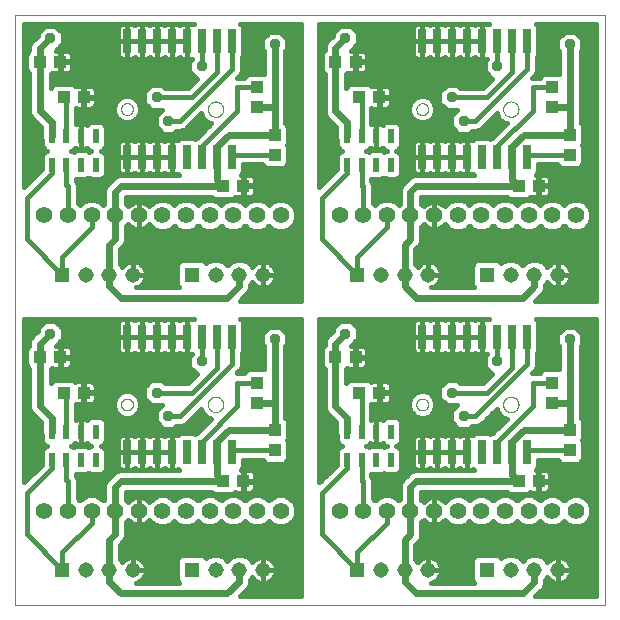
<source format=gbl>
G75*
%MOIN*%
%OFA0B0*%
%FSLAX25Y25*%
%IPPOS*%
%LPD*%
%AMOC8*
5,1,8,0,0,1.08239X$1,22.5*
%
%ADD10C,0.00000*%
%ADD11R,0.02600X0.08000*%
%ADD12R,0.05150X0.05150*%
%ADD13C,0.05150*%
%ADD14C,0.05600*%
%ADD15R,0.01969X0.04724*%
%ADD16R,0.04331X0.03937*%
%ADD17R,0.03937X0.04331*%
%ADD18C,0.01600*%
%ADD19OC8,0.03562*%
%ADD20C,0.02400*%
D10*
X0001500Y0006189D02*
X0001500Y0203039D01*
X0198350Y0203039D01*
X0198350Y0006189D01*
X0001500Y0006189D01*
X0036933Y0073118D02*
X0036935Y0073206D01*
X0036941Y0073294D01*
X0036951Y0073382D01*
X0036965Y0073470D01*
X0036982Y0073556D01*
X0037004Y0073642D01*
X0037029Y0073726D01*
X0037059Y0073810D01*
X0037091Y0073892D01*
X0037128Y0073972D01*
X0037168Y0074051D01*
X0037212Y0074128D01*
X0037259Y0074203D01*
X0037309Y0074275D01*
X0037363Y0074346D01*
X0037419Y0074413D01*
X0037479Y0074479D01*
X0037541Y0074541D01*
X0037607Y0074601D01*
X0037674Y0074657D01*
X0037745Y0074711D01*
X0037817Y0074761D01*
X0037892Y0074808D01*
X0037969Y0074852D01*
X0038048Y0074892D01*
X0038128Y0074929D01*
X0038210Y0074961D01*
X0038294Y0074991D01*
X0038378Y0075016D01*
X0038464Y0075038D01*
X0038550Y0075055D01*
X0038638Y0075069D01*
X0038726Y0075079D01*
X0038814Y0075085D01*
X0038902Y0075087D01*
X0038990Y0075085D01*
X0039078Y0075079D01*
X0039166Y0075069D01*
X0039254Y0075055D01*
X0039340Y0075038D01*
X0039426Y0075016D01*
X0039510Y0074991D01*
X0039594Y0074961D01*
X0039676Y0074929D01*
X0039756Y0074892D01*
X0039835Y0074852D01*
X0039912Y0074808D01*
X0039987Y0074761D01*
X0040059Y0074711D01*
X0040130Y0074657D01*
X0040197Y0074601D01*
X0040263Y0074541D01*
X0040325Y0074479D01*
X0040385Y0074413D01*
X0040441Y0074346D01*
X0040495Y0074275D01*
X0040545Y0074203D01*
X0040592Y0074128D01*
X0040636Y0074051D01*
X0040676Y0073972D01*
X0040713Y0073892D01*
X0040745Y0073810D01*
X0040775Y0073726D01*
X0040800Y0073642D01*
X0040822Y0073556D01*
X0040839Y0073470D01*
X0040853Y0073382D01*
X0040863Y0073294D01*
X0040869Y0073206D01*
X0040871Y0073118D01*
X0040869Y0073030D01*
X0040863Y0072942D01*
X0040853Y0072854D01*
X0040839Y0072766D01*
X0040822Y0072680D01*
X0040800Y0072594D01*
X0040775Y0072510D01*
X0040745Y0072426D01*
X0040713Y0072344D01*
X0040676Y0072264D01*
X0040636Y0072185D01*
X0040592Y0072108D01*
X0040545Y0072033D01*
X0040495Y0071961D01*
X0040441Y0071890D01*
X0040385Y0071823D01*
X0040325Y0071757D01*
X0040263Y0071695D01*
X0040197Y0071635D01*
X0040130Y0071579D01*
X0040059Y0071525D01*
X0039987Y0071475D01*
X0039912Y0071428D01*
X0039835Y0071384D01*
X0039756Y0071344D01*
X0039676Y0071307D01*
X0039594Y0071275D01*
X0039510Y0071245D01*
X0039426Y0071220D01*
X0039340Y0071198D01*
X0039254Y0071181D01*
X0039166Y0071167D01*
X0039078Y0071157D01*
X0038990Y0071151D01*
X0038902Y0071149D01*
X0038814Y0071151D01*
X0038726Y0071157D01*
X0038638Y0071167D01*
X0038550Y0071181D01*
X0038464Y0071198D01*
X0038378Y0071220D01*
X0038294Y0071245D01*
X0038210Y0071275D01*
X0038128Y0071307D01*
X0038048Y0071344D01*
X0037969Y0071384D01*
X0037892Y0071428D01*
X0037817Y0071475D01*
X0037745Y0071525D01*
X0037674Y0071579D01*
X0037607Y0071635D01*
X0037541Y0071695D01*
X0037479Y0071757D01*
X0037419Y0071823D01*
X0037363Y0071890D01*
X0037309Y0071961D01*
X0037259Y0072033D01*
X0037212Y0072108D01*
X0037168Y0072185D01*
X0037128Y0072264D01*
X0037091Y0072344D01*
X0037059Y0072426D01*
X0037029Y0072510D01*
X0037004Y0072594D01*
X0036982Y0072680D01*
X0036965Y0072766D01*
X0036951Y0072854D01*
X0036941Y0072942D01*
X0036935Y0073030D01*
X0036933Y0073118D01*
X0065870Y0073118D02*
X0065872Y0073219D01*
X0065878Y0073320D01*
X0065888Y0073421D01*
X0065902Y0073521D01*
X0065920Y0073620D01*
X0065942Y0073719D01*
X0065967Y0073817D01*
X0065997Y0073914D01*
X0066030Y0074009D01*
X0066067Y0074103D01*
X0066108Y0074196D01*
X0066152Y0074287D01*
X0066200Y0074376D01*
X0066252Y0074463D01*
X0066307Y0074548D01*
X0066365Y0074630D01*
X0066426Y0074711D01*
X0066491Y0074789D01*
X0066558Y0074864D01*
X0066628Y0074936D01*
X0066702Y0075006D01*
X0066778Y0075073D01*
X0066856Y0075137D01*
X0066937Y0075197D01*
X0067020Y0075254D01*
X0067106Y0075308D01*
X0067194Y0075359D01*
X0067283Y0075406D01*
X0067374Y0075450D01*
X0067467Y0075489D01*
X0067562Y0075526D01*
X0067657Y0075558D01*
X0067754Y0075587D01*
X0067853Y0075611D01*
X0067951Y0075632D01*
X0068051Y0075649D01*
X0068151Y0075662D01*
X0068252Y0075671D01*
X0068353Y0075676D01*
X0068454Y0075677D01*
X0068555Y0075674D01*
X0068656Y0075667D01*
X0068757Y0075656D01*
X0068857Y0075641D01*
X0068956Y0075622D01*
X0069055Y0075599D01*
X0069152Y0075573D01*
X0069249Y0075542D01*
X0069344Y0075508D01*
X0069437Y0075470D01*
X0069530Y0075428D01*
X0069620Y0075383D01*
X0069709Y0075334D01*
X0069795Y0075282D01*
X0069879Y0075226D01*
X0069962Y0075167D01*
X0070041Y0075105D01*
X0070119Y0075040D01*
X0070193Y0074972D01*
X0070265Y0074900D01*
X0070334Y0074827D01*
X0070400Y0074750D01*
X0070463Y0074671D01*
X0070523Y0074589D01*
X0070579Y0074505D01*
X0070632Y0074419D01*
X0070682Y0074331D01*
X0070728Y0074241D01*
X0070771Y0074150D01*
X0070810Y0074056D01*
X0070845Y0073961D01*
X0070876Y0073865D01*
X0070904Y0073768D01*
X0070928Y0073670D01*
X0070948Y0073571D01*
X0070964Y0073471D01*
X0070976Y0073370D01*
X0070984Y0073270D01*
X0070988Y0073169D01*
X0070988Y0073067D01*
X0070984Y0072966D01*
X0070976Y0072866D01*
X0070964Y0072765D01*
X0070948Y0072665D01*
X0070928Y0072566D01*
X0070904Y0072468D01*
X0070876Y0072371D01*
X0070845Y0072275D01*
X0070810Y0072180D01*
X0070771Y0072086D01*
X0070728Y0071995D01*
X0070682Y0071905D01*
X0070632Y0071817D01*
X0070579Y0071731D01*
X0070523Y0071647D01*
X0070463Y0071565D01*
X0070400Y0071486D01*
X0070334Y0071409D01*
X0070265Y0071336D01*
X0070193Y0071264D01*
X0070119Y0071196D01*
X0070041Y0071131D01*
X0069962Y0071069D01*
X0069879Y0071010D01*
X0069795Y0070954D01*
X0069708Y0070902D01*
X0069620Y0070853D01*
X0069530Y0070808D01*
X0069437Y0070766D01*
X0069344Y0070728D01*
X0069249Y0070694D01*
X0069152Y0070663D01*
X0069055Y0070637D01*
X0068956Y0070614D01*
X0068857Y0070595D01*
X0068757Y0070580D01*
X0068656Y0070569D01*
X0068555Y0070562D01*
X0068454Y0070559D01*
X0068353Y0070560D01*
X0068252Y0070565D01*
X0068151Y0070574D01*
X0068051Y0070587D01*
X0067951Y0070604D01*
X0067853Y0070625D01*
X0067754Y0070649D01*
X0067657Y0070678D01*
X0067562Y0070710D01*
X0067467Y0070747D01*
X0067374Y0070786D01*
X0067283Y0070830D01*
X0067194Y0070877D01*
X0067106Y0070928D01*
X0067020Y0070982D01*
X0066937Y0071039D01*
X0066856Y0071099D01*
X0066778Y0071163D01*
X0066702Y0071230D01*
X0066628Y0071300D01*
X0066558Y0071372D01*
X0066491Y0071447D01*
X0066426Y0071525D01*
X0066365Y0071606D01*
X0066307Y0071688D01*
X0066252Y0071773D01*
X0066200Y0071860D01*
X0066152Y0071949D01*
X0066108Y0072040D01*
X0066067Y0072133D01*
X0066030Y0072227D01*
X0065997Y0072322D01*
X0065967Y0072419D01*
X0065942Y0072517D01*
X0065920Y0072616D01*
X0065902Y0072715D01*
X0065888Y0072815D01*
X0065878Y0072916D01*
X0065872Y0073017D01*
X0065870Y0073118D01*
X0135358Y0073118D02*
X0135360Y0073206D01*
X0135366Y0073294D01*
X0135376Y0073382D01*
X0135390Y0073470D01*
X0135407Y0073556D01*
X0135429Y0073642D01*
X0135454Y0073726D01*
X0135484Y0073810D01*
X0135516Y0073892D01*
X0135553Y0073972D01*
X0135593Y0074051D01*
X0135637Y0074128D01*
X0135684Y0074203D01*
X0135734Y0074275D01*
X0135788Y0074346D01*
X0135844Y0074413D01*
X0135904Y0074479D01*
X0135966Y0074541D01*
X0136032Y0074601D01*
X0136099Y0074657D01*
X0136170Y0074711D01*
X0136242Y0074761D01*
X0136317Y0074808D01*
X0136394Y0074852D01*
X0136473Y0074892D01*
X0136553Y0074929D01*
X0136635Y0074961D01*
X0136719Y0074991D01*
X0136803Y0075016D01*
X0136889Y0075038D01*
X0136975Y0075055D01*
X0137063Y0075069D01*
X0137151Y0075079D01*
X0137239Y0075085D01*
X0137327Y0075087D01*
X0137415Y0075085D01*
X0137503Y0075079D01*
X0137591Y0075069D01*
X0137679Y0075055D01*
X0137765Y0075038D01*
X0137851Y0075016D01*
X0137935Y0074991D01*
X0138019Y0074961D01*
X0138101Y0074929D01*
X0138181Y0074892D01*
X0138260Y0074852D01*
X0138337Y0074808D01*
X0138412Y0074761D01*
X0138484Y0074711D01*
X0138555Y0074657D01*
X0138622Y0074601D01*
X0138688Y0074541D01*
X0138750Y0074479D01*
X0138810Y0074413D01*
X0138866Y0074346D01*
X0138920Y0074275D01*
X0138970Y0074203D01*
X0139017Y0074128D01*
X0139061Y0074051D01*
X0139101Y0073972D01*
X0139138Y0073892D01*
X0139170Y0073810D01*
X0139200Y0073726D01*
X0139225Y0073642D01*
X0139247Y0073556D01*
X0139264Y0073470D01*
X0139278Y0073382D01*
X0139288Y0073294D01*
X0139294Y0073206D01*
X0139296Y0073118D01*
X0139294Y0073030D01*
X0139288Y0072942D01*
X0139278Y0072854D01*
X0139264Y0072766D01*
X0139247Y0072680D01*
X0139225Y0072594D01*
X0139200Y0072510D01*
X0139170Y0072426D01*
X0139138Y0072344D01*
X0139101Y0072264D01*
X0139061Y0072185D01*
X0139017Y0072108D01*
X0138970Y0072033D01*
X0138920Y0071961D01*
X0138866Y0071890D01*
X0138810Y0071823D01*
X0138750Y0071757D01*
X0138688Y0071695D01*
X0138622Y0071635D01*
X0138555Y0071579D01*
X0138484Y0071525D01*
X0138412Y0071475D01*
X0138337Y0071428D01*
X0138260Y0071384D01*
X0138181Y0071344D01*
X0138101Y0071307D01*
X0138019Y0071275D01*
X0137935Y0071245D01*
X0137851Y0071220D01*
X0137765Y0071198D01*
X0137679Y0071181D01*
X0137591Y0071167D01*
X0137503Y0071157D01*
X0137415Y0071151D01*
X0137327Y0071149D01*
X0137239Y0071151D01*
X0137151Y0071157D01*
X0137063Y0071167D01*
X0136975Y0071181D01*
X0136889Y0071198D01*
X0136803Y0071220D01*
X0136719Y0071245D01*
X0136635Y0071275D01*
X0136553Y0071307D01*
X0136473Y0071344D01*
X0136394Y0071384D01*
X0136317Y0071428D01*
X0136242Y0071475D01*
X0136170Y0071525D01*
X0136099Y0071579D01*
X0136032Y0071635D01*
X0135966Y0071695D01*
X0135904Y0071757D01*
X0135844Y0071823D01*
X0135788Y0071890D01*
X0135734Y0071961D01*
X0135684Y0072033D01*
X0135637Y0072108D01*
X0135593Y0072185D01*
X0135553Y0072264D01*
X0135516Y0072344D01*
X0135484Y0072426D01*
X0135454Y0072510D01*
X0135429Y0072594D01*
X0135407Y0072680D01*
X0135390Y0072766D01*
X0135376Y0072854D01*
X0135366Y0072942D01*
X0135360Y0073030D01*
X0135358Y0073118D01*
X0164295Y0073118D02*
X0164297Y0073219D01*
X0164303Y0073320D01*
X0164313Y0073421D01*
X0164327Y0073521D01*
X0164345Y0073620D01*
X0164367Y0073719D01*
X0164392Y0073817D01*
X0164422Y0073914D01*
X0164455Y0074009D01*
X0164492Y0074103D01*
X0164533Y0074196D01*
X0164577Y0074287D01*
X0164625Y0074376D01*
X0164677Y0074463D01*
X0164732Y0074548D01*
X0164790Y0074630D01*
X0164851Y0074711D01*
X0164916Y0074789D01*
X0164983Y0074864D01*
X0165053Y0074936D01*
X0165127Y0075006D01*
X0165203Y0075073D01*
X0165281Y0075137D01*
X0165362Y0075197D01*
X0165445Y0075254D01*
X0165531Y0075308D01*
X0165619Y0075359D01*
X0165708Y0075406D01*
X0165799Y0075450D01*
X0165892Y0075489D01*
X0165987Y0075526D01*
X0166082Y0075558D01*
X0166179Y0075587D01*
X0166278Y0075611D01*
X0166376Y0075632D01*
X0166476Y0075649D01*
X0166576Y0075662D01*
X0166677Y0075671D01*
X0166778Y0075676D01*
X0166879Y0075677D01*
X0166980Y0075674D01*
X0167081Y0075667D01*
X0167182Y0075656D01*
X0167282Y0075641D01*
X0167381Y0075622D01*
X0167480Y0075599D01*
X0167577Y0075573D01*
X0167674Y0075542D01*
X0167769Y0075508D01*
X0167862Y0075470D01*
X0167955Y0075428D01*
X0168045Y0075383D01*
X0168134Y0075334D01*
X0168220Y0075282D01*
X0168304Y0075226D01*
X0168387Y0075167D01*
X0168466Y0075105D01*
X0168544Y0075040D01*
X0168618Y0074972D01*
X0168690Y0074900D01*
X0168759Y0074827D01*
X0168825Y0074750D01*
X0168888Y0074671D01*
X0168948Y0074589D01*
X0169004Y0074505D01*
X0169057Y0074419D01*
X0169107Y0074331D01*
X0169153Y0074241D01*
X0169196Y0074150D01*
X0169235Y0074056D01*
X0169270Y0073961D01*
X0169301Y0073865D01*
X0169329Y0073768D01*
X0169353Y0073670D01*
X0169373Y0073571D01*
X0169389Y0073471D01*
X0169401Y0073370D01*
X0169409Y0073270D01*
X0169413Y0073169D01*
X0169413Y0073067D01*
X0169409Y0072966D01*
X0169401Y0072866D01*
X0169389Y0072765D01*
X0169373Y0072665D01*
X0169353Y0072566D01*
X0169329Y0072468D01*
X0169301Y0072371D01*
X0169270Y0072275D01*
X0169235Y0072180D01*
X0169196Y0072086D01*
X0169153Y0071995D01*
X0169107Y0071905D01*
X0169057Y0071817D01*
X0169004Y0071731D01*
X0168948Y0071647D01*
X0168888Y0071565D01*
X0168825Y0071486D01*
X0168759Y0071409D01*
X0168690Y0071336D01*
X0168618Y0071264D01*
X0168544Y0071196D01*
X0168466Y0071131D01*
X0168387Y0071069D01*
X0168304Y0071010D01*
X0168220Y0070954D01*
X0168133Y0070902D01*
X0168045Y0070853D01*
X0167955Y0070808D01*
X0167862Y0070766D01*
X0167769Y0070728D01*
X0167674Y0070694D01*
X0167577Y0070663D01*
X0167480Y0070637D01*
X0167381Y0070614D01*
X0167282Y0070595D01*
X0167182Y0070580D01*
X0167081Y0070569D01*
X0166980Y0070562D01*
X0166879Y0070559D01*
X0166778Y0070560D01*
X0166677Y0070565D01*
X0166576Y0070574D01*
X0166476Y0070587D01*
X0166376Y0070604D01*
X0166278Y0070625D01*
X0166179Y0070649D01*
X0166082Y0070678D01*
X0165987Y0070710D01*
X0165892Y0070747D01*
X0165799Y0070786D01*
X0165708Y0070830D01*
X0165619Y0070877D01*
X0165531Y0070928D01*
X0165445Y0070982D01*
X0165362Y0071039D01*
X0165281Y0071099D01*
X0165203Y0071163D01*
X0165127Y0071230D01*
X0165053Y0071300D01*
X0164983Y0071372D01*
X0164916Y0071447D01*
X0164851Y0071525D01*
X0164790Y0071606D01*
X0164732Y0071688D01*
X0164677Y0071773D01*
X0164625Y0071860D01*
X0164577Y0071949D01*
X0164533Y0072040D01*
X0164492Y0072133D01*
X0164455Y0072227D01*
X0164422Y0072322D01*
X0164392Y0072419D01*
X0164367Y0072517D01*
X0164345Y0072616D01*
X0164327Y0072715D01*
X0164313Y0072815D01*
X0164303Y0072916D01*
X0164297Y0073017D01*
X0164295Y0073118D01*
X0164295Y0171543D02*
X0164297Y0171644D01*
X0164303Y0171745D01*
X0164313Y0171846D01*
X0164327Y0171946D01*
X0164345Y0172045D01*
X0164367Y0172144D01*
X0164392Y0172242D01*
X0164422Y0172339D01*
X0164455Y0172434D01*
X0164492Y0172528D01*
X0164533Y0172621D01*
X0164577Y0172712D01*
X0164625Y0172801D01*
X0164677Y0172888D01*
X0164732Y0172973D01*
X0164790Y0173055D01*
X0164851Y0173136D01*
X0164916Y0173214D01*
X0164983Y0173289D01*
X0165053Y0173361D01*
X0165127Y0173431D01*
X0165203Y0173498D01*
X0165281Y0173562D01*
X0165362Y0173622D01*
X0165445Y0173679D01*
X0165531Y0173733D01*
X0165619Y0173784D01*
X0165708Y0173831D01*
X0165799Y0173875D01*
X0165892Y0173914D01*
X0165987Y0173951D01*
X0166082Y0173983D01*
X0166179Y0174012D01*
X0166278Y0174036D01*
X0166376Y0174057D01*
X0166476Y0174074D01*
X0166576Y0174087D01*
X0166677Y0174096D01*
X0166778Y0174101D01*
X0166879Y0174102D01*
X0166980Y0174099D01*
X0167081Y0174092D01*
X0167182Y0174081D01*
X0167282Y0174066D01*
X0167381Y0174047D01*
X0167480Y0174024D01*
X0167577Y0173998D01*
X0167674Y0173967D01*
X0167769Y0173933D01*
X0167862Y0173895D01*
X0167955Y0173853D01*
X0168045Y0173808D01*
X0168134Y0173759D01*
X0168220Y0173707D01*
X0168304Y0173651D01*
X0168387Y0173592D01*
X0168466Y0173530D01*
X0168544Y0173465D01*
X0168618Y0173397D01*
X0168690Y0173325D01*
X0168759Y0173252D01*
X0168825Y0173175D01*
X0168888Y0173096D01*
X0168948Y0173014D01*
X0169004Y0172930D01*
X0169057Y0172844D01*
X0169107Y0172756D01*
X0169153Y0172666D01*
X0169196Y0172575D01*
X0169235Y0172481D01*
X0169270Y0172386D01*
X0169301Y0172290D01*
X0169329Y0172193D01*
X0169353Y0172095D01*
X0169373Y0171996D01*
X0169389Y0171896D01*
X0169401Y0171795D01*
X0169409Y0171695D01*
X0169413Y0171594D01*
X0169413Y0171492D01*
X0169409Y0171391D01*
X0169401Y0171291D01*
X0169389Y0171190D01*
X0169373Y0171090D01*
X0169353Y0170991D01*
X0169329Y0170893D01*
X0169301Y0170796D01*
X0169270Y0170700D01*
X0169235Y0170605D01*
X0169196Y0170511D01*
X0169153Y0170420D01*
X0169107Y0170330D01*
X0169057Y0170242D01*
X0169004Y0170156D01*
X0168948Y0170072D01*
X0168888Y0169990D01*
X0168825Y0169911D01*
X0168759Y0169834D01*
X0168690Y0169761D01*
X0168618Y0169689D01*
X0168544Y0169621D01*
X0168466Y0169556D01*
X0168387Y0169494D01*
X0168304Y0169435D01*
X0168220Y0169379D01*
X0168133Y0169327D01*
X0168045Y0169278D01*
X0167955Y0169233D01*
X0167862Y0169191D01*
X0167769Y0169153D01*
X0167674Y0169119D01*
X0167577Y0169088D01*
X0167480Y0169062D01*
X0167381Y0169039D01*
X0167282Y0169020D01*
X0167182Y0169005D01*
X0167081Y0168994D01*
X0166980Y0168987D01*
X0166879Y0168984D01*
X0166778Y0168985D01*
X0166677Y0168990D01*
X0166576Y0168999D01*
X0166476Y0169012D01*
X0166376Y0169029D01*
X0166278Y0169050D01*
X0166179Y0169074D01*
X0166082Y0169103D01*
X0165987Y0169135D01*
X0165892Y0169172D01*
X0165799Y0169211D01*
X0165708Y0169255D01*
X0165619Y0169302D01*
X0165531Y0169353D01*
X0165445Y0169407D01*
X0165362Y0169464D01*
X0165281Y0169524D01*
X0165203Y0169588D01*
X0165127Y0169655D01*
X0165053Y0169725D01*
X0164983Y0169797D01*
X0164916Y0169872D01*
X0164851Y0169950D01*
X0164790Y0170031D01*
X0164732Y0170113D01*
X0164677Y0170198D01*
X0164625Y0170285D01*
X0164577Y0170374D01*
X0164533Y0170465D01*
X0164492Y0170558D01*
X0164455Y0170652D01*
X0164422Y0170747D01*
X0164392Y0170844D01*
X0164367Y0170942D01*
X0164345Y0171041D01*
X0164327Y0171140D01*
X0164313Y0171240D01*
X0164303Y0171341D01*
X0164297Y0171442D01*
X0164295Y0171543D01*
X0135358Y0171543D02*
X0135360Y0171631D01*
X0135366Y0171719D01*
X0135376Y0171807D01*
X0135390Y0171895D01*
X0135407Y0171981D01*
X0135429Y0172067D01*
X0135454Y0172151D01*
X0135484Y0172235D01*
X0135516Y0172317D01*
X0135553Y0172397D01*
X0135593Y0172476D01*
X0135637Y0172553D01*
X0135684Y0172628D01*
X0135734Y0172700D01*
X0135788Y0172771D01*
X0135844Y0172838D01*
X0135904Y0172904D01*
X0135966Y0172966D01*
X0136032Y0173026D01*
X0136099Y0173082D01*
X0136170Y0173136D01*
X0136242Y0173186D01*
X0136317Y0173233D01*
X0136394Y0173277D01*
X0136473Y0173317D01*
X0136553Y0173354D01*
X0136635Y0173386D01*
X0136719Y0173416D01*
X0136803Y0173441D01*
X0136889Y0173463D01*
X0136975Y0173480D01*
X0137063Y0173494D01*
X0137151Y0173504D01*
X0137239Y0173510D01*
X0137327Y0173512D01*
X0137415Y0173510D01*
X0137503Y0173504D01*
X0137591Y0173494D01*
X0137679Y0173480D01*
X0137765Y0173463D01*
X0137851Y0173441D01*
X0137935Y0173416D01*
X0138019Y0173386D01*
X0138101Y0173354D01*
X0138181Y0173317D01*
X0138260Y0173277D01*
X0138337Y0173233D01*
X0138412Y0173186D01*
X0138484Y0173136D01*
X0138555Y0173082D01*
X0138622Y0173026D01*
X0138688Y0172966D01*
X0138750Y0172904D01*
X0138810Y0172838D01*
X0138866Y0172771D01*
X0138920Y0172700D01*
X0138970Y0172628D01*
X0139017Y0172553D01*
X0139061Y0172476D01*
X0139101Y0172397D01*
X0139138Y0172317D01*
X0139170Y0172235D01*
X0139200Y0172151D01*
X0139225Y0172067D01*
X0139247Y0171981D01*
X0139264Y0171895D01*
X0139278Y0171807D01*
X0139288Y0171719D01*
X0139294Y0171631D01*
X0139296Y0171543D01*
X0139294Y0171455D01*
X0139288Y0171367D01*
X0139278Y0171279D01*
X0139264Y0171191D01*
X0139247Y0171105D01*
X0139225Y0171019D01*
X0139200Y0170935D01*
X0139170Y0170851D01*
X0139138Y0170769D01*
X0139101Y0170689D01*
X0139061Y0170610D01*
X0139017Y0170533D01*
X0138970Y0170458D01*
X0138920Y0170386D01*
X0138866Y0170315D01*
X0138810Y0170248D01*
X0138750Y0170182D01*
X0138688Y0170120D01*
X0138622Y0170060D01*
X0138555Y0170004D01*
X0138484Y0169950D01*
X0138412Y0169900D01*
X0138337Y0169853D01*
X0138260Y0169809D01*
X0138181Y0169769D01*
X0138101Y0169732D01*
X0138019Y0169700D01*
X0137935Y0169670D01*
X0137851Y0169645D01*
X0137765Y0169623D01*
X0137679Y0169606D01*
X0137591Y0169592D01*
X0137503Y0169582D01*
X0137415Y0169576D01*
X0137327Y0169574D01*
X0137239Y0169576D01*
X0137151Y0169582D01*
X0137063Y0169592D01*
X0136975Y0169606D01*
X0136889Y0169623D01*
X0136803Y0169645D01*
X0136719Y0169670D01*
X0136635Y0169700D01*
X0136553Y0169732D01*
X0136473Y0169769D01*
X0136394Y0169809D01*
X0136317Y0169853D01*
X0136242Y0169900D01*
X0136170Y0169950D01*
X0136099Y0170004D01*
X0136032Y0170060D01*
X0135966Y0170120D01*
X0135904Y0170182D01*
X0135844Y0170248D01*
X0135788Y0170315D01*
X0135734Y0170386D01*
X0135684Y0170458D01*
X0135637Y0170533D01*
X0135593Y0170610D01*
X0135553Y0170689D01*
X0135516Y0170769D01*
X0135484Y0170851D01*
X0135454Y0170935D01*
X0135429Y0171019D01*
X0135407Y0171105D01*
X0135390Y0171191D01*
X0135376Y0171279D01*
X0135366Y0171367D01*
X0135360Y0171455D01*
X0135358Y0171543D01*
X0065870Y0171543D02*
X0065872Y0171644D01*
X0065878Y0171745D01*
X0065888Y0171846D01*
X0065902Y0171946D01*
X0065920Y0172045D01*
X0065942Y0172144D01*
X0065967Y0172242D01*
X0065997Y0172339D01*
X0066030Y0172434D01*
X0066067Y0172528D01*
X0066108Y0172621D01*
X0066152Y0172712D01*
X0066200Y0172801D01*
X0066252Y0172888D01*
X0066307Y0172973D01*
X0066365Y0173055D01*
X0066426Y0173136D01*
X0066491Y0173214D01*
X0066558Y0173289D01*
X0066628Y0173361D01*
X0066702Y0173431D01*
X0066778Y0173498D01*
X0066856Y0173562D01*
X0066937Y0173622D01*
X0067020Y0173679D01*
X0067106Y0173733D01*
X0067194Y0173784D01*
X0067283Y0173831D01*
X0067374Y0173875D01*
X0067467Y0173914D01*
X0067562Y0173951D01*
X0067657Y0173983D01*
X0067754Y0174012D01*
X0067853Y0174036D01*
X0067951Y0174057D01*
X0068051Y0174074D01*
X0068151Y0174087D01*
X0068252Y0174096D01*
X0068353Y0174101D01*
X0068454Y0174102D01*
X0068555Y0174099D01*
X0068656Y0174092D01*
X0068757Y0174081D01*
X0068857Y0174066D01*
X0068956Y0174047D01*
X0069055Y0174024D01*
X0069152Y0173998D01*
X0069249Y0173967D01*
X0069344Y0173933D01*
X0069437Y0173895D01*
X0069530Y0173853D01*
X0069620Y0173808D01*
X0069709Y0173759D01*
X0069795Y0173707D01*
X0069879Y0173651D01*
X0069962Y0173592D01*
X0070041Y0173530D01*
X0070119Y0173465D01*
X0070193Y0173397D01*
X0070265Y0173325D01*
X0070334Y0173252D01*
X0070400Y0173175D01*
X0070463Y0173096D01*
X0070523Y0173014D01*
X0070579Y0172930D01*
X0070632Y0172844D01*
X0070682Y0172756D01*
X0070728Y0172666D01*
X0070771Y0172575D01*
X0070810Y0172481D01*
X0070845Y0172386D01*
X0070876Y0172290D01*
X0070904Y0172193D01*
X0070928Y0172095D01*
X0070948Y0171996D01*
X0070964Y0171896D01*
X0070976Y0171795D01*
X0070984Y0171695D01*
X0070988Y0171594D01*
X0070988Y0171492D01*
X0070984Y0171391D01*
X0070976Y0171291D01*
X0070964Y0171190D01*
X0070948Y0171090D01*
X0070928Y0170991D01*
X0070904Y0170893D01*
X0070876Y0170796D01*
X0070845Y0170700D01*
X0070810Y0170605D01*
X0070771Y0170511D01*
X0070728Y0170420D01*
X0070682Y0170330D01*
X0070632Y0170242D01*
X0070579Y0170156D01*
X0070523Y0170072D01*
X0070463Y0169990D01*
X0070400Y0169911D01*
X0070334Y0169834D01*
X0070265Y0169761D01*
X0070193Y0169689D01*
X0070119Y0169621D01*
X0070041Y0169556D01*
X0069962Y0169494D01*
X0069879Y0169435D01*
X0069795Y0169379D01*
X0069708Y0169327D01*
X0069620Y0169278D01*
X0069530Y0169233D01*
X0069437Y0169191D01*
X0069344Y0169153D01*
X0069249Y0169119D01*
X0069152Y0169088D01*
X0069055Y0169062D01*
X0068956Y0169039D01*
X0068857Y0169020D01*
X0068757Y0169005D01*
X0068656Y0168994D01*
X0068555Y0168987D01*
X0068454Y0168984D01*
X0068353Y0168985D01*
X0068252Y0168990D01*
X0068151Y0168999D01*
X0068051Y0169012D01*
X0067951Y0169029D01*
X0067853Y0169050D01*
X0067754Y0169074D01*
X0067657Y0169103D01*
X0067562Y0169135D01*
X0067467Y0169172D01*
X0067374Y0169211D01*
X0067283Y0169255D01*
X0067194Y0169302D01*
X0067106Y0169353D01*
X0067020Y0169407D01*
X0066937Y0169464D01*
X0066856Y0169524D01*
X0066778Y0169588D01*
X0066702Y0169655D01*
X0066628Y0169725D01*
X0066558Y0169797D01*
X0066491Y0169872D01*
X0066426Y0169950D01*
X0066365Y0170031D01*
X0066307Y0170113D01*
X0066252Y0170198D01*
X0066200Y0170285D01*
X0066152Y0170374D01*
X0066108Y0170465D01*
X0066067Y0170558D01*
X0066030Y0170652D01*
X0065997Y0170747D01*
X0065967Y0170844D01*
X0065942Y0170942D01*
X0065920Y0171041D01*
X0065902Y0171140D01*
X0065888Y0171240D01*
X0065878Y0171341D01*
X0065872Y0171442D01*
X0065870Y0171543D01*
X0036933Y0171543D02*
X0036935Y0171631D01*
X0036941Y0171719D01*
X0036951Y0171807D01*
X0036965Y0171895D01*
X0036982Y0171981D01*
X0037004Y0172067D01*
X0037029Y0172151D01*
X0037059Y0172235D01*
X0037091Y0172317D01*
X0037128Y0172397D01*
X0037168Y0172476D01*
X0037212Y0172553D01*
X0037259Y0172628D01*
X0037309Y0172700D01*
X0037363Y0172771D01*
X0037419Y0172838D01*
X0037479Y0172904D01*
X0037541Y0172966D01*
X0037607Y0173026D01*
X0037674Y0173082D01*
X0037745Y0173136D01*
X0037817Y0173186D01*
X0037892Y0173233D01*
X0037969Y0173277D01*
X0038048Y0173317D01*
X0038128Y0173354D01*
X0038210Y0173386D01*
X0038294Y0173416D01*
X0038378Y0173441D01*
X0038464Y0173463D01*
X0038550Y0173480D01*
X0038638Y0173494D01*
X0038726Y0173504D01*
X0038814Y0173510D01*
X0038902Y0173512D01*
X0038990Y0173510D01*
X0039078Y0173504D01*
X0039166Y0173494D01*
X0039254Y0173480D01*
X0039340Y0173463D01*
X0039426Y0173441D01*
X0039510Y0173416D01*
X0039594Y0173386D01*
X0039676Y0173354D01*
X0039756Y0173317D01*
X0039835Y0173277D01*
X0039912Y0173233D01*
X0039987Y0173186D01*
X0040059Y0173136D01*
X0040130Y0173082D01*
X0040197Y0173026D01*
X0040263Y0172966D01*
X0040325Y0172904D01*
X0040385Y0172838D01*
X0040441Y0172771D01*
X0040495Y0172700D01*
X0040545Y0172628D01*
X0040592Y0172553D01*
X0040636Y0172476D01*
X0040676Y0172397D01*
X0040713Y0172317D01*
X0040745Y0172235D01*
X0040775Y0172151D01*
X0040800Y0172067D01*
X0040822Y0171981D01*
X0040839Y0171895D01*
X0040853Y0171807D01*
X0040863Y0171719D01*
X0040869Y0171631D01*
X0040871Y0171543D01*
X0040869Y0171455D01*
X0040863Y0171367D01*
X0040853Y0171279D01*
X0040839Y0171191D01*
X0040822Y0171105D01*
X0040800Y0171019D01*
X0040775Y0170935D01*
X0040745Y0170851D01*
X0040713Y0170769D01*
X0040676Y0170689D01*
X0040636Y0170610D01*
X0040592Y0170533D01*
X0040545Y0170458D01*
X0040495Y0170386D01*
X0040441Y0170315D01*
X0040385Y0170248D01*
X0040325Y0170182D01*
X0040263Y0170120D01*
X0040197Y0170060D01*
X0040130Y0170004D01*
X0040059Y0169950D01*
X0039987Y0169900D01*
X0039912Y0169853D01*
X0039835Y0169809D01*
X0039756Y0169769D01*
X0039676Y0169732D01*
X0039594Y0169700D01*
X0039510Y0169670D01*
X0039426Y0169645D01*
X0039340Y0169623D01*
X0039254Y0169606D01*
X0039166Y0169592D01*
X0039078Y0169582D01*
X0038990Y0169576D01*
X0038902Y0169574D01*
X0038814Y0169576D01*
X0038726Y0169582D01*
X0038638Y0169592D01*
X0038550Y0169606D01*
X0038464Y0169623D01*
X0038378Y0169645D01*
X0038294Y0169670D01*
X0038210Y0169700D01*
X0038128Y0169732D01*
X0038048Y0169769D01*
X0037969Y0169809D01*
X0037892Y0169853D01*
X0037817Y0169900D01*
X0037745Y0169950D01*
X0037674Y0170004D01*
X0037607Y0170060D01*
X0037541Y0170120D01*
X0037479Y0170182D01*
X0037419Y0170248D01*
X0037363Y0170315D01*
X0037309Y0170386D01*
X0037259Y0170458D01*
X0037212Y0170533D01*
X0037168Y0170610D01*
X0037128Y0170689D01*
X0037091Y0170769D01*
X0037059Y0170851D01*
X0037029Y0170935D01*
X0037004Y0171019D01*
X0036982Y0171105D01*
X0036965Y0171191D01*
X0036951Y0171279D01*
X0036941Y0171367D01*
X0036935Y0171455D01*
X0036933Y0171543D01*
D11*
X0038921Y0155590D03*
X0043921Y0155590D03*
X0048921Y0155590D03*
X0053921Y0155590D03*
X0058921Y0155590D03*
X0063921Y0155590D03*
X0068921Y0155590D03*
X0073921Y0155590D03*
X0073921Y0194190D03*
X0068921Y0194190D03*
X0063921Y0194190D03*
X0058921Y0194190D03*
X0053921Y0194190D03*
X0048921Y0194190D03*
X0043921Y0194190D03*
X0038921Y0194190D03*
X0038921Y0095765D03*
X0043921Y0095765D03*
X0048921Y0095765D03*
X0053921Y0095765D03*
X0058921Y0095765D03*
X0063921Y0095765D03*
X0068921Y0095765D03*
X0073921Y0095765D03*
X0073921Y0057165D03*
X0068921Y0057165D03*
X0063921Y0057165D03*
X0058921Y0057165D03*
X0053921Y0057165D03*
X0048921Y0057165D03*
X0043921Y0057165D03*
X0038921Y0057165D03*
X0137346Y0057165D03*
X0142346Y0057165D03*
X0147346Y0057165D03*
X0152346Y0057165D03*
X0157346Y0057165D03*
X0162346Y0057165D03*
X0167346Y0057165D03*
X0172346Y0057165D03*
X0172346Y0095765D03*
X0167346Y0095765D03*
X0162346Y0095765D03*
X0157346Y0095765D03*
X0152346Y0095765D03*
X0147346Y0095765D03*
X0142346Y0095765D03*
X0137346Y0095765D03*
X0137346Y0155590D03*
X0142346Y0155590D03*
X0147346Y0155590D03*
X0152346Y0155590D03*
X0157346Y0155590D03*
X0162346Y0155590D03*
X0167346Y0155590D03*
X0172346Y0155590D03*
X0172346Y0194190D03*
X0167346Y0194190D03*
X0162346Y0194190D03*
X0157346Y0194190D03*
X0152346Y0194190D03*
X0147346Y0194190D03*
X0142346Y0194190D03*
X0137346Y0194190D03*
D12*
X0158980Y0116425D03*
X0115673Y0116425D03*
X0060555Y0116425D03*
X0017248Y0116425D03*
X0017248Y0018000D03*
X0060555Y0018000D03*
X0115673Y0018000D03*
X0158980Y0018000D03*
D13*
X0166854Y0018000D03*
X0174728Y0018000D03*
X0182602Y0018000D03*
X0139295Y0018000D03*
X0131421Y0018000D03*
X0123547Y0018000D03*
X0084177Y0018000D03*
X0076303Y0018000D03*
X0068429Y0018000D03*
X0040870Y0018000D03*
X0032996Y0018000D03*
X0025122Y0018000D03*
X0025122Y0116425D03*
X0032996Y0116425D03*
X0040870Y0116425D03*
X0068429Y0116425D03*
X0076303Y0116425D03*
X0084177Y0116425D03*
X0123547Y0116425D03*
X0131421Y0116425D03*
X0139295Y0116425D03*
X0166854Y0116425D03*
X0174728Y0116425D03*
X0182602Y0116425D03*
D14*
X0180634Y0136110D03*
X0188508Y0136110D03*
X0172760Y0136110D03*
X0164886Y0136110D03*
X0157012Y0136110D03*
X0149138Y0136110D03*
X0141264Y0136110D03*
X0133390Y0136110D03*
X0125516Y0136110D03*
X0117642Y0136110D03*
X0109768Y0136110D03*
X0090083Y0136110D03*
X0082209Y0136110D03*
X0074335Y0136110D03*
X0066461Y0136110D03*
X0058587Y0136110D03*
X0050713Y0136110D03*
X0042839Y0136110D03*
X0034965Y0136110D03*
X0027091Y0136110D03*
X0019217Y0136110D03*
X0011343Y0136110D03*
X0011343Y0037685D03*
X0019217Y0037685D03*
X0027091Y0037685D03*
X0034965Y0037685D03*
X0042839Y0037685D03*
X0050713Y0037685D03*
X0058587Y0037685D03*
X0066461Y0037685D03*
X0074335Y0037685D03*
X0082209Y0037685D03*
X0090083Y0037685D03*
X0109768Y0037685D03*
X0117642Y0037685D03*
X0125516Y0037685D03*
X0133390Y0037685D03*
X0141264Y0037685D03*
X0149138Y0037685D03*
X0157012Y0037685D03*
X0164886Y0037685D03*
X0172760Y0037685D03*
X0180634Y0037685D03*
X0188508Y0037685D03*
D15*
X0126992Y0054614D03*
X0122071Y0054614D03*
X0117150Y0054614D03*
X0112228Y0054614D03*
X0112228Y0064063D03*
X0117150Y0064063D03*
X0122071Y0064063D03*
X0126992Y0064063D03*
X0126992Y0153039D03*
X0122071Y0153039D03*
X0117150Y0153039D03*
X0112228Y0153039D03*
X0112228Y0162488D03*
X0117150Y0162488D03*
X0122071Y0162488D03*
X0126992Y0162488D03*
X0028567Y0162488D03*
X0023646Y0162488D03*
X0018724Y0162488D03*
X0013803Y0162488D03*
X0013803Y0153039D03*
X0018724Y0153039D03*
X0023646Y0153039D03*
X0028567Y0153039D03*
X0028567Y0064063D03*
X0023646Y0064063D03*
X0018724Y0064063D03*
X0013803Y0064063D03*
X0013803Y0054614D03*
X0018724Y0054614D03*
X0023646Y0054614D03*
X0028567Y0054614D03*
D16*
X0024531Y0077055D03*
X0017839Y0077055D03*
X0016657Y0088866D03*
X0009965Y0088866D03*
X0070988Y0047528D03*
X0077681Y0047528D03*
X0116264Y0077055D03*
X0122957Y0077055D03*
X0115083Y0088866D03*
X0108390Y0088866D03*
X0077681Y0145953D03*
X0070988Y0145953D03*
X0108390Y0187291D03*
X0115083Y0187291D03*
X0116264Y0175480D03*
X0122957Y0175480D03*
X0169413Y0145953D03*
X0176106Y0145953D03*
X0176106Y0047528D03*
X0169413Y0047528D03*
X0024531Y0175480D03*
X0017839Y0175480D03*
X0016657Y0187291D03*
X0009965Y0187291D03*
D17*
X0082209Y0178827D03*
X0082209Y0172134D03*
X0088114Y0163079D03*
X0088114Y0156386D03*
X0082209Y0080402D03*
X0082209Y0073709D03*
X0088114Y0064654D03*
X0088114Y0057961D03*
X0180634Y0073709D03*
X0180634Y0080402D03*
X0186539Y0064654D03*
X0186539Y0057961D03*
X0186539Y0156386D03*
X0186539Y0163079D03*
X0180634Y0172134D03*
X0180634Y0178827D03*
D18*
X0174138Y0178827D01*
X0174138Y0170953D01*
X0162346Y0159161D01*
X0162346Y0155590D01*
X0167346Y0155590D02*
X0167346Y0159240D01*
X0172346Y0155590D02*
X0173143Y0156386D01*
X0186539Y0156386D01*
X0190908Y0156449D02*
X0195398Y0156449D01*
X0195398Y0154851D02*
X0190908Y0154851D01*
X0190908Y0153743D02*
X0190908Y0159029D01*
X0190616Y0159732D01*
X0190908Y0160436D01*
X0190908Y0165721D01*
X0190542Y0166604D01*
X0190139Y0167007D01*
X0190139Y0190884D01*
X0190720Y0191465D01*
X0190720Y0194929D01*
X0188271Y0197378D01*
X0184808Y0197378D01*
X0182358Y0194929D01*
X0182358Y0191465D01*
X0182939Y0190884D01*
X0182939Y0183392D01*
X0178188Y0183392D01*
X0177306Y0183027D01*
X0176631Y0182352D01*
X0176496Y0182027D01*
X0173989Y0182027D01*
X0174159Y0182197D01*
X0174159Y0182197D01*
X0175059Y0183097D01*
X0175546Y0184273D01*
X0175546Y0188696D01*
X0175681Y0188830D01*
X0176046Y0189712D01*
X0176046Y0198667D01*
X0175681Y0199549D01*
X0175144Y0200087D01*
X0195398Y0200087D01*
X0195398Y0107567D01*
X0174898Y0107567D01*
X0177780Y0110449D01*
X0178328Y0111772D01*
X0178328Y0112990D01*
X0178946Y0113607D01*
X0179053Y0113867D01*
X0179265Y0113575D01*
X0179752Y0113088D01*
X0180309Y0112684D01*
X0180923Y0112371D01*
X0181578Y0112158D01*
X0182258Y0112050D01*
X0182602Y0112050D01*
X0182602Y0116425D01*
X0182602Y0116425D01*
X0182602Y0112050D01*
X0182947Y0112050D01*
X0183627Y0112158D01*
X0184282Y0112371D01*
X0184895Y0112684D01*
X0185452Y0113088D01*
X0185939Y0113575D01*
X0186344Y0114132D01*
X0186657Y0114746D01*
X0186869Y0115401D01*
X0186977Y0116081D01*
X0186977Y0116425D01*
X0182602Y0116425D01*
X0182602Y0120800D01*
X0182258Y0120800D01*
X0181578Y0120692D01*
X0180923Y0120479D01*
X0180309Y0120167D01*
X0179752Y0119762D01*
X0179265Y0119275D01*
X0179053Y0118983D01*
X0178946Y0119243D01*
X0177546Y0120643D01*
X0175718Y0121400D01*
X0173739Y0121400D01*
X0171910Y0120643D01*
X0170791Y0119524D01*
X0169672Y0120643D01*
X0167844Y0121400D01*
X0165865Y0121400D01*
X0164036Y0120643D01*
X0163638Y0120244D01*
X0163590Y0120359D01*
X0162915Y0121035D01*
X0162033Y0121400D01*
X0155928Y0121400D01*
X0155046Y0121035D01*
X0154371Y0120359D01*
X0154006Y0119477D01*
X0154006Y0113373D01*
X0154371Y0112491D01*
X0154711Y0112151D01*
X0140276Y0112151D01*
X0140320Y0112158D01*
X0140975Y0112371D01*
X0141588Y0112684D01*
X0142145Y0113088D01*
X0142632Y0113575D01*
X0143037Y0114132D01*
X0143350Y0114746D01*
X0143562Y0115401D01*
X0143670Y0116081D01*
X0143670Y0116425D01*
X0139295Y0116425D01*
X0139295Y0120800D01*
X0138951Y0120800D01*
X0138271Y0120692D01*
X0137616Y0120479D01*
X0137002Y0120167D01*
X0136445Y0119762D01*
X0135958Y0119275D01*
X0135746Y0118983D01*
X0135639Y0119243D01*
X0135021Y0119861D01*
X0135021Y0124777D01*
X0136442Y0126197D01*
X0136990Y0127520D01*
X0136990Y0132356D01*
X0137752Y0133118D01*
X0137755Y0133114D01*
X0138267Y0132602D01*
X0138853Y0132176D01*
X0139498Y0131847D01*
X0140187Y0131623D01*
X0140902Y0131510D01*
X0141264Y0131510D01*
X0141626Y0131510D01*
X0142341Y0131623D01*
X0143030Y0131847D01*
X0143675Y0132176D01*
X0144260Y0132602D01*
X0144772Y0133114D01*
X0144776Y0133118D01*
X0146192Y0131702D01*
X0148103Y0130910D01*
X0150172Y0130910D01*
X0152083Y0131702D01*
X0153075Y0132693D01*
X0154066Y0131702D01*
X0155977Y0130910D01*
X0158046Y0130910D01*
X0159957Y0131702D01*
X0160949Y0132693D01*
X0161940Y0131702D01*
X0163851Y0130910D01*
X0165920Y0130910D01*
X0167831Y0131702D01*
X0168823Y0132693D01*
X0169814Y0131702D01*
X0171725Y0130910D01*
X0173794Y0130910D01*
X0175705Y0131702D01*
X0176697Y0132693D01*
X0177688Y0131702D01*
X0179600Y0130910D01*
X0181668Y0130910D01*
X0183579Y0131702D01*
X0184571Y0132693D01*
X0185562Y0131702D01*
X0187474Y0130910D01*
X0189542Y0130910D01*
X0191453Y0131702D01*
X0192916Y0133165D01*
X0193708Y0135076D01*
X0193708Y0137145D01*
X0192916Y0139056D01*
X0191453Y0140519D01*
X0189542Y0141310D01*
X0187474Y0141310D01*
X0185562Y0140519D01*
X0184571Y0139527D01*
X0183579Y0140519D01*
X0181668Y0141310D01*
X0179600Y0141310D01*
X0177688Y0140519D01*
X0176697Y0139527D01*
X0175705Y0140519D01*
X0173794Y0141310D01*
X0171725Y0141310D01*
X0169814Y0140519D01*
X0168823Y0139527D01*
X0167831Y0140519D01*
X0165920Y0141310D01*
X0163851Y0141310D01*
X0161940Y0140519D01*
X0160949Y0139527D01*
X0159957Y0140519D01*
X0158046Y0141310D01*
X0155977Y0141310D01*
X0154066Y0140519D01*
X0153075Y0139527D01*
X0152083Y0140519D01*
X0150172Y0141310D01*
X0148103Y0141310D01*
X0146192Y0140519D01*
X0144776Y0139102D01*
X0144772Y0139107D01*
X0144260Y0139619D01*
X0143675Y0140045D01*
X0143030Y0140373D01*
X0142341Y0140597D01*
X0141626Y0140710D01*
X0141264Y0140710D01*
X0141264Y0136110D01*
X0141264Y0131510D01*
X0141264Y0136110D01*
X0141264Y0136110D01*
X0141264Y0136110D01*
X0141264Y0140710D01*
X0140902Y0140710D01*
X0140187Y0140597D01*
X0139498Y0140373D01*
X0138853Y0140045D01*
X0138267Y0139619D01*
X0137755Y0139107D01*
X0137752Y0139102D01*
X0136990Y0139864D01*
X0136990Y0142353D01*
X0165485Y0142353D01*
X0165889Y0141950D01*
X0166771Y0141584D01*
X0172056Y0141584D01*
X0172938Y0141950D01*
X0173285Y0142296D01*
X0173704Y0142184D01*
X0175922Y0142184D01*
X0175922Y0145768D01*
X0176291Y0145768D01*
X0176291Y0146137D01*
X0180072Y0146137D01*
X0180072Y0148158D01*
X0179949Y0148616D01*
X0179712Y0149026D01*
X0179377Y0149362D01*
X0178966Y0149599D01*
X0178509Y0149721D01*
X0176291Y0149721D01*
X0176291Y0146137D01*
X0175922Y0146137D01*
X0175922Y0149721D01*
X0175172Y0149721D01*
X0175681Y0150230D01*
X0176046Y0151112D01*
X0176046Y0153186D01*
X0182402Y0153186D01*
X0182536Y0152861D01*
X0183211Y0152186D01*
X0184093Y0151820D01*
X0188985Y0151820D01*
X0189867Y0152186D01*
X0190542Y0152861D01*
X0190908Y0153743D01*
X0190704Y0153252D02*
X0195398Y0153252D01*
X0195398Y0151654D02*
X0176046Y0151654D01*
X0175506Y0150055D02*
X0195398Y0150055D01*
X0195398Y0148456D02*
X0179992Y0148456D01*
X0180072Y0146858D02*
X0195398Y0146858D01*
X0195398Y0145259D02*
X0180072Y0145259D01*
X0180072Y0145768D02*
X0176291Y0145768D01*
X0176291Y0142184D01*
X0178509Y0142184D01*
X0178966Y0142307D01*
X0179377Y0142544D01*
X0179712Y0142879D01*
X0179949Y0143289D01*
X0180072Y0143747D01*
X0180072Y0145768D01*
X0180049Y0143661D02*
X0195398Y0143661D01*
X0195398Y0142062D02*
X0173051Y0142062D01*
X0175760Y0140464D02*
X0177634Y0140464D01*
X0176291Y0143661D02*
X0175922Y0143661D01*
X0175922Y0145259D02*
X0176291Y0145259D01*
X0176291Y0146858D02*
X0175922Y0146858D01*
X0175922Y0148456D02*
X0176291Y0148456D01*
X0169760Y0140464D02*
X0167886Y0140464D01*
X0165776Y0142062D02*
X0136990Y0142062D01*
X0136990Y0140464D02*
X0139777Y0140464D01*
X0141264Y0140464D02*
X0141264Y0140464D01*
X0142750Y0140464D02*
X0146138Y0140464D01*
X0141264Y0138865D02*
X0141264Y0138865D01*
X0141264Y0137267D02*
X0141264Y0137267D01*
X0141264Y0135668D02*
X0141264Y0135668D01*
X0141264Y0134070D02*
X0141264Y0134070D01*
X0141264Y0132471D02*
X0141264Y0132471D01*
X0138446Y0132471D02*
X0137105Y0132471D01*
X0136990Y0130873D02*
X0195398Y0130873D01*
X0195398Y0132471D02*
X0192223Y0132471D01*
X0193291Y0134070D02*
X0195398Y0134070D01*
X0195398Y0135668D02*
X0193708Y0135668D01*
X0193657Y0137267D02*
X0195398Y0137267D01*
X0195398Y0138865D02*
X0192995Y0138865D01*
X0191508Y0140464D02*
X0195398Y0140464D01*
X0185508Y0140464D02*
X0183634Y0140464D01*
X0184349Y0132471D02*
X0184793Y0132471D01*
X0176919Y0132471D02*
X0176475Y0132471D01*
X0169045Y0132471D02*
X0168601Y0132471D01*
X0161171Y0132471D02*
X0160727Y0132471D01*
X0153297Y0132471D02*
X0152853Y0132471D01*
X0145423Y0132471D02*
X0144081Y0132471D01*
X0136990Y0129274D02*
X0195398Y0129274D01*
X0195398Y0127676D02*
X0136990Y0127676D01*
X0136322Y0126077D02*
X0195398Y0126077D01*
X0195398Y0124479D02*
X0135021Y0124479D01*
X0135021Y0122880D02*
X0195398Y0122880D01*
X0195398Y0121282D02*
X0176003Y0121282D01*
X0178506Y0119683D02*
X0179674Y0119683D01*
X0182602Y0119683D02*
X0182602Y0119683D01*
X0182602Y0120800D02*
X0182602Y0116425D01*
X0182602Y0116425D01*
X0182602Y0116425D01*
X0186977Y0116425D01*
X0186977Y0116770D01*
X0186869Y0117450D01*
X0186657Y0118105D01*
X0186344Y0118718D01*
X0185939Y0119275D01*
X0185452Y0119762D01*
X0184895Y0120167D01*
X0184282Y0120479D01*
X0183627Y0120692D01*
X0182947Y0120800D01*
X0182602Y0120800D01*
X0185531Y0119683D02*
X0195398Y0119683D01*
X0195398Y0118085D02*
X0186663Y0118085D01*
X0186977Y0116486D02*
X0195398Y0116486D01*
X0195398Y0114888D02*
X0186703Y0114888D01*
X0185653Y0113289D02*
X0195398Y0113289D01*
X0195398Y0111691D02*
X0178295Y0111691D01*
X0178628Y0113289D02*
X0179551Y0113289D01*
X0182602Y0113289D02*
X0182602Y0113289D01*
X0182602Y0114888D02*
X0182602Y0114888D01*
X0182602Y0116486D02*
X0182602Y0116486D01*
X0182602Y0118085D02*
X0182602Y0118085D01*
X0177424Y0110092D02*
X0195398Y0110092D01*
X0195398Y0108494D02*
X0175825Y0108494D01*
X0175144Y0101661D02*
X0195398Y0101661D01*
X0195398Y0009142D01*
X0174898Y0009142D01*
X0177780Y0012024D01*
X0178328Y0013347D01*
X0178328Y0014565D01*
X0178946Y0015182D01*
X0179053Y0015442D01*
X0179265Y0015150D01*
X0179752Y0014663D01*
X0180309Y0014258D01*
X0180923Y0013946D01*
X0181578Y0013733D01*
X0182258Y0013625D01*
X0182602Y0013625D01*
X0182602Y0018000D01*
X0182602Y0022375D01*
X0182258Y0022375D01*
X0181578Y0022267D01*
X0180923Y0022054D01*
X0180309Y0021742D01*
X0179752Y0021337D01*
X0179265Y0020850D01*
X0179053Y0020558D01*
X0178946Y0020818D01*
X0177546Y0022217D01*
X0175718Y0022975D01*
X0173739Y0022975D01*
X0171910Y0022217D01*
X0170791Y0021098D01*
X0169672Y0022217D01*
X0167844Y0022975D01*
X0165865Y0022975D01*
X0164036Y0022217D01*
X0163638Y0021819D01*
X0163590Y0021934D01*
X0162915Y0022609D01*
X0162033Y0022975D01*
X0155928Y0022975D01*
X0155046Y0022609D01*
X0154371Y0021934D01*
X0154006Y0021052D01*
X0154006Y0014948D01*
X0154371Y0014066D01*
X0154711Y0013726D01*
X0140276Y0013726D01*
X0140320Y0013733D01*
X0140975Y0013946D01*
X0141588Y0014258D01*
X0142145Y0014663D01*
X0142632Y0015150D01*
X0143037Y0015707D01*
X0143350Y0016321D01*
X0143562Y0016976D01*
X0143670Y0017656D01*
X0143670Y0018000D01*
X0143670Y0018344D01*
X0143562Y0019024D01*
X0143350Y0019679D01*
X0143037Y0020293D01*
X0142632Y0020850D01*
X0142145Y0021337D01*
X0141588Y0021742D01*
X0140975Y0022054D01*
X0140320Y0022267D01*
X0139640Y0022375D01*
X0139295Y0022375D01*
X0138951Y0022375D01*
X0138271Y0022267D01*
X0137616Y0022054D01*
X0137002Y0021742D01*
X0136445Y0021337D01*
X0135958Y0020850D01*
X0135746Y0020558D01*
X0135639Y0020818D01*
X0135021Y0021435D01*
X0135021Y0026351D01*
X0136442Y0027772D01*
X0136990Y0029095D01*
X0136990Y0033931D01*
X0137752Y0034693D01*
X0137755Y0034688D01*
X0138267Y0034176D01*
X0138853Y0033751D01*
X0139498Y0033422D01*
X0140187Y0033198D01*
X0140902Y0033085D01*
X0141264Y0033085D01*
X0141626Y0033085D01*
X0142341Y0033198D01*
X0143030Y0033422D01*
X0143675Y0033751D01*
X0144260Y0034176D01*
X0144772Y0034688D01*
X0144776Y0034693D01*
X0146192Y0033277D01*
X0148103Y0032485D01*
X0150172Y0032485D01*
X0152083Y0033277D01*
X0153075Y0034268D01*
X0154066Y0033277D01*
X0155977Y0032485D01*
X0158046Y0032485D01*
X0159957Y0033277D01*
X0160949Y0034268D01*
X0161940Y0033277D01*
X0163851Y0032485D01*
X0165920Y0032485D01*
X0167831Y0033277D01*
X0168823Y0034268D01*
X0169814Y0033277D01*
X0171725Y0032485D01*
X0173794Y0032485D01*
X0175705Y0033277D01*
X0176697Y0034268D01*
X0177688Y0033277D01*
X0179600Y0032485D01*
X0181668Y0032485D01*
X0183579Y0033277D01*
X0184571Y0034268D01*
X0185562Y0033277D01*
X0187474Y0032485D01*
X0189542Y0032485D01*
X0191453Y0033277D01*
X0192916Y0034739D01*
X0193708Y0036651D01*
X0193708Y0038719D01*
X0192916Y0040631D01*
X0191453Y0042093D01*
X0189542Y0042885D01*
X0187474Y0042885D01*
X0185562Y0042093D01*
X0184571Y0041102D01*
X0183579Y0042093D01*
X0181668Y0042885D01*
X0179600Y0042885D01*
X0177688Y0042093D01*
X0176697Y0041102D01*
X0175705Y0042093D01*
X0173794Y0042885D01*
X0171725Y0042885D01*
X0169814Y0042093D01*
X0168823Y0041102D01*
X0167831Y0042093D01*
X0165920Y0042885D01*
X0163851Y0042885D01*
X0161940Y0042093D01*
X0160949Y0041102D01*
X0159957Y0042093D01*
X0158046Y0042885D01*
X0155977Y0042885D01*
X0154066Y0042093D01*
X0153075Y0041102D01*
X0152083Y0042093D01*
X0150172Y0042885D01*
X0148103Y0042885D01*
X0146192Y0042093D01*
X0144776Y0040677D01*
X0144772Y0040682D01*
X0144260Y0041194D01*
X0143675Y0041619D01*
X0143030Y0041948D01*
X0142341Y0042172D01*
X0141626Y0042285D01*
X0141264Y0042285D01*
X0141264Y0037685D01*
X0141264Y0033085D01*
X0141264Y0037685D01*
X0141264Y0037685D01*
X0141264Y0037685D01*
X0141264Y0042285D01*
X0140902Y0042285D01*
X0140187Y0042172D01*
X0139498Y0041948D01*
X0138853Y0041619D01*
X0138267Y0041194D01*
X0137755Y0040682D01*
X0137752Y0040677D01*
X0136990Y0041439D01*
X0136990Y0043928D01*
X0165485Y0043928D01*
X0165889Y0043524D01*
X0166771Y0043159D01*
X0172056Y0043159D01*
X0172938Y0043524D01*
X0173285Y0043871D01*
X0173704Y0043759D01*
X0175922Y0043759D01*
X0175922Y0047343D01*
X0176291Y0047343D01*
X0176291Y0047712D01*
X0180072Y0047712D01*
X0180072Y0049733D01*
X0179949Y0050191D01*
X0179712Y0050601D01*
X0179377Y0050936D01*
X0178966Y0051173D01*
X0178509Y0051296D01*
X0176291Y0051296D01*
X0176291Y0047712D01*
X0175922Y0047712D01*
X0175922Y0051296D01*
X0175172Y0051296D01*
X0175681Y0051805D01*
X0176046Y0052687D01*
X0176046Y0054761D01*
X0182402Y0054761D01*
X0182536Y0054436D01*
X0183211Y0053761D01*
X0184093Y0053395D01*
X0188985Y0053395D01*
X0189867Y0053761D01*
X0190542Y0054436D01*
X0190908Y0055318D01*
X0190908Y0060603D01*
X0190616Y0061307D01*
X0190908Y0062011D01*
X0190908Y0067296D01*
X0190542Y0068178D01*
X0190139Y0068582D01*
X0190139Y0092459D01*
X0190720Y0093040D01*
X0190720Y0096504D01*
X0188271Y0098953D01*
X0184808Y0098953D01*
X0182358Y0096504D01*
X0182358Y0093040D01*
X0182939Y0092459D01*
X0182939Y0084967D01*
X0178188Y0084967D01*
X0177306Y0084602D01*
X0176631Y0083926D01*
X0176496Y0083602D01*
X0173989Y0083602D01*
X0175059Y0084672D01*
X0175546Y0085848D01*
X0175546Y0090270D01*
X0175681Y0090405D01*
X0176046Y0091287D01*
X0176046Y0100242D01*
X0175681Y0101124D01*
X0175144Y0101661D01*
X0175939Y0100501D02*
X0195398Y0100501D01*
X0195398Y0098903D02*
X0188321Y0098903D01*
X0189920Y0097304D02*
X0195398Y0097304D01*
X0195398Y0095706D02*
X0190720Y0095706D01*
X0190720Y0094107D02*
X0195398Y0094107D01*
X0195398Y0092509D02*
X0190189Y0092509D01*
X0190139Y0090910D02*
X0195398Y0090910D01*
X0195398Y0089312D02*
X0190139Y0089312D01*
X0190139Y0087713D02*
X0195398Y0087713D01*
X0195398Y0086115D02*
X0190139Y0086115D01*
X0190139Y0084516D02*
X0195398Y0084516D01*
X0195398Y0082918D02*
X0190139Y0082918D01*
X0190139Y0081319D02*
X0195398Y0081319D01*
X0195398Y0079720D02*
X0190139Y0079720D01*
X0190139Y0078122D02*
X0195398Y0078122D01*
X0195398Y0076523D02*
X0190139Y0076523D01*
X0190139Y0074925D02*
X0195398Y0074925D01*
X0195398Y0073326D02*
X0190139Y0073326D01*
X0190139Y0071728D02*
X0195398Y0071728D01*
X0195398Y0070129D02*
X0190139Y0070129D01*
X0190190Y0068531D02*
X0195398Y0068531D01*
X0195398Y0066932D02*
X0190908Y0066932D01*
X0190908Y0065334D02*
X0195398Y0065334D01*
X0195398Y0063735D02*
X0190908Y0063735D01*
X0190908Y0062137D02*
X0195398Y0062137D01*
X0195398Y0060538D02*
X0190908Y0060538D01*
X0190908Y0058940D02*
X0195398Y0058940D01*
X0195398Y0057341D02*
X0190908Y0057341D01*
X0190908Y0055743D02*
X0195398Y0055743D01*
X0195398Y0054144D02*
X0190251Y0054144D01*
X0186539Y0057961D02*
X0173143Y0057961D01*
X0172346Y0057165D01*
X0176046Y0054144D02*
X0182828Y0054144D01*
X0179358Y0050947D02*
X0195398Y0050947D01*
X0195398Y0049349D02*
X0180072Y0049349D01*
X0180072Y0047750D02*
X0195398Y0047750D01*
X0195398Y0046152D02*
X0180072Y0046152D01*
X0180072Y0045322D02*
X0180072Y0047343D01*
X0176291Y0047343D01*
X0176291Y0043759D01*
X0178509Y0043759D01*
X0178966Y0043882D01*
X0179377Y0044119D01*
X0179712Y0044454D01*
X0179949Y0044864D01*
X0180072Y0045322D01*
X0179769Y0044553D02*
X0195398Y0044553D01*
X0195398Y0042955D02*
X0136990Y0042955D01*
X0137072Y0041356D02*
X0138491Y0041356D01*
X0141264Y0041356D02*
X0141264Y0041356D01*
X0141264Y0039758D02*
X0141264Y0039758D01*
X0141264Y0038159D02*
X0141264Y0038159D01*
X0141264Y0036561D02*
X0141264Y0036561D01*
X0141264Y0034962D02*
X0141264Y0034962D01*
X0141264Y0033364D02*
X0141264Y0033364D01*
X0142850Y0033364D02*
X0146105Y0033364D01*
X0152170Y0033364D02*
X0153979Y0033364D01*
X0160044Y0033364D02*
X0161853Y0033364D01*
X0167918Y0033364D02*
X0169727Y0033364D01*
X0175792Y0033364D02*
X0177601Y0033364D01*
X0183666Y0033364D02*
X0185475Y0033364D01*
X0191540Y0033364D02*
X0195398Y0033364D01*
X0195398Y0034962D02*
X0193008Y0034962D01*
X0193671Y0036561D02*
X0195398Y0036561D01*
X0195398Y0038159D02*
X0193708Y0038159D01*
X0193278Y0039758D02*
X0195398Y0039758D01*
X0195398Y0041356D02*
X0192191Y0041356D01*
X0184825Y0041356D02*
X0184317Y0041356D01*
X0176951Y0041356D02*
X0176443Y0041356D01*
X0176291Y0044553D02*
X0175922Y0044553D01*
X0175922Y0046152D02*
X0176291Y0046152D01*
X0176291Y0047750D02*
X0175922Y0047750D01*
X0175922Y0049349D02*
X0176291Y0049349D01*
X0176291Y0050947D02*
X0175922Y0050947D01*
X0175988Y0052546D02*
X0195398Y0052546D01*
X0195398Y0031765D02*
X0136990Y0031765D01*
X0136990Y0030167D02*
X0195398Y0030167D01*
X0195398Y0028568D02*
X0136772Y0028568D01*
X0135640Y0026970D02*
X0195398Y0026970D01*
X0195398Y0025371D02*
X0135021Y0025371D01*
X0135021Y0023773D02*
X0195398Y0023773D01*
X0195398Y0022174D02*
X0183913Y0022174D01*
X0183627Y0022267D02*
X0184282Y0022054D01*
X0184895Y0021742D01*
X0185452Y0021337D01*
X0185939Y0020850D01*
X0186344Y0020293D01*
X0186657Y0019679D01*
X0186869Y0019024D01*
X0186977Y0018344D01*
X0186977Y0018000D01*
X0182602Y0018000D01*
X0182602Y0018000D01*
X0182602Y0018000D01*
X0182602Y0022375D01*
X0182947Y0022375D01*
X0183627Y0022267D01*
X0182602Y0022174D02*
X0182602Y0022174D01*
X0181292Y0022174D02*
X0177590Y0022174D01*
X0179046Y0020576D02*
X0179066Y0020576D01*
X0182602Y0020576D02*
X0182602Y0020576D01*
X0182602Y0018977D02*
X0182602Y0018977D01*
X0182602Y0018000D02*
X0182602Y0018000D01*
X0182602Y0013625D01*
X0182947Y0013625D01*
X0183627Y0013733D01*
X0184282Y0013946D01*
X0184895Y0014258D01*
X0185452Y0014663D01*
X0185939Y0015150D01*
X0186344Y0015707D01*
X0186657Y0016321D01*
X0186869Y0016976D01*
X0186977Y0017656D01*
X0186977Y0018000D01*
X0182602Y0018000D01*
X0182602Y0017379D02*
X0182602Y0017379D01*
X0182602Y0015780D02*
X0182602Y0015780D01*
X0182602Y0014182D02*
X0182602Y0014182D01*
X0180460Y0014182D02*
X0178328Y0014182D01*
X0178012Y0012583D02*
X0195398Y0012583D01*
X0195398Y0010985D02*
X0176741Y0010985D01*
X0175143Y0009386D02*
X0195398Y0009386D01*
X0195398Y0014182D02*
X0184745Y0014182D01*
X0186381Y0015780D02*
X0195398Y0015780D01*
X0195398Y0017379D02*
X0186933Y0017379D01*
X0186877Y0018977D02*
X0195398Y0018977D01*
X0195398Y0020576D02*
X0186139Y0020576D01*
X0171867Y0022174D02*
X0169716Y0022174D01*
X0163993Y0022174D02*
X0163350Y0022174D01*
X0154611Y0022174D02*
X0140606Y0022174D01*
X0139295Y0022174D02*
X0139295Y0022174D01*
X0139295Y0022375D02*
X0139295Y0018000D01*
X0139295Y0018000D01*
X0139295Y0022375D01*
X0137985Y0022174D02*
X0135021Y0022174D01*
X0135739Y0020576D02*
X0135759Y0020576D01*
X0139295Y0020576D02*
X0139295Y0020576D01*
X0139295Y0018977D02*
X0139295Y0018977D01*
X0139295Y0018000D02*
X0143670Y0018000D01*
X0139295Y0018000D01*
X0139295Y0018000D01*
X0142832Y0020576D02*
X0154006Y0020576D01*
X0154006Y0018977D02*
X0143570Y0018977D01*
X0143626Y0017379D02*
X0154006Y0017379D01*
X0154006Y0015780D02*
X0143074Y0015780D01*
X0141437Y0014182D02*
X0154323Y0014182D01*
X0139678Y0033364D02*
X0136990Y0033364D01*
X0144037Y0041356D02*
X0145455Y0041356D01*
X0152821Y0041356D02*
X0153329Y0041356D01*
X0160695Y0041356D02*
X0161203Y0041356D01*
X0168569Y0041356D02*
X0169077Y0041356D01*
X0167346Y0057165D02*
X0167346Y0060815D01*
X0162346Y0060736D02*
X0162346Y0057165D01*
X0162346Y0060736D02*
X0174138Y0072528D01*
X0174138Y0080402D01*
X0180634Y0080402D01*
X0177220Y0084516D02*
X0174904Y0084516D01*
X0175546Y0086115D02*
X0182939Y0086115D01*
X0182939Y0087713D02*
X0175546Y0087713D01*
X0175546Y0089312D02*
X0182939Y0089312D01*
X0182939Y0090910D02*
X0175890Y0090910D01*
X0176046Y0092509D02*
X0182889Y0092509D01*
X0182358Y0094107D02*
X0176046Y0094107D01*
X0176046Y0095706D02*
X0182358Y0095706D01*
X0183159Y0097304D02*
X0176046Y0097304D01*
X0176046Y0098903D02*
X0184757Y0098903D01*
X0172346Y0095765D02*
X0172346Y0086484D01*
X0155043Y0069181D01*
X0151106Y0069181D01*
X0153819Y0065981D02*
X0155680Y0065981D01*
X0156856Y0066468D01*
X0157756Y0067368D01*
X0162078Y0071690D01*
X0162650Y0070309D01*
X0164045Y0068914D01*
X0165427Y0068342D01*
X0160649Y0063565D01*
X0160569Y0063565D01*
X0159846Y0063265D01*
X0159124Y0063565D01*
X0155569Y0063565D01*
X0154687Y0063199D01*
X0154332Y0062844D01*
X0153883Y0062965D01*
X0152347Y0062965D01*
X0152347Y0057165D01*
X0152346Y0057165D01*
X0152346Y0062965D01*
X0150809Y0062965D01*
X0150352Y0062842D01*
X0149941Y0062605D01*
X0149846Y0062510D01*
X0149752Y0062605D01*
X0149341Y0062842D01*
X0148883Y0062965D01*
X0147347Y0062965D01*
X0147347Y0057165D01*
X0150446Y0057165D01*
X0152346Y0057165D01*
X0152346Y0057164D01*
X0152347Y0057164D01*
X0152347Y0051365D01*
X0153883Y0051365D01*
X0154332Y0051485D01*
X0154687Y0051130D01*
X0154693Y0051128D01*
X0134642Y0051128D01*
X0133319Y0050579D01*
X0131351Y0048611D01*
X0130338Y0047598D01*
X0129790Y0046275D01*
X0129790Y0041439D01*
X0129453Y0041102D01*
X0128461Y0042093D01*
X0126550Y0042885D01*
X0124481Y0042885D01*
X0122570Y0042093D01*
X0121579Y0041102D01*
X0120842Y0041839D01*
X0120842Y0048164D01*
X0120355Y0049340D01*
X0120350Y0049345D01*
X0120350Y0049960D01*
X0120609Y0049852D01*
X0123533Y0049852D01*
X0124415Y0050217D01*
X0124531Y0050334D01*
X0124648Y0050217D01*
X0125530Y0049852D01*
X0128454Y0049852D01*
X0129336Y0050217D01*
X0130011Y0050892D01*
X0130376Y0051775D01*
X0130376Y0057454D01*
X0130011Y0058336D01*
X0129336Y0059011D01*
X0128545Y0059339D01*
X0129336Y0059666D01*
X0130011Y0060341D01*
X0130376Y0061223D01*
X0130376Y0066903D01*
X0130011Y0067785D01*
X0129336Y0068460D01*
X0128454Y0068825D01*
X0125530Y0068825D01*
X0124648Y0068460D01*
X0124093Y0067904D01*
X0123750Y0068103D01*
X0123292Y0068225D01*
X0122071Y0068225D01*
X0122071Y0064063D01*
X0122071Y0064063D01*
X0122071Y0059901D01*
X0123292Y0059901D01*
X0123750Y0060023D01*
X0124093Y0060222D01*
X0124648Y0059666D01*
X0125439Y0059339D01*
X0124648Y0059011D01*
X0124531Y0058894D01*
X0124415Y0059011D01*
X0123533Y0059376D01*
X0120609Y0059376D01*
X0119727Y0059011D01*
X0119610Y0058894D01*
X0119493Y0059011D01*
X0118702Y0059339D01*
X0119493Y0059666D01*
X0120049Y0060222D01*
X0120392Y0060023D01*
X0120850Y0059901D01*
X0122071Y0059901D01*
X0122071Y0064063D01*
X0122071Y0064063D01*
X0122071Y0068225D01*
X0120850Y0068225D01*
X0120392Y0068103D01*
X0120350Y0068078D01*
X0120350Y0073341D01*
X0120554Y0073287D01*
X0122772Y0073287D01*
X0122772Y0076871D01*
X0123141Y0076871D01*
X0123141Y0077239D01*
X0126922Y0077239D01*
X0126922Y0079261D01*
X0126799Y0079718D01*
X0126562Y0080129D01*
X0126227Y0080464D01*
X0125817Y0080701D01*
X0125359Y0080824D01*
X0123141Y0080824D01*
X0123141Y0077239D01*
X0122772Y0077239D01*
X0122772Y0080824D01*
X0120554Y0080824D01*
X0120135Y0080711D01*
X0119789Y0081058D01*
X0118907Y0081424D01*
X0113621Y0081424D01*
X0112739Y0081058D01*
X0112064Y0080383D01*
X0111990Y0080204D01*
X0111990Y0084938D01*
X0112261Y0085210D01*
X0112680Y0085098D01*
X0114898Y0085098D01*
X0114898Y0088682D01*
X0115267Y0088682D01*
X0115267Y0089050D01*
X0119048Y0089050D01*
X0119048Y0091072D01*
X0118925Y0091529D01*
X0118688Y0091940D01*
X0118353Y0092275D01*
X0117943Y0092512D01*
X0117485Y0092635D01*
X0115267Y0092635D01*
X0115267Y0089050D01*
X0114898Y0089050D01*
X0114898Y0092635D01*
X0113544Y0092635D01*
X0115917Y0095008D01*
X0115917Y0098472D01*
X0113468Y0100921D01*
X0110004Y0100921D01*
X0107555Y0098472D01*
X0107555Y0097650D01*
X0105338Y0095433D01*
X0104790Y0094110D01*
X0104790Y0092794D01*
X0104190Y0092194D01*
X0103824Y0091312D01*
X0103824Y0086420D01*
X0104190Y0085538D01*
X0104790Y0084938D01*
X0104790Y0071811D01*
X0105338Y0070488D01*
X0108628Y0067198D01*
X0108628Y0063347D01*
X0108844Y0062826D01*
X0108844Y0061223D01*
X0109209Y0060341D01*
X0109885Y0059666D01*
X0110675Y0059339D01*
X0109885Y0059011D01*
X0109209Y0058336D01*
X0108844Y0057454D01*
X0108844Y0053098D01*
X0102878Y0047132D01*
X0102878Y0101661D01*
X0159549Y0101661D01*
X0159332Y0101444D01*
X0158883Y0101565D01*
X0157347Y0101565D01*
X0157347Y0095765D01*
X0157346Y0095765D01*
X0157346Y0101565D01*
X0155809Y0101565D01*
X0155352Y0101442D01*
X0154941Y0101205D01*
X0154846Y0101110D01*
X0154752Y0101205D01*
X0154341Y0101442D01*
X0153883Y0101565D01*
X0152347Y0101565D01*
X0152347Y0095765D01*
X0157346Y0095765D01*
X0157346Y0095764D01*
X0157347Y0095764D01*
X0157347Y0089965D01*
X0158883Y0089965D01*
X0158946Y0089981D01*
X0158165Y0089200D01*
X0158165Y0085737D01*
X0160615Y0083287D01*
X0160687Y0083287D01*
X0157655Y0080255D01*
X0149882Y0080255D01*
X0148901Y0081236D01*
X0145437Y0081236D01*
X0142988Y0078787D01*
X0142988Y0075323D01*
X0145437Y0072874D01*
X0148886Y0072874D01*
X0146925Y0070913D01*
X0146925Y0067449D01*
X0149374Y0065000D01*
X0152838Y0065000D01*
X0153819Y0065981D01*
X0153172Y0065334D02*
X0162419Y0065334D01*
X0164017Y0066932D02*
X0157320Y0066932D01*
X0158919Y0068531D02*
X0164970Y0068531D01*
X0162830Y0070129D02*
X0160517Y0070129D01*
X0160820Y0063735D02*
X0130376Y0063735D01*
X0130376Y0062137D02*
X0134529Y0062137D01*
X0134606Y0062270D02*
X0134369Y0061859D01*
X0134246Y0061402D01*
X0134246Y0057165D01*
X0137346Y0057165D01*
X0137346Y0062965D01*
X0135809Y0062965D01*
X0135352Y0062842D01*
X0134941Y0062605D01*
X0134606Y0062270D01*
X0134246Y0060538D02*
X0130093Y0060538D01*
X0129407Y0058940D02*
X0134246Y0058940D01*
X0134246Y0057341D02*
X0130376Y0057341D01*
X0130376Y0055743D02*
X0134246Y0055743D01*
X0134246Y0057164D02*
X0134246Y0052928D01*
X0134369Y0052470D01*
X0134606Y0052059D01*
X0134941Y0051724D01*
X0135352Y0051487D01*
X0135809Y0051365D01*
X0137346Y0051365D01*
X0137346Y0057164D01*
X0137347Y0057164D01*
X0137347Y0057165D01*
X0140446Y0057165D01*
X0142346Y0057165D01*
X0142346Y0062965D01*
X0140809Y0062965D01*
X0140352Y0062842D01*
X0139941Y0062605D01*
X0139846Y0062510D01*
X0139752Y0062605D01*
X0139341Y0062842D01*
X0138883Y0062965D01*
X0137347Y0062965D01*
X0137347Y0057165D01*
X0137346Y0057165D01*
X0137346Y0057164D01*
X0134246Y0057164D01*
X0134246Y0054144D02*
X0130376Y0054144D01*
X0130376Y0052546D02*
X0134349Y0052546D01*
X0134207Y0050947D02*
X0130034Y0050947D01*
X0132088Y0049349D02*
X0120350Y0049349D01*
X0120842Y0047750D02*
X0130490Y0047750D01*
X0129790Y0046152D02*
X0120842Y0046152D01*
X0120842Y0044553D02*
X0129790Y0044553D01*
X0129790Y0042955D02*
X0120842Y0042955D01*
X0121324Y0041356D02*
X0121833Y0041356D01*
X0125516Y0037685D02*
X0125516Y0033748D01*
X0115673Y0023906D01*
X0115673Y0018000D01*
X0103862Y0029811D01*
X0103862Y0043591D01*
X0112228Y0051957D01*
X0112228Y0054614D01*
X0108844Y0054144D02*
X0102878Y0054144D01*
X0102878Y0052546D02*
X0108292Y0052546D01*
X0106693Y0050947D02*
X0102878Y0050947D01*
X0102878Y0049349D02*
X0105095Y0049349D01*
X0103496Y0047750D02*
X0102878Y0047750D01*
X0096972Y0047750D02*
X0081646Y0047750D01*
X0081646Y0047712D02*
X0081646Y0049733D01*
X0081524Y0050191D01*
X0081287Y0050601D01*
X0080952Y0050936D01*
X0080541Y0051173D01*
X0080083Y0051296D01*
X0077865Y0051296D01*
X0077865Y0047712D01*
X0077497Y0047712D01*
X0077497Y0051296D01*
X0076747Y0051296D01*
X0077256Y0051805D01*
X0077621Y0052687D01*
X0077621Y0054761D01*
X0083977Y0054761D01*
X0084111Y0054436D01*
X0084786Y0053761D01*
X0085668Y0053395D01*
X0090560Y0053395D01*
X0091442Y0053761D01*
X0092117Y0054436D01*
X0092483Y0055318D01*
X0092483Y0060603D01*
X0092191Y0061307D01*
X0092483Y0062011D01*
X0092483Y0067296D01*
X0092117Y0068178D01*
X0091714Y0068581D01*
X0091714Y0092459D01*
X0092295Y0093040D01*
X0092295Y0096504D01*
X0089846Y0098953D01*
X0086382Y0098953D01*
X0083933Y0096504D01*
X0083933Y0093040D01*
X0084514Y0092459D01*
X0084514Y0084967D01*
X0079763Y0084967D01*
X0078881Y0084602D01*
X0078206Y0083926D01*
X0078071Y0083602D01*
X0075564Y0083602D01*
X0075734Y0083771D01*
X0076634Y0084672D01*
X0077121Y0085848D01*
X0077121Y0090270D01*
X0077256Y0090405D01*
X0077621Y0091287D01*
X0077621Y0100242D01*
X0077256Y0101124D01*
X0076719Y0101661D01*
X0096972Y0101661D01*
X0096972Y0009142D01*
X0076473Y0009142D01*
X0079355Y0012024D01*
X0079903Y0013347D01*
X0079903Y0014565D01*
X0080521Y0015182D01*
X0080628Y0015442D01*
X0080840Y0015150D01*
X0081327Y0014663D01*
X0081884Y0014258D01*
X0082498Y0013946D01*
X0083153Y0013733D01*
X0083833Y0013625D01*
X0084177Y0013625D01*
X0084177Y0018000D01*
X0084177Y0022375D01*
X0083833Y0022375D01*
X0083153Y0022267D01*
X0082498Y0022054D01*
X0081884Y0021742D01*
X0081327Y0021337D01*
X0080840Y0020850D01*
X0080628Y0020558D01*
X0080521Y0020818D01*
X0079121Y0022217D01*
X0077293Y0022975D01*
X0075314Y0022975D01*
X0073485Y0022217D01*
X0072366Y0021098D01*
X0071247Y0022217D01*
X0069419Y0022975D01*
X0067440Y0022975D01*
X0065611Y0022217D01*
X0065212Y0021819D01*
X0065165Y0021934D01*
X0064489Y0022609D01*
X0063607Y0022975D01*
X0057503Y0022975D01*
X0056621Y0022609D01*
X0055946Y0021934D01*
X0055580Y0021052D01*
X0055580Y0014948D01*
X0055946Y0014066D01*
X0056285Y0013726D01*
X0041851Y0013726D01*
X0041895Y0013733D01*
X0042549Y0013946D01*
X0043163Y0014258D01*
X0043720Y0014663D01*
X0044207Y0015150D01*
X0044612Y0015707D01*
X0044924Y0016321D01*
X0045137Y0016976D01*
X0045245Y0017656D01*
X0045245Y0018000D01*
X0045245Y0018344D01*
X0045137Y0019024D01*
X0044924Y0019679D01*
X0044612Y0020293D01*
X0044207Y0020850D01*
X0043720Y0021337D01*
X0043163Y0021742D01*
X0042549Y0022054D01*
X0041895Y0022267D01*
X0041214Y0022375D01*
X0040870Y0022375D01*
X0040526Y0022375D01*
X0039846Y0022267D01*
X0039191Y0022054D01*
X0038577Y0021742D01*
X0038020Y0021337D01*
X0037533Y0020850D01*
X0037321Y0020558D01*
X0037213Y0020818D01*
X0036596Y0021435D01*
X0036596Y0026351D01*
X0038016Y0027772D01*
X0038565Y0029095D01*
X0038565Y0033931D01*
X0039326Y0034693D01*
X0039330Y0034688D01*
X0039842Y0034176D01*
X0040428Y0033751D01*
X0041073Y0033422D01*
X0041761Y0033198D01*
X0042477Y0033085D01*
X0042839Y0033085D01*
X0043201Y0033085D01*
X0043916Y0033198D01*
X0044604Y0033422D01*
X0045249Y0033751D01*
X0045835Y0034176D01*
X0046347Y0034688D01*
X0046351Y0034693D01*
X0047767Y0033277D01*
X0049678Y0032485D01*
X0051747Y0032485D01*
X0053658Y0033277D01*
X0054650Y0034268D01*
X0055641Y0033277D01*
X0057552Y0032485D01*
X0059621Y0032485D01*
X0061532Y0033277D01*
X0062524Y0034268D01*
X0063515Y0033277D01*
X0065426Y0032485D01*
X0067495Y0032485D01*
X0069406Y0033277D01*
X0070398Y0034268D01*
X0071389Y0033277D01*
X0073300Y0032485D01*
X0075369Y0032485D01*
X0077280Y0033277D01*
X0078272Y0034268D01*
X0079263Y0033277D01*
X0081174Y0032485D01*
X0083243Y0032485D01*
X0085154Y0033277D01*
X0086146Y0034268D01*
X0087137Y0033277D01*
X0089048Y0032485D01*
X0091117Y0032485D01*
X0093028Y0033277D01*
X0094491Y0034739D01*
X0095283Y0036651D01*
X0095283Y0038719D01*
X0094491Y0040631D01*
X0093028Y0042093D01*
X0091117Y0042885D01*
X0089048Y0042885D01*
X0087137Y0042093D01*
X0086146Y0041102D01*
X0085154Y0042093D01*
X0083243Y0042885D01*
X0081174Y0042885D01*
X0079263Y0042093D01*
X0078272Y0041102D01*
X0077280Y0042093D01*
X0075369Y0042885D01*
X0073300Y0042885D01*
X0071389Y0042093D01*
X0070398Y0041102D01*
X0069406Y0042093D01*
X0067495Y0042885D01*
X0065426Y0042885D01*
X0063515Y0042093D01*
X0062524Y0041102D01*
X0061532Y0042093D01*
X0059621Y0042885D01*
X0057552Y0042885D01*
X0055641Y0042093D01*
X0054650Y0041102D01*
X0053658Y0042093D01*
X0051747Y0042885D01*
X0049678Y0042885D01*
X0047767Y0042093D01*
X0046351Y0040677D01*
X0046347Y0040682D01*
X0045835Y0041194D01*
X0045249Y0041619D01*
X0044604Y0041948D01*
X0043916Y0042172D01*
X0043201Y0042285D01*
X0042839Y0042285D01*
X0042839Y0037685D01*
X0042839Y0033085D01*
X0042839Y0037685D01*
X0042839Y0037685D01*
X0042839Y0037685D01*
X0042839Y0042285D01*
X0042477Y0042285D01*
X0041761Y0042172D01*
X0041073Y0041948D01*
X0040428Y0041619D01*
X0039842Y0041194D01*
X0039330Y0040682D01*
X0039326Y0040677D01*
X0038565Y0041439D01*
X0038565Y0043928D01*
X0067060Y0043928D01*
X0067463Y0043524D01*
X0068345Y0043159D01*
X0073631Y0043159D01*
X0074513Y0043524D01*
X0074860Y0043871D01*
X0075279Y0043759D01*
X0077497Y0043759D01*
X0077497Y0047343D01*
X0077865Y0047343D01*
X0077865Y0043759D01*
X0080083Y0043759D01*
X0080541Y0043882D01*
X0080952Y0044119D01*
X0081287Y0044454D01*
X0081524Y0044864D01*
X0081646Y0045322D01*
X0081646Y0047343D01*
X0077865Y0047343D01*
X0077865Y0047712D01*
X0081646Y0047712D01*
X0081646Y0046152D02*
X0096972Y0046152D01*
X0096972Y0044553D02*
X0081344Y0044553D01*
X0078526Y0041356D02*
X0078017Y0041356D01*
X0077865Y0044553D02*
X0077497Y0044553D01*
X0077497Y0046152D02*
X0077865Y0046152D01*
X0077865Y0047750D02*
X0077497Y0047750D01*
X0077497Y0049349D02*
X0077865Y0049349D01*
X0077865Y0050947D02*
X0077497Y0050947D01*
X0077563Y0052546D02*
X0096972Y0052546D01*
X0096972Y0054144D02*
X0091826Y0054144D01*
X0092483Y0055743D02*
X0096972Y0055743D01*
X0096972Y0057341D02*
X0092483Y0057341D01*
X0092483Y0058940D02*
X0096972Y0058940D01*
X0096972Y0060538D02*
X0092483Y0060538D01*
X0092483Y0062137D02*
X0096972Y0062137D01*
X0096972Y0063735D02*
X0092483Y0063735D01*
X0092483Y0065334D02*
X0096972Y0065334D01*
X0096972Y0066932D02*
X0092483Y0066932D01*
X0091765Y0068531D02*
X0096972Y0068531D01*
X0096972Y0070129D02*
X0091714Y0070129D01*
X0091714Y0071728D02*
X0096972Y0071728D01*
X0096972Y0073326D02*
X0091714Y0073326D01*
X0091714Y0074925D02*
X0096972Y0074925D01*
X0096972Y0076523D02*
X0091714Y0076523D01*
X0091714Y0078122D02*
X0096972Y0078122D01*
X0096972Y0079720D02*
X0091714Y0079720D01*
X0091714Y0081319D02*
X0096972Y0081319D01*
X0096972Y0082918D02*
X0091714Y0082918D01*
X0091714Y0084516D02*
X0096972Y0084516D01*
X0096972Y0086115D02*
X0091714Y0086115D01*
X0091714Y0087713D02*
X0096972Y0087713D01*
X0096972Y0089312D02*
X0091714Y0089312D01*
X0091714Y0090910D02*
X0096972Y0090910D01*
X0096972Y0092509D02*
X0091764Y0092509D01*
X0092295Y0094107D02*
X0096972Y0094107D01*
X0096972Y0095706D02*
X0092295Y0095706D01*
X0091495Y0097304D02*
X0096972Y0097304D01*
X0096972Y0098903D02*
X0089896Y0098903D01*
X0086332Y0098903D02*
X0077621Y0098903D01*
X0077621Y0097304D02*
X0084734Y0097304D01*
X0083933Y0095706D02*
X0077621Y0095706D01*
X0077621Y0094107D02*
X0083933Y0094107D01*
X0084464Y0092509D02*
X0077621Y0092509D01*
X0077465Y0090910D02*
X0084514Y0090910D01*
X0084514Y0089312D02*
X0077121Y0089312D01*
X0077121Y0087713D02*
X0084514Y0087713D01*
X0084514Y0086115D02*
X0077121Y0086115D01*
X0076479Y0084516D02*
X0078795Y0084516D01*
X0075734Y0083771D02*
X0075734Y0083771D01*
X0075713Y0080402D02*
X0082209Y0080402D01*
X0087524Y0073709D02*
X0088114Y0073118D01*
X0075713Y0072528D02*
X0075713Y0080402D01*
X0073921Y0086484D02*
X0056618Y0069181D01*
X0052681Y0069181D01*
X0055394Y0065981D02*
X0057255Y0065981D01*
X0058431Y0066468D01*
X0059331Y0067368D01*
X0059331Y0067368D01*
X0063653Y0071690D01*
X0064225Y0070309D01*
X0065620Y0068914D01*
X0067001Y0068342D01*
X0062224Y0063565D01*
X0062144Y0063565D01*
X0061421Y0063265D01*
X0060699Y0063565D01*
X0057144Y0063565D01*
X0056262Y0063199D01*
X0055907Y0062844D01*
X0055458Y0062965D01*
X0053921Y0062965D01*
X0052384Y0062965D01*
X0051926Y0062842D01*
X0051516Y0062605D01*
X0051421Y0062510D01*
X0051326Y0062605D01*
X0050916Y0062842D01*
X0050458Y0062965D01*
X0048921Y0062965D01*
X0047384Y0062965D01*
X0046926Y0062842D01*
X0046516Y0062605D01*
X0046421Y0062510D01*
X0046326Y0062605D01*
X0045916Y0062842D01*
X0045458Y0062965D01*
X0043921Y0062965D01*
X0042384Y0062965D01*
X0041926Y0062842D01*
X0041516Y0062605D01*
X0041421Y0062510D01*
X0041326Y0062605D01*
X0040916Y0062842D01*
X0040458Y0062965D01*
X0038921Y0062965D01*
X0037384Y0062965D01*
X0036926Y0062842D01*
X0036516Y0062605D01*
X0036181Y0062270D01*
X0035944Y0061859D01*
X0035821Y0061402D01*
X0035821Y0057165D01*
X0038921Y0057165D01*
X0038921Y0062965D01*
X0038921Y0057165D01*
X0038921Y0057165D01*
X0038921Y0057164D01*
X0038921Y0057164D01*
X0038921Y0051365D01*
X0037384Y0051365D01*
X0036926Y0051487D01*
X0036516Y0051724D01*
X0036181Y0052059D01*
X0035944Y0052470D01*
X0035821Y0052928D01*
X0035821Y0057164D01*
X0038921Y0057164D01*
X0038921Y0051365D01*
X0040458Y0051365D01*
X0040916Y0051487D01*
X0041326Y0051724D01*
X0041421Y0051819D01*
X0041516Y0051724D01*
X0041926Y0051487D01*
X0042384Y0051365D01*
X0043921Y0051365D01*
X0043921Y0057164D01*
X0043921Y0057164D01*
X0038921Y0057164D01*
X0038921Y0057165D01*
X0042021Y0057165D01*
X0043921Y0057165D01*
X0043921Y0062965D01*
X0043921Y0057165D01*
X0043921Y0057165D01*
X0043921Y0057164D01*
X0043921Y0051365D01*
X0045458Y0051365D01*
X0045916Y0051487D01*
X0046326Y0051724D01*
X0046421Y0051819D01*
X0046516Y0051724D01*
X0046926Y0051487D01*
X0047384Y0051365D01*
X0048921Y0051365D01*
X0048921Y0057164D01*
X0048921Y0057164D01*
X0043921Y0057164D01*
X0043921Y0057165D01*
X0047021Y0057165D01*
X0048921Y0057165D01*
X0048921Y0062965D01*
X0048921Y0057165D01*
X0048921Y0057165D01*
X0048921Y0057164D01*
X0048921Y0051365D01*
X0050458Y0051365D01*
X0050916Y0051487D01*
X0051326Y0051724D01*
X0051421Y0051819D01*
X0051516Y0051724D01*
X0051926Y0051487D01*
X0052384Y0051365D01*
X0053921Y0051365D01*
X0053921Y0057164D01*
X0053921Y0057164D01*
X0048921Y0057164D01*
X0048921Y0057165D01*
X0052021Y0057165D01*
X0053921Y0057165D01*
X0053921Y0062965D01*
X0053921Y0057165D01*
X0053921Y0057165D01*
X0053921Y0057164D01*
X0053921Y0051365D01*
X0055458Y0051365D01*
X0055907Y0051485D01*
X0056262Y0051130D01*
X0056268Y0051128D01*
X0036217Y0051128D01*
X0034894Y0050579D01*
X0032925Y0048611D01*
X0031913Y0047598D01*
X0031365Y0046275D01*
X0031365Y0041439D01*
X0031028Y0041102D01*
X0030036Y0042093D01*
X0028125Y0042885D01*
X0026056Y0042885D01*
X0024145Y0042093D01*
X0023154Y0041102D01*
X0022417Y0041839D01*
X0022417Y0048164D01*
X0021929Y0049340D01*
X0021924Y0049345D01*
X0021924Y0049960D01*
X0022184Y0049852D01*
X0025107Y0049852D01*
X0025989Y0050217D01*
X0026106Y0050334D01*
X0026223Y0050217D01*
X0027105Y0049852D01*
X0030029Y0049852D01*
X0030911Y0050217D01*
X0031586Y0050892D01*
X0031951Y0051775D01*
X0031951Y0057454D01*
X0031586Y0058336D01*
X0030911Y0059011D01*
X0030120Y0059339D01*
X0030911Y0059666D01*
X0031586Y0060341D01*
X0031951Y0061223D01*
X0031951Y0066903D01*
X0031586Y0067785D01*
X0030911Y0068460D01*
X0030029Y0068825D01*
X0027105Y0068825D01*
X0026223Y0068460D01*
X0025668Y0067904D01*
X0025325Y0068103D01*
X0024867Y0068225D01*
X0023646Y0068225D01*
X0023646Y0064063D01*
X0023646Y0064063D01*
X0023646Y0059901D01*
X0024867Y0059901D01*
X0025325Y0060023D01*
X0025668Y0060222D01*
X0026223Y0059666D01*
X0027014Y0059339D01*
X0026223Y0059011D01*
X0026106Y0058894D01*
X0025989Y0059011D01*
X0025107Y0059376D01*
X0022184Y0059376D01*
X0021302Y0059011D01*
X0021185Y0058894D01*
X0021068Y0059011D01*
X0020277Y0059339D01*
X0021068Y0059666D01*
X0021624Y0060222D01*
X0021967Y0060023D01*
X0022424Y0059901D01*
X0023646Y0059901D01*
X0023646Y0064063D01*
X0023646Y0064063D01*
X0023646Y0068225D01*
X0022424Y0068225D01*
X0021967Y0068103D01*
X0021924Y0068078D01*
X0021924Y0073341D01*
X0022129Y0073287D01*
X0024347Y0073287D01*
X0024347Y0076871D01*
X0024716Y0076871D01*
X0024716Y0077239D01*
X0028497Y0077239D01*
X0028497Y0079261D01*
X0028374Y0079718D01*
X0028137Y0080129D01*
X0027802Y0080464D01*
X0027392Y0080701D01*
X0026934Y0080824D01*
X0024716Y0080824D01*
X0024716Y0077239D01*
X0024347Y0077239D01*
X0024347Y0080824D01*
X0022129Y0080824D01*
X0021710Y0080711D01*
X0021363Y0081058D01*
X0020481Y0081424D01*
X0015196Y0081424D01*
X0014314Y0081058D01*
X0013639Y0080383D01*
X0013565Y0080204D01*
X0013565Y0084938D01*
X0013836Y0085210D01*
X0014255Y0085098D01*
X0016473Y0085098D01*
X0016473Y0088682D01*
X0016842Y0088682D01*
X0016842Y0089050D01*
X0020623Y0089050D01*
X0020623Y0091072D01*
X0020500Y0091529D01*
X0020263Y0091940D01*
X0019928Y0092275D01*
X0019518Y0092512D01*
X0019060Y0092635D01*
X0016842Y0092635D01*
X0016842Y0089050D01*
X0016473Y0089050D01*
X0016473Y0092635D01*
X0015118Y0092635D01*
X0017492Y0095008D01*
X0017492Y0098472D01*
X0015043Y0100921D01*
X0011579Y0100921D01*
X0009130Y0098472D01*
X0009130Y0097650D01*
X0007925Y0096446D01*
X0006913Y0095433D01*
X0006365Y0094110D01*
X0006365Y0092794D01*
X0005765Y0092194D01*
X0005399Y0091312D01*
X0005399Y0086420D01*
X0005765Y0085538D01*
X0006365Y0084938D01*
X0006365Y0071811D01*
X0006913Y0070488D01*
X0010203Y0067198D01*
X0010203Y0063347D01*
X0010419Y0062826D01*
X0010419Y0061223D01*
X0010784Y0060341D01*
X0011459Y0059666D01*
X0012250Y0059339D01*
X0011459Y0059011D01*
X0010784Y0058336D01*
X0010419Y0057454D01*
X0010419Y0053098D01*
X0004453Y0047132D01*
X0004453Y0101661D01*
X0061124Y0101661D01*
X0060907Y0101444D01*
X0060458Y0101565D01*
X0058921Y0101565D01*
X0057384Y0101565D01*
X0056926Y0101442D01*
X0056516Y0101205D01*
X0056421Y0101110D01*
X0056326Y0101205D01*
X0055916Y0101442D01*
X0055458Y0101565D01*
X0053921Y0101565D01*
X0052384Y0101565D01*
X0051926Y0101442D01*
X0051516Y0101205D01*
X0051421Y0101110D01*
X0051326Y0101205D01*
X0050916Y0101442D01*
X0050458Y0101565D01*
X0048921Y0101565D01*
X0047384Y0101565D01*
X0046926Y0101442D01*
X0046516Y0101205D01*
X0046421Y0101110D01*
X0046326Y0101205D01*
X0045916Y0101442D01*
X0045458Y0101565D01*
X0043921Y0101565D01*
X0042384Y0101565D01*
X0041926Y0101442D01*
X0041516Y0101205D01*
X0041421Y0101110D01*
X0041326Y0101205D01*
X0040916Y0101442D01*
X0040458Y0101565D01*
X0038921Y0101565D01*
X0037384Y0101565D01*
X0036926Y0101442D01*
X0036516Y0101205D01*
X0036181Y0100870D01*
X0035944Y0100459D01*
X0035821Y0100002D01*
X0035821Y0095765D01*
X0038921Y0095765D01*
X0038921Y0101565D01*
X0038921Y0095765D01*
X0038921Y0095765D01*
X0038921Y0095764D01*
X0038921Y0095764D01*
X0038921Y0089965D01*
X0037384Y0089965D01*
X0036926Y0090087D01*
X0036516Y0090324D01*
X0036181Y0090659D01*
X0035944Y0091070D01*
X0035821Y0091528D01*
X0035821Y0095764D01*
X0038921Y0095764D01*
X0038921Y0089965D01*
X0040458Y0089965D01*
X0040916Y0090087D01*
X0041326Y0090324D01*
X0041421Y0090419D01*
X0041516Y0090324D01*
X0041926Y0090087D01*
X0042384Y0089965D01*
X0043921Y0089965D01*
X0043921Y0095764D01*
X0043921Y0095764D01*
X0040821Y0095764D01*
X0038921Y0095764D01*
X0038921Y0095765D01*
X0043921Y0095765D01*
X0043921Y0101565D01*
X0043921Y0095765D01*
X0043921Y0095765D01*
X0043921Y0095764D01*
X0043921Y0089965D01*
X0045458Y0089965D01*
X0045916Y0090087D01*
X0046326Y0090324D01*
X0046421Y0090419D01*
X0046516Y0090324D01*
X0046926Y0090087D01*
X0047384Y0089965D01*
X0048921Y0089965D01*
X0048921Y0095764D01*
X0048921Y0095764D01*
X0047021Y0095764D01*
X0043921Y0095764D01*
X0043921Y0095765D01*
X0048921Y0095765D01*
X0048921Y0101565D01*
X0048921Y0095765D01*
X0048921Y0095765D01*
X0048921Y0095764D01*
X0048921Y0089965D01*
X0050458Y0089965D01*
X0050916Y0090087D01*
X0051326Y0090324D01*
X0051421Y0090419D01*
X0051516Y0090324D01*
X0051926Y0090087D01*
X0052384Y0089965D01*
X0053921Y0089965D01*
X0053921Y0095764D01*
X0053921Y0095764D01*
X0050821Y0095764D01*
X0048921Y0095764D01*
X0048921Y0095765D01*
X0053921Y0095765D01*
X0053921Y0101565D01*
X0053921Y0095765D01*
X0053921Y0095765D01*
X0053921Y0095764D01*
X0053921Y0089965D01*
X0055458Y0089965D01*
X0055916Y0090087D01*
X0056326Y0090324D01*
X0056421Y0090419D01*
X0056516Y0090324D01*
X0056926Y0090087D01*
X0057384Y0089965D01*
X0058921Y0089965D01*
X0058921Y0095764D01*
X0058921Y0095764D01*
X0055821Y0095764D01*
X0053921Y0095764D01*
X0053921Y0095765D01*
X0058921Y0095765D01*
X0058921Y0101565D01*
X0058921Y0095765D01*
X0058921Y0095765D01*
X0058921Y0095764D01*
X0058921Y0089965D01*
X0060458Y0089965D01*
X0060521Y0089981D01*
X0059740Y0089200D01*
X0059740Y0085737D01*
X0062189Y0083287D01*
X0062262Y0083287D01*
X0059230Y0080255D01*
X0051457Y0080255D01*
X0050476Y0081236D01*
X0047012Y0081236D01*
X0044563Y0078787D01*
X0044563Y0075323D01*
X0047012Y0072874D01*
X0050461Y0072874D01*
X0048500Y0070913D01*
X0048500Y0067449D01*
X0050949Y0065000D01*
X0054413Y0065000D01*
X0055394Y0065981D01*
X0054747Y0065334D02*
X0063993Y0065334D01*
X0062395Y0063735D02*
X0031951Y0063735D01*
X0031951Y0062137D02*
X0036104Y0062137D01*
X0035821Y0060538D02*
X0031667Y0060538D01*
X0030982Y0058940D02*
X0035821Y0058940D01*
X0035821Y0057341D02*
X0031951Y0057341D01*
X0031951Y0055743D02*
X0035821Y0055743D01*
X0035821Y0054144D02*
X0031951Y0054144D01*
X0031951Y0052546D02*
X0035924Y0052546D01*
X0035782Y0050947D02*
X0031608Y0050947D01*
X0033663Y0049349D02*
X0021924Y0049349D01*
X0022417Y0047750D02*
X0032065Y0047750D01*
X0031365Y0046152D02*
X0022417Y0046152D01*
X0022417Y0044553D02*
X0031365Y0044553D01*
X0031365Y0042955D02*
X0022417Y0042955D01*
X0022899Y0041356D02*
X0023408Y0041356D01*
X0027091Y0037685D02*
X0027091Y0033748D01*
X0017248Y0023906D01*
X0017248Y0018000D01*
X0005437Y0029811D01*
X0005437Y0043591D01*
X0013803Y0051957D01*
X0013803Y0054614D01*
X0010419Y0054144D02*
X0004453Y0054144D01*
X0004453Y0052546D02*
X0009867Y0052546D01*
X0008268Y0050947D02*
X0004453Y0050947D01*
X0004453Y0049349D02*
X0006670Y0049349D01*
X0005071Y0047750D02*
X0004453Y0047750D01*
X0004453Y0055743D02*
X0010419Y0055743D01*
X0010419Y0057341D02*
X0004453Y0057341D01*
X0004453Y0058940D02*
X0011388Y0058940D01*
X0010703Y0060538D02*
X0004453Y0060538D01*
X0004453Y0062137D02*
X0010419Y0062137D01*
X0010203Y0063735D02*
X0004453Y0063735D01*
X0004453Y0065334D02*
X0010203Y0065334D01*
X0010203Y0066932D02*
X0004453Y0066932D01*
X0004453Y0068531D02*
X0008870Y0068531D01*
X0007272Y0070129D02*
X0004453Y0070129D01*
X0004453Y0071728D02*
X0006399Y0071728D01*
X0006365Y0073326D02*
X0004453Y0073326D01*
X0004453Y0074925D02*
X0006365Y0074925D01*
X0006365Y0076523D02*
X0004453Y0076523D01*
X0004453Y0078122D02*
X0006365Y0078122D01*
X0006365Y0079720D02*
X0004453Y0079720D01*
X0004453Y0081319D02*
X0006365Y0081319D01*
X0006365Y0082918D02*
X0004453Y0082918D01*
X0004453Y0084516D02*
X0006365Y0084516D01*
X0005526Y0086115D02*
X0004453Y0086115D01*
X0004453Y0087713D02*
X0005399Y0087713D01*
X0005399Y0089312D02*
X0004453Y0089312D01*
X0004453Y0090910D02*
X0005399Y0090910D01*
X0006079Y0092509D02*
X0004453Y0092509D01*
X0004453Y0094107D02*
X0006365Y0094107D01*
X0007185Y0095706D02*
X0004453Y0095706D01*
X0004453Y0097304D02*
X0008784Y0097304D01*
X0007925Y0096446D02*
X0007925Y0096446D01*
X0009561Y0098903D02*
X0004453Y0098903D01*
X0004453Y0100501D02*
X0011159Y0100501D01*
X0015463Y0100501D02*
X0035968Y0100501D01*
X0035821Y0098903D02*
X0017061Y0098903D01*
X0017492Y0097304D02*
X0035821Y0097304D01*
X0035821Y0095706D02*
X0017492Y0095706D01*
X0016591Y0094107D02*
X0035821Y0094107D01*
X0035821Y0092509D02*
X0019523Y0092509D01*
X0020623Y0090910D02*
X0036036Y0090910D01*
X0038921Y0090910D02*
X0038921Y0090910D01*
X0038921Y0092509D02*
X0038921Y0092509D01*
X0038921Y0094107D02*
X0038921Y0094107D01*
X0038921Y0095706D02*
X0038921Y0095706D01*
X0038921Y0097304D02*
X0038921Y0097304D01*
X0038921Y0098903D02*
X0038921Y0098903D01*
X0038921Y0100501D02*
X0038921Y0100501D01*
X0043921Y0100501D02*
X0043921Y0100501D01*
X0043921Y0098903D02*
X0043921Y0098903D01*
X0043921Y0097304D02*
X0043921Y0097304D01*
X0043921Y0095706D02*
X0043921Y0095706D01*
X0043921Y0094107D02*
X0043921Y0094107D01*
X0043921Y0092509D02*
X0043921Y0092509D01*
X0043921Y0090910D02*
X0043921Y0090910D01*
X0048921Y0090910D02*
X0048921Y0090910D01*
X0048921Y0092509D02*
X0048921Y0092509D01*
X0048921Y0094107D02*
X0048921Y0094107D01*
X0048921Y0095706D02*
X0048921Y0095706D01*
X0048921Y0097304D02*
X0048921Y0097304D01*
X0048921Y0098903D02*
X0048921Y0098903D01*
X0048921Y0100501D02*
X0048921Y0100501D01*
X0053921Y0100501D02*
X0053921Y0100501D01*
X0053921Y0098903D02*
X0053921Y0098903D01*
X0053921Y0097304D02*
X0053921Y0097304D01*
X0053921Y0095706D02*
X0053921Y0095706D01*
X0053921Y0094107D02*
X0053921Y0094107D01*
X0053921Y0092509D02*
X0053921Y0092509D01*
X0053921Y0090910D02*
X0053921Y0090910D01*
X0058921Y0090910D02*
X0058921Y0090910D01*
X0058921Y0092509D02*
X0058921Y0092509D01*
X0058921Y0094107D02*
X0058921Y0094107D01*
X0058921Y0095706D02*
X0058921Y0095706D01*
X0058921Y0097304D02*
X0058921Y0097304D01*
X0058921Y0098903D02*
X0058921Y0098903D01*
X0058921Y0100501D02*
X0058921Y0100501D01*
X0063921Y0095765D02*
X0063921Y0087469D01*
X0060961Y0084516D02*
X0013565Y0084516D01*
X0013565Y0082918D02*
X0061892Y0082918D01*
X0060294Y0081319D02*
X0020734Y0081319D01*
X0024347Y0079720D02*
X0024716Y0079720D01*
X0024716Y0078122D02*
X0024347Y0078122D01*
X0024716Y0076871D02*
X0028497Y0076871D01*
X0028497Y0074850D01*
X0028374Y0074392D01*
X0028137Y0073981D01*
X0027802Y0073646D01*
X0027392Y0073409D01*
X0026934Y0073287D01*
X0024716Y0073287D01*
X0024716Y0076871D01*
X0024716Y0076523D02*
X0024347Y0076523D01*
X0024347Y0074925D02*
X0024716Y0074925D01*
X0024716Y0073326D02*
X0024347Y0073326D01*
X0027082Y0073326D02*
X0034533Y0073326D01*
X0034533Y0073987D02*
X0034533Y0072249D01*
X0035198Y0070644D01*
X0036427Y0069415D01*
X0038033Y0068750D01*
X0039771Y0068750D01*
X0041376Y0069415D01*
X0042605Y0070644D01*
X0043270Y0072249D01*
X0043270Y0073987D01*
X0042605Y0075593D01*
X0041376Y0076822D01*
X0039771Y0077487D01*
X0038033Y0077487D01*
X0036427Y0076822D01*
X0035198Y0075593D01*
X0034533Y0073987D01*
X0034922Y0074925D02*
X0028497Y0074925D01*
X0028497Y0076523D02*
X0036129Y0076523D01*
X0034749Y0071728D02*
X0021924Y0071728D01*
X0021924Y0073326D02*
X0021980Y0073326D01*
X0021924Y0070129D02*
X0035712Y0070129D01*
X0031939Y0066932D02*
X0049017Y0066932D01*
X0048500Y0068531D02*
X0030739Y0068531D01*
X0031951Y0065334D02*
X0050615Y0065334D01*
X0048921Y0062137D02*
X0048921Y0062137D01*
X0048921Y0060538D02*
X0048921Y0060538D01*
X0048921Y0058940D02*
X0048921Y0058940D01*
X0048921Y0057341D02*
X0048921Y0057341D01*
X0048921Y0055743D02*
X0048921Y0055743D01*
X0048921Y0054144D02*
X0048921Y0054144D01*
X0048921Y0052546D02*
X0048921Y0052546D01*
X0053921Y0052546D02*
X0053921Y0052546D01*
X0053921Y0054144D02*
X0053921Y0054144D01*
X0053921Y0055743D02*
X0053921Y0055743D01*
X0053921Y0057341D02*
X0053921Y0057341D01*
X0053921Y0058940D02*
X0053921Y0058940D01*
X0053921Y0060538D02*
X0053921Y0060538D01*
X0053921Y0062137D02*
X0053921Y0062137D01*
X0058895Y0066932D02*
X0065592Y0066932D01*
X0066545Y0068531D02*
X0060493Y0068531D01*
X0062092Y0070129D02*
X0064405Y0070129D01*
X0060555Y0077055D02*
X0048744Y0077055D01*
X0045497Y0079720D02*
X0028373Y0079720D01*
X0028497Y0078122D02*
X0044563Y0078122D01*
X0044563Y0076523D02*
X0041674Y0076523D01*
X0042882Y0074925D02*
X0044961Y0074925D01*
X0046560Y0073326D02*
X0043270Y0073326D01*
X0043054Y0071728D02*
X0049315Y0071728D01*
X0048500Y0070129D02*
X0042091Y0070129D01*
X0043921Y0062137D02*
X0043921Y0062137D01*
X0043921Y0060538D02*
X0043921Y0060538D01*
X0043921Y0058940D02*
X0043921Y0058940D01*
X0043921Y0057341D02*
X0043921Y0057341D01*
X0043921Y0055743D02*
X0043921Y0055743D01*
X0043921Y0054144D02*
X0043921Y0054144D01*
X0043921Y0052546D02*
X0043921Y0052546D01*
X0038921Y0052546D02*
X0038921Y0052546D01*
X0038921Y0054144D02*
X0038921Y0054144D01*
X0038921Y0055743D02*
X0038921Y0055743D01*
X0038921Y0057341D02*
X0038921Y0057341D01*
X0038921Y0058940D02*
X0038921Y0058940D01*
X0038921Y0060538D02*
X0038921Y0060538D01*
X0038921Y0062137D02*
X0038921Y0062137D01*
X0026152Y0058940D02*
X0026061Y0058940D01*
X0023646Y0060538D02*
X0023646Y0060538D01*
X0023646Y0062137D02*
X0023646Y0062137D01*
X0023646Y0063735D02*
X0023646Y0063735D01*
X0023646Y0065334D02*
X0023646Y0065334D01*
X0023646Y0066932D02*
X0023646Y0066932D01*
X0021924Y0068531D02*
X0026395Y0068531D01*
X0018724Y0064063D02*
X0018724Y0077055D01*
X0017839Y0077055D01*
X0014943Y0081319D02*
X0013565Y0081319D01*
X0016842Y0085098D02*
X0019060Y0085098D01*
X0019518Y0085220D01*
X0019928Y0085457D01*
X0020263Y0085792D01*
X0020500Y0086203D01*
X0020623Y0086661D01*
X0020623Y0088682D01*
X0016842Y0088682D01*
X0016842Y0085098D01*
X0016842Y0086115D02*
X0016473Y0086115D01*
X0016473Y0087713D02*
X0016842Y0087713D01*
X0016842Y0089312D02*
X0016473Y0089312D01*
X0016473Y0090910D02*
X0016842Y0090910D01*
X0016842Y0092509D02*
X0016473Y0092509D01*
X0020623Y0089312D02*
X0059851Y0089312D01*
X0059740Y0087713D02*
X0020623Y0087713D01*
X0020449Y0086115D02*
X0059740Y0086115D01*
X0060555Y0077055D02*
X0068921Y0085421D01*
X0068921Y0095765D01*
X0073921Y0095765D02*
X0073921Y0086484D01*
X0075713Y0072528D02*
X0063921Y0060736D01*
X0063921Y0057165D01*
X0068921Y0057165D02*
X0068921Y0060815D01*
X0073921Y0057165D02*
X0074717Y0057961D01*
X0088114Y0057961D01*
X0084403Y0054144D02*
X0077621Y0054144D01*
X0080933Y0050947D02*
X0096972Y0050947D01*
X0096972Y0049349D02*
X0081646Y0049349D01*
X0085891Y0041356D02*
X0086400Y0041356D01*
X0093765Y0041356D02*
X0096972Y0041356D01*
X0096972Y0039758D02*
X0094853Y0039758D01*
X0095283Y0038159D02*
X0096972Y0038159D01*
X0096972Y0036561D02*
X0095245Y0036561D01*
X0094583Y0034962D02*
X0096972Y0034962D01*
X0096972Y0033364D02*
X0093115Y0033364D01*
X0096972Y0031765D02*
X0038565Y0031765D01*
X0038565Y0030167D02*
X0096972Y0030167D01*
X0096972Y0028568D02*
X0038346Y0028568D01*
X0037214Y0026970D02*
X0096972Y0026970D01*
X0096972Y0025371D02*
X0036596Y0025371D01*
X0036596Y0023773D02*
X0096972Y0023773D01*
X0096972Y0022174D02*
X0085488Y0022174D01*
X0085202Y0022267D02*
X0084521Y0022375D01*
X0084177Y0022375D01*
X0084177Y0018000D01*
X0084177Y0018000D01*
X0084177Y0018000D01*
X0084177Y0013625D01*
X0084521Y0013625D01*
X0085202Y0013733D01*
X0085856Y0013946D01*
X0086470Y0014258D01*
X0087027Y0014663D01*
X0087514Y0015150D01*
X0087919Y0015707D01*
X0088231Y0016321D01*
X0088444Y0016976D01*
X0088552Y0017656D01*
X0088552Y0018000D01*
X0088552Y0018344D01*
X0088444Y0019024D01*
X0088231Y0019679D01*
X0087919Y0020293D01*
X0087514Y0020850D01*
X0087027Y0021337D01*
X0086470Y0021742D01*
X0085856Y0022054D01*
X0085202Y0022267D01*
X0084177Y0022174D02*
X0084177Y0022174D01*
X0082867Y0022174D02*
X0079164Y0022174D01*
X0080621Y0020576D02*
X0080641Y0020576D01*
X0084177Y0020576D02*
X0084177Y0020576D01*
X0084177Y0018977D02*
X0084177Y0018977D01*
X0084177Y0018000D02*
X0088552Y0018000D01*
X0084177Y0018000D01*
X0084177Y0018000D01*
X0084177Y0017379D02*
X0084177Y0017379D01*
X0084177Y0015780D02*
X0084177Y0015780D01*
X0084177Y0014182D02*
X0084177Y0014182D01*
X0082035Y0014182D02*
X0079903Y0014182D01*
X0079587Y0012583D02*
X0096972Y0012583D01*
X0096972Y0010985D02*
X0078316Y0010985D01*
X0076717Y0009386D02*
X0096972Y0009386D01*
X0096972Y0014182D02*
X0086319Y0014182D01*
X0087956Y0015780D02*
X0096972Y0015780D01*
X0096972Y0017379D02*
X0088508Y0017379D01*
X0088452Y0018977D02*
X0096972Y0018977D01*
X0096972Y0020576D02*
X0087713Y0020576D01*
X0087050Y0033364D02*
X0085241Y0033364D01*
X0079176Y0033364D02*
X0077367Y0033364D01*
X0071302Y0033364D02*
X0069493Y0033364D01*
X0063428Y0033364D02*
X0061619Y0033364D01*
X0055554Y0033364D02*
X0053745Y0033364D01*
X0047680Y0033364D02*
X0044425Y0033364D01*
X0042839Y0033364D02*
X0042839Y0033364D01*
X0041252Y0033364D02*
X0038565Y0033364D01*
X0042839Y0034962D02*
X0042839Y0034962D01*
X0042839Y0036561D02*
X0042839Y0036561D01*
X0042839Y0038159D02*
X0042839Y0038159D01*
X0042839Y0039758D02*
X0042839Y0039758D01*
X0042839Y0041356D02*
X0042839Y0041356D01*
X0045612Y0041356D02*
X0047030Y0041356D01*
X0040066Y0041356D02*
X0038647Y0041356D01*
X0038565Y0042955D02*
X0096972Y0042955D01*
X0102878Y0055743D02*
X0108844Y0055743D01*
X0108844Y0057341D02*
X0102878Y0057341D01*
X0102878Y0058940D02*
X0109813Y0058940D01*
X0109128Y0060538D02*
X0102878Y0060538D01*
X0102878Y0062137D02*
X0108844Y0062137D01*
X0108628Y0063735D02*
X0102878Y0063735D01*
X0102878Y0065334D02*
X0108628Y0065334D01*
X0108628Y0066932D02*
X0102878Y0066932D01*
X0102878Y0068531D02*
X0107295Y0068531D01*
X0105697Y0070129D02*
X0102878Y0070129D01*
X0102878Y0071728D02*
X0104824Y0071728D01*
X0104790Y0073326D02*
X0102878Y0073326D01*
X0102878Y0074925D02*
X0104790Y0074925D01*
X0104790Y0076523D02*
X0102878Y0076523D01*
X0102878Y0078122D02*
X0104790Y0078122D01*
X0104790Y0079720D02*
X0102878Y0079720D01*
X0102878Y0081319D02*
X0104790Y0081319D01*
X0104790Y0082918D02*
X0102878Y0082918D01*
X0102878Y0084516D02*
X0104790Y0084516D01*
X0103951Y0086115D02*
X0102878Y0086115D01*
X0102878Y0087713D02*
X0103824Y0087713D01*
X0103824Y0089312D02*
X0102878Y0089312D01*
X0102878Y0090910D02*
X0103824Y0090910D01*
X0104504Y0092509D02*
X0102878Y0092509D01*
X0102878Y0094107D02*
X0104790Y0094107D01*
X0105611Y0095706D02*
X0102878Y0095706D01*
X0102878Y0097304D02*
X0107209Y0097304D01*
X0107986Y0098903D02*
X0102878Y0098903D01*
X0102878Y0100501D02*
X0109584Y0100501D01*
X0113888Y0100501D02*
X0134393Y0100501D01*
X0134369Y0100459D02*
X0134246Y0100002D01*
X0134246Y0095765D01*
X0137346Y0095765D01*
X0137346Y0101565D01*
X0135809Y0101565D01*
X0135352Y0101442D01*
X0134941Y0101205D01*
X0134606Y0100870D01*
X0134369Y0100459D01*
X0134246Y0098903D02*
X0115487Y0098903D01*
X0115917Y0097304D02*
X0134246Y0097304D01*
X0134246Y0095764D02*
X0134246Y0091528D01*
X0134369Y0091070D01*
X0134606Y0090659D01*
X0134941Y0090324D01*
X0135352Y0090087D01*
X0135809Y0089965D01*
X0137346Y0089965D01*
X0137346Y0095764D01*
X0137347Y0095764D01*
X0137347Y0095765D01*
X0142346Y0095765D01*
X0142346Y0101565D01*
X0140809Y0101565D01*
X0140352Y0101442D01*
X0139941Y0101205D01*
X0139846Y0101110D01*
X0139752Y0101205D01*
X0139341Y0101442D01*
X0138883Y0101565D01*
X0137347Y0101565D01*
X0137347Y0095765D01*
X0137346Y0095765D01*
X0137346Y0095764D01*
X0134246Y0095764D01*
X0134246Y0095706D02*
X0115917Y0095706D01*
X0115016Y0094107D02*
X0134246Y0094107D01*
X0134246Y0092509D02*
X0117949Y0092509D01*
X0119048Y0090910D02*
X0134461Y0090910D01*
X0137346Y0090910D02*
X0137347Y0090910D01*
X0137347Y0089965D02*
X0138883Y0089965D01*
X0139341Y0090087D01*
X0139752Y0090324D01*
X0139846Y0090419D01*
X0139941Y0090324D01*
X0140352Y0090087D01*
X0140809Y0089965D01*
X0142346Y0089965D01*
X0142346Y0095764D01*
X0142347Y0095764D01*
X0142347Y0095765D01*
X0147346Y0095765D01*
X0147346Y0101565D01*
X0145809Y0101565D01*
X0145352Y0101442D01*
X0144941Y0101205D01*
X0144846Y0101110D01*
X0144752Y0101205D01*
X0144341Y0101442D01*
X0143883Y0101565D01*
X0142347Y0101565D01*
X0142347Y0095765D01*
X0142346Y0095765D01*
X0142346Y0095764D01*
X0139246Y0095764D01*
X0137347Y0095764D01*
X0137347Y0089965D01*
X0137346Y0092509D02*
X0137347Y0092509D01*
X0137346Y0094107D02*
X0137347Y0094107D01*
X0137346Y0095706D02*
X0137347Y0095706D01*
X0137346Y0097304D02*
X0137347Y0097304D01*
X0137346Y0098903D02*
X0137347Y0098903D01*
X0137346Y0100501D02*
X0137347Y0100501D01*
X0142346Y0100501D02*
X0142347Y0100501D01*
X0142346Y0098903D02*
X0142347Y0098903D01*
X0142346Y0097304D02*
X0142347Y0097304D01*
X0142347Y0095764D02*
X0144246Y0095764D01*
X0147346Y0095764D01*
X0147347Y0095764D01*
X0147347Y0095765D01*
X0152346Y0095765D01*
X0152346Y0101565D01*
X0150809Y0101565D01*
X0150352Y0101442D01*
X0149941Y0101205D01*
X0149846Y0101110D01*
X0149752Y0101205D01*
X0149341Y0101442D01*
X0148883Y0101565D01*
X0147347Y0101565D01*
X0147347Y0095765D01*
X0147346Y0095765D01*
X0147346Y0095764D01*
X0147346Y0089965D01*
X0145809Y0089965D01*
X0145352Y0090087D01*
X0144941Y0090324D01*
X0144846Y0090419D01*
X0144752Y0090324D01*
X0144341Y0090087D01*
X0143883Y0089965D01*
X0142347Y0089965D01*
X0142347Y0095764D01*
X0142346Y0095706D02*
X0142347Y0095706D01*
X0142346Y0094107D02*
X0142347Y0094107D01*
X0142346Y0092509D02*
X0142347Y0092509D01*
X0142346Y0090910D02*
X0142347Y0090910D01*
X0147346Y0090910D02*
X0147347Y0090910D01*
X0147347Y0089965D02*
X0148883Y0089965D01*
X0149341Y0090087D01*
X0149752Y0090324D01*
X0149846Y0090419D01*
X0149941Y0090324D01*
X0150352Y0090087D01*
X0150809Y0089965D01*
X0152346Y0089965D01*
X0152346Y0095764D01*
X0152347Y0095764D01*
X0152347Y0095765D01*
X0152346Y0095765D01*
X0152346Y0095764D01*
X0149246Y0095764D01*
X0147347Y0095764D01*
X0147347Y0089965D01*
X0147346Y0092509D02*
X0147347Y0092509D01*
X0147346Y0094107D02*
X0147347Y0094107D01*
X0147346Y0095706D02*
X0147347Y0095706D01*
X0147346Y0097304D02*
X0147347Y0097304D01*
X0147346Y0098903D02*
X0147347Y0098903D01*
X0147346Y0100501D02*
X0147347Y0100501D01*
X0152346Y0100501D02*
X0152347Y0100501D01*
X0152346Y0098903D02*
X0152347Y0098903D01*
X0152346Y0097304D02*
X0152347Y0097304D01*
X0152347Y0095764D02*
X0154246Y0095764D01*
X0157346Y0095764D01*
X0157346Y0089965D01*
X0155809Y0089965D01*
X0155352Y0090087D01*
X0154941Y0090324D01*
X0154846Y0090419D01*
X0154752Y0090324D01*
X0154341Y0090087D01*
X0153883Y0089965D01*
X0152347Y0089965D01*
X0152347Y0095764D01*
X0152346Y0095706D02*
X0152347Y0095706D01*
X0152346Y0094107D02*
X0152347Y0094107D01*
X0152346Y0092509D02*
X0152347Y0092509D01*
X0152346Y0090910D02*
X0152347Y0090910D01*
X0157346Y0090910D02*
X0157347Y0090910D01*
X0157346Y0092509D02*
X0157347Y0092509D01*
X0157346Y0094107D02*
X0157347Y0094107D01*
X0157346Y0095706D02*
X0157347Y0095706D01*
X0157346Y0097304D02*
X0157347Y0097304D01*
X0157346Y0098903D02*
X0157347Y0098903D01*
X0157346Y0100501D02*
X0157347Y0100501D01*
X0162346Y0095765D02*
X0162346Y0087469D01*
X0159386Y0084516D02*
X0111990Y0084516D01*
X0111990Y0082918D02*
X0160317Y0082918D01*
X0158719Y0081319D02*
X0119159Y0081319D01*
X0122772Y0079720D02*
X0123141Y0079720D01*
X0123141Y0078122D02*
X0122772Y0078122D01*
X0123141Y0076871D02*
X0126922Y0076871D01*
X0126922Y0074850D01*
X0126799Y0074392D01*
X0126562Y0073981D01*
X0126227Y0073646D01*
X0125817Y0073409D01*
X0125359Y0073287D01*
X0123141Y0073287D01*
X0123141Y0076871D01*
X0123141Y0076523D02*
X0122772Y0076523D01*
X0122772Y0074925D02*
X0123141Y0074925D01*
X0123141Y0073326D02*
X0122772Y0073326D01*
X0120406Y0073326D02*
X0120350Y0073326D01*
X0120350Y0071728D02*
X0133174Y0071728D01*
X0132958Y0072249D02*
X0133623Y0070644D01*
X0134852Y0069415D01*
X0136458Y0068750D01*
X0138196Y0068750D01*
X0139801Y0069415D01*
X0141030Y0070644D01*
X0141695Y0072249D01*
X0141695Y0073987D01*
X0141030Y0075593D01*
X0139801Y0076822D01*
X0138196Y0077487D01*
X0136458Y0077487D01*
X0134852Y0076822D01*
X0133623Y0075593D01*
X0132958Y0073987D01*
X0132958Y0072249D01*
X0132958Y0073326D02*
X0125508Y0073326D01*
X0126922Y0074925D02*
X0133347Y0074925D01*
X0134554Y0076523D02*
X0126922Y0076523D01*
X0126922Y0078122D02*
X0142988Y0078122D01*
X0142988Y0076523D02*
X0140099Y0076523D01*
X0141307Y0074925D02*
X0143386Y0074925D01*
X0144985Y0073326D02*
X0141695Y0073326D01*
X0141479Y0071728D02*
X0147740Y0071728D01*
X0146925Y0070129D02*
X0140516Y0070129D01*
X0134137Y0070129D02*
X0120350Y0070129D01*
X0120350Y0068531D02*
X0124820Y0068531D01*
X0122071Y0066932D02*
X0122071Y0066932D01*
X0122071Y0065334D02*
X0122071Y0065334D01*
X0122071Y0063735D02*
X0122071Y0063735D01*
X0122071Y0062137D02*
X0122071Y0062137D01*
X0122071Y0060538D02*
X0122071Y0060538D01*
X0124486Y0058940D02*
X0124577Y0058940D01*
X0119656Y0058940D02*
X0119564Y0058940D01*
X0117150Y0054614D02*
X0117150Y0048020D01*
X0117152Y0047977D01*
X0117157Y0047935D01*
X0117167Y0047893D01*
X0117180Y0047852D01*
X0117196Y0047812D01*
X0117216Y0047774D01*
X0117239Y0047738D01*
X0117265Y0047704D01*
X0117294Y0047672D01*
X0117326Y0047643D01*
X0117360Y0047617D01*
X0117396Y0047594D01*
X0117434Y0047574D01*
X0117474Y0047558D01*
X0117515Y0047545D01*
X0117557Y0047535D01*
X0117599Y0047530D01*
X0117642Y0047528D01*
X0117642Y0037685D01*
X0129198Y0041356D02*
X0129707Y0041356D01*
X0137347Y0051365D02*
X0138883Y0051365D01*
X0139341Y0051487D01*
X0139752Y0051724D01*
X0139846Y0051819D01*
X0139941Y0051724D01*
X0140352Y0051487D01*
X0140809Y0051365D01*
X0142346Y0051365D01*
X0142346Y0057164D01*
X0142347Y0057164D01*
X0142347Y0057165D01*
X0144246Y0057165D01*
X0147346Y0057165D01*
X0147346Y0062965D01*
X0145809Y0062965D01*
X0145352Y0062842D01*
X0144941Y0062605D01*
X0144846Y0062510D01*
X0144752Y0062605D01*
X0144341Y0062842D01*
X0143883Y0062965D01*
X0142347Y0062965D01*
X0142347Y0057165D01*
X0142346Y0057165D01*
X0142346Y0057164D01*
X0137347Y0057164D01*
X0137347Y0051365D01*
X0137346Y0052546D02*
X0137347Y0052546D01*
X0137346Y0054144D02*
X0137347Y0054144D01*
X0137346Y0055743D02*
X0137347Y0055743D01*
X0137346Y0057341D02*
X0137347Y0057341D01*
X0137346Y0058940D02*
X0137347Y0058940D01*
X0137346Y0060538D02*
X0137347Y0060538D01*
X0137346Y0062137D02*
X0137347Y0062137D01*
X0142346Y0062137D02*
X0142347Y0062137D01*
X0142346Y0060538D02*
X0142347Y0060538D01*
X0142346Y0058940D02*
X0142347Y0058940D01*
X0142346Y0057341D02*
X0142347Y0057341D01*
X0142347Y0057164D02*
X0147346Y0057164D01*
X0147347Y0057164D01*
X0147347Y0057165D01*
X0147346Y0057165D01*
X0147346Y0057164D01*
X0147346Y0051365D01*
X0145809Y0051365D01*
X0145352Y0051487D01*
X0144941Y0051724D01*
X0144846Y0051819D01*
X0144752Y0051724D01*
X0144341Y0051487D01*
X0143883Y0051365D01*
X0142347Y0051365D01*
X0142347Y0057164D01*
X0142346Y0055743D02*
X0142347Y0055743D01*
X0142346Y0054144D02*
X0142347Y0054144D01*
X0142346Y0052546D02*
X0142347Y0052546D01*
X0147346Y0052546D02*
X0147347Y0052546D01*
X0147347Y0051365D02*
X0148883Y0051365D01*
X0149341Y0051487D01*
X0149752Y0051724D01*
X0149846Y0051819D01*
X0149941Y0051724D01*
X0150352Y0051487D01*
X0150809Y0051365D01*
X0152346Y0051365D01*
X0152346Y0057164D01*
X0147347Y0057164D01*
X0147347Y0051365D01*
X0147346Y0054144D02*
X0147347Y0054144D01*
X0147346Y0055743D02*
X0147347Y0055743D01*
X0147346Y0057341D02*
X0147347Y0057341D01*
X0147346Y0058940D02*
X0147347Y0058940D01*
X0147346Y0060538D02*
X0147347Y0060538D01*
X0147346Y0062137D02*
X0147347Y0062137D01*
X0149041Y0065334D02*
X0130376Y0065334D01*
X0130364Y0066932D02*
X0147442Y0066932D01*
X0146925Y0068531D02*
X0129164Y0068531D01*
X0126798Y0079720D02*
X0143922Y0079720D01*
X0147169Y0077055D02*
X0158980Y0077055D01*
X0167346Y0085421D01*
X0167346Y0095765D01*
X0158277Y0089312D02*
X0119048Y0089312D01*
X0119048Y0088682D02*
X0115267Y0088682D01*
X0115267Y0085098D01*
X0117485Y0085098D01*
X0117943Y0085220D01*
X0118353Y0085457D01*
X0118688Y0085792D01*
X0118925Y0086203D01*
X0119048Y0086661D01*
X0119048Y0088682D01*
X0119048Y0087713D02*
X0158165Y0087713D01*
X0158165Y0086115D02*
X0118874Y0086115D01*
X0115267Y0086115D02*
X0114898Y0086115D01*
X0114898Y0087713D02*
X0115267Y0087713D01*
X0115267Y0089312D02*
X0114898Y0089312D01*
X0114898Y0090910D02*
X0115267Y0090910D01*
X0115267Y0092509D02*
X0114898Y0092509D01*
X0113369Y0081319D02*
X0111990Y0081319D01*
X0116264Y0077055D02*
X0117150Y0077055D01*
X0117150Y0064063D01*
X0152346Y0062137D02*
X0152347Y0062137D01*
X0152346Y0060538D02*
X0152347Y0060538D01*
X0152346Y0058940D02*
X0152347Y0058940D01*
X0152346Y0057341D02*
X0152347Y0057341D01*
X0152346Y0055743D02*
X0152347Y0055743D01*
X0152346Y0054144D02*
X0152347Y0054144D01*
X0152346Y0052546D02*
X0152347Y0052546D01*
X0185949Y0073709D02*
X0186539Y0073118D01*
X0154040Y0113289D02*
X0142346Y0113289D01*
X0143396Y0114888D02*
X0154006Y0114888D01*
X0154006Y0116486D02*
X0143670Y0116486D01*
X0143670Y0116425D02*
X0143670Y0116770D01*
X0143562Y0117450D01*
X0143350Y0118105D01*
X0143037Y0118718D01*
X0142632Y0119275D01*
X0142145Y0119762D01*
X0141588Y0120167D01*
X0140975Y0120479D01*
X0140320Y0120692D01*
X0139640Y0120800D01*
X0139295Y0120800D01*
X0139295Y0116425D01*
X0139295Y0116425D01*
X0139295Y0116425D01*
X0143670Y0116425D01*
X0143356Y0118085D02*
X0154006Y0118085D01*
X0154091Y0119683D02*
X0142224Y0119683D01*
X0139295Y0119683D02*
X0139295Y0119683D01*
X0139295Y0118085D02*
X0139295Y0118085D01*
X0139295Y0116486D02*
X0139295Y0116486D01*
X0136366Y0119683D02*
X0135199Y0119683D01*
X0135021Y0121282D02*
X0155643Y0121282D01*
X0162318Y0121282D02*
X0165579Y0121282D01*
X0168129Y0121282D02*
X0173453Y0121282D01*
X0170951Y0119683D02*
X0170632Y0119683D01*
X0161886Y0140464D02*
X0160012Y0140464D01*
X0154012Y0140464D02*
X0152138Y0140464D01*
X0152346Y0149790D02*
X0150809Y0149790D01*
X0150352Y0149912D01*
X0149941Y0150149D01*
X0149846Y0150244D01*
X0149752Y0150149D01*
X0149341Y0149912D01*
X0148883Y0149790D01*
X0147347Y0149790D01*
X0147347Y0155590D01*
X0150446Y0155590D01*
X0152346Y0155590D01*
X0152346Y0155590D01*
X0152346Y0161390D01*
X0150809Y0161390D01*
X0150352Y0161267D01*
X0149941Y0161030D01*
X0149846Y0160935D01*
X0149752Y0161030D01*
X0149341Y0161267D01*
X0148883Y0161390D01*
X0147347Y0161390D01*
X0147347Y0155590D01*
X0147347Y0155590D01*
X0147346Y0155590D01*
X0147346Y0155590D01*
X0144246Y0155590D01*
X0142347Y0155590D01*
X0142347Y0155590D01*
X0142346Y0155590D01*
X0142346Y0155590D01*
X0140446Y0155590D01*
X0137347Y0155590D01*
X0137347Y0155590D01*
X0137346Y0155590D01*
X0137346Y0155590D01*
X0134246Y0155590D01*
X0134246Y0159827D01*
X0134369Y0160285D01*
X0134606Y0160695D01*
X0134941Y0161030D01*
X0135352Y0161267D01*
X0135809Y0161390D01*
X0137346Y0161390D01*
X0137346Y0155590D01*
X0134246Y0155590D01*
X0134246Y0151353D01*
X0134369Y0150895D01*
X0134606Y0150485D01*
X0134941Y0150149D01*
X0135352Y0149912D01*
X0135809Y0149790D01*
X0137346Y0149790D01*
X0137346Y0155590D01*
X0137347Y0155590D02*
X0137347Y0161390D01*
X0138883Y0161390D01*
X0139341Y0161267D01*
X0139752Y0161030D01*
X0139846Y0160935D01*
X0139941Y0161030D01*
X0140352Y0161267D01*
X0140809Y0161390D01*
X0142346Y0161390D01*
X0142346Y0155590D01*
X0137347Y0155590D01*
X0137347Y0149790D01*
X0138883Y0149790D01*
X0139341Y0149912D01*
X0139752Y0150149D01*
X0139846Y0150244D01*
X0139941Y0150149D01*
X0140352Y0149912D01*
X0140809Y0149790D01*
X0142346Y0149790D01*
X0142346Y0155590D01*
X0142347Y0155590D02*
X0142347Y0161390D01*
X0143883Y0161390D01*
X0144341Y0161267D01*
X0144752Y0161030D01*
X0144846Y0160935D01*
X0144941Y0161030D01*
X0145352Y0161267D01*
X0145809Y0161390D01*
X0147346Y0161390D01*
X0147346Y0155590D01*
X0142347Y0155590D01*
X0142347Y0149790D01*
X0143883Y0149790D01*
X0144341Y0149912D01*
X0144752Y0150149D01*
X0144846Y0150244D01*
X0144941Y0150149D01*
X0145352Y0149912D01*
X0145809Y0149790D01*
X0147346Y0149790D01*
X0147346Y0155590D01*
X0147347Y0155590D01*
X0152346Y0155590D01*
X0152347Y0155590D01*
X0152347Y0161390D01*
X0153883Y0161390D01*
X0154332Y0161270D01*
X0154687Y0161624D01*
X0155569Y0161990D01*
X0159124Y0161990D01*
X0159846Y0161690D01*
X0160569Y0161990D01*
X0160649Y0161990D01*
X0165427Y0166767D01*
X0164045Y0167339D01*
X0162650Y0168734D01*
X0162078Y0170116D01*
X0157756Y0165794D01*
X0157756Y0165794D01*
X0156856Y0164893D01*
X0155680Y0164406D01*
X0153819Y0164406D01*
X0152838Y0163425D01*
X0149374Y0163425D01*
X0146925Y0165874D01*
X0146925Y0169338D01*
X0148886Y0171299D01*
X0145437Y0171299D01*
X0142988Y0173748D01*
X0142988Y0177212D01*
X0145437Y0179661D01*
X0148901Y0179661D01*
X0149882Y0178680D01*
X0157655Y0178680D01*
X0160687Y0181713D01*
X0160615Y0181713D01*
X0158165Y0184162D01*
X0158165Y0187626D01*
X0158946Y0188407D01*
X0158883Y0188390D01*
X0157347Y0188390D01*
X0157347Y0194190D01*
X0157346Y0194190D01*
X0157346Y0194190D01*
X0152347Y0194190D01*
X0152347Y0194190D01*
X0152346Y0194190D01*
X0152346Y0194190D01*
X0147347Y0194190D01*
X0147347Y0194190D01*
X0147346Y0194190D01*
X0147346Y0194190D01*
X0142347Y0194190D01*
X0142347Y0194190D01*
X0142346Y0194190D01*
X0142346Y0194190D01*
X0137347Y0194190D01*
X0137347Y0194190D01*
X0137346Y0194190D01*
X0137346Y0194190D01*
X0134246Y0194190D01*
X0134246Y0198427D01*
X0134369Y0198885D01*
X0134606Y0199295D01*
X0134941Y0199630D01*
X0135352Y0199867D01*
X0135809Y0199990D01*
X0137346Y0199990D01*
X0137346Y0194190D01*
X0134246Y0194190D01*
X0134246Y0189953D01*
X0134369Y0189495D01*
X0134606Y0189085D01*
X0134941Y0188749D01*
X0135352Y0188512D01*
X0135809Y0188390D01*
X0137346Y0188390D01*
X0137346Y0194190D01*
X0137347Y0194190D02*
X0137347Y0199990D01*
X0138883Y0199990D01*
X0139341Y0199867D01*
X0139752Y0199630D01*
X0139846Y0199535D01*
X0139941Y0199630D01*
X0140352Y0199867D01*
X0140809Y0199990D01*
X0142346Y0199990D01*
X0142346Y0194190D01*
X0139246Y0194190D01*
X0137347Y0194190D01*
X0137347Y0188390D01*
X0138883Y0188390D01*
X0139341Y0188512D01*
X0139752Y0188749D01*
X0139846Y0188844D01*
X0139941Y0188749D01*
X0140352Y0188512D01*
X0140809Y0188390D01*
X0142346Y0188390D01*
X0142346Y0194190D01*
X0142347Y0194190D02*
X0142347Y0199990D01*
X0143883Y0199990D01*
X0144341Y0199867D01*
X0144752Y0199630D01*
X0144846Y0199535D01*
X0144941Y0199630D01*
X0145352Y0199867D01*
X0145809Y0199990D01*
X0147346Y0199990D01*
X0147346Y0194190D01*
X0144246Y0194190D01*
X0142347Y0194190D01*
X0142347Y0188390D01*
X0143883Y0188390D01*
X0144341Y0188512D01*
X0144752Y0188749D01*
X0144846Y0188844D01*
X0144941Y0188749D01*
X0145352Y0188512D01*
X0145809Y0188390D01*
X0147346Y0188390D01*
X0147346Y0194190D01*
X0147347Y0194190D02*
X0147347Y0199990D01*
X0148883Y0199990D01*
X0149341Y0199867D01*
X0149752Y0199630D01*
X0149846Y0199535D01*
X0149941Y0199630D01*
X0150352Y0199867D01*
X0150809Y0199990D01*
X0152346Y0199990D01*
X0152346Y0194190D01*
X0149246Y0194190D01*
X0147347Y0194190D01*
X0147347Y0188390D01*
X0148883Y0188390D01*
X0149341Y0188512D01*
X0149752Y0188749D01*
X0149846Y0188844D01*
X0149941Y0188749D01*
X0150352Y0188512D01*
X0150809Y0188390D01*
X0152346Y0188390D01*
X0152346Y0194190D01*
X0152347Y0194190D02*
X0152347Y0199990D01*
X0153883Y0199990D01*
X0154341Y0199867D01*
X0154752Y0199630D01*
X0154846Y0199535D01*
X0154941Y0199630D01*
X0155352Y0199867D01*
X0155809Y0199990D01*
X0157346Y0199990D01*
X0157346Y0194190D01*
X0154246Y0194190D01*
X0152347Y0194190D01*
X0152347Y0188390D01*
X0153883Y0188390D01*
X0154341Y0188512D01*
X0154752Y0188749D01*
X0154846Y0188844D01*
X0154941Y0188749D01*
X0155352Y0188512D01*
X0155809Y0188390D01*
X0157346Y0188390D01*
X0157346Y0194190D01*
X0157347Y0194190D02*
X0157347Y0199990D01*
X0158883Y0199990D01*
X0159332Y0199870D01*
X0159549Y0200087D01*
X0102878Y0200087D01*
X0102878Y0145557D01*
X0108844Y0151523D01*
X0108844Y0155879D01*
X0109209Y0156761D01*
X0109885Y0157436D01*
X0110675Y0157764D01*
X0109885Y0158091D01*
X0109209Y0158766D01*
X0108844Y0159649D01*
X0108844Y0161251D01*
X0108628Y0161772D01*
X0108628Y0165623D01*
X0105338Y0168914D01*
X0104790Y0170237D01*
X0104790Y0183363D01*
X0104190Y0183963D01*
X0103824Y0184845D01*
X0103824Y0189737D01*
X0104190Y0190619D01*
X0104790Y0191219D01*
X0104790Y0192535D01*
X0105338Y0193858D01*
X0106351Y0194871D01*
X0106351Y0194871D01*
X0107555Y0196075D01*
X0107555Y0196897D01*
X0110004Y0199346D01*
X0113468Y0199346D01*
X0115917Y0196897D01*
X0115917Y0193433D01*
X0113544Y0191060D01*
X0114898Y0191060D01*
X0114898Y0187476D01*
X0115267Y0187476D01*
X0115267Y0191060D01*
X0117485Y0191060D01*
X0117943Y0190937D01*
X0118353Y0190700D01*
X0118688Y0190365D01*
X0118925Y0189955D01*
X0119048Y0189497D01*
X0119048Y0187476D01*
X0115267Y0187476D01*
X0115267Y0187107D01*
X0119048Y0187107D01*
X0119048Y0185086D01*
X0118925Y0184628D01*
X0118688Y0184218D01*
X0118353Y0183882D01*
X0117943Y0183645D01*
X0117485Y0183523D01*
X0115267Y0183523D01*
X0115267Y0187107D01*
X0114898Y0187107D01*
X0114898Y0183523D01*
X0112680Y0183523D01*
X0112261Y0183635D01*
X0111990Y0183363D01*
X0111990Y0178630D01*
X0112064Y0178808D01*
X0112739Y0179483D01*
X0113621Y0179849D01*
X0118907Y0179849D01*
X0119789Y0179483D01*
X0120135Y0179137D01*
X0120554Y0179249D01*
X0122772Y0179249D01*
X0122772Y0175665D01*
X0123141Y0175665D01*
X0123141Y0179249D01*
X0125359Y0179249D01*
X0125817Y0179126D01*
X0126227Y0178889D01*
X0126562Y0178554D01*
X0126799Y0178144D01*
X0126922Y0177686D01*
X0126922Y0175665D01*
X0123141Y0175665D01*
X0123141Y0175296D01*
X0126922Y0175296D01*
X0126922Y0173275D01*
X0126799Y0172817D01*
X0126562Y0172407D01*
X0126227Y0172071D01*
X0125817Y0171834D01*
X0125359Y0171712D01*
X0123141Y0171712D01*
X0123141Y0175296D01*
X0122772Y0175296D01*
X0122772Y0171712D01*
X0120554Y0171712D01*
X0120350Y0171767D01*
X0120350Y0166503D01*
X0120392Y0166528D01*
X0120850Y0166650D01*
X0122071Y0166650D01*
X0122071Y0162488D01*
X0122071Y0158326D01*
X0123292Y0158326D01*
X0123750Y0158449D01*
X0124093Y0158647D01*
X0124648Y0158091D01*
X0125439Y0157764D01*
X0124648Y0157436D01*
X0124531Y0157319D01*
X0124415Y0157436D01*
X0123533Y0157802D01*
X0120609Y0157802D01*
X0119727Y0157436D01*
X0119610Y0157319D01*
X0119493Y0157436D01*
X0118702Y0157764D01*
X0119493Y0158091D01*
X0120049Y0158647D01*
X0120392Y0158449D01*
X0120850Y0158326D01*
X0122071Y0158326D01*
X0122071Y0162488D01*
X0122071Y0162488D01*
X0122071Y0162488D01*
X0122071Y0166650D01*
X0123292Y0166650D01*
X0123750Y0166528D01*
X0124093Y0166330D01*
X0124648Y0166885D01*
X0125530Y0167250D01*
X0128454Y0167250D01*
X0129336Y0166885D01*
X0130011Y0166210D01*
X0130376Y0165328D01*
X0130376Y0159649D01*
X0130011Y0158766D01*
X0129336Y0158091D01*
X0128545Y0157764D01*
X0129336Y0157436D01*
X0130011Y0156761D01*
X0130376Y0155879D01*
X0130376Y0150200D01*
X0130011Y0149318D01*
X0129336Y0148643D01*
X0128454Y0148277D01*
X0125530Y0148277D01*
X0124648Y0148643D01*
X0124531Y0148759D01*
X0124415Y0148643D01*
X0123533Y0148277D01*
X0120609Y0148277D01*
X0120350Y0148385D01*
X0120350Y0147770D01*
X0120355Y0147765D01*
X0120842Y0146589D01*
X0120842Y0140264D01*
X0121579Y0139527D01*
X0122570Y0140519D01*
X0124481Y0141310D01*
X0126550Y0141310D01*
X0128461Y0140519D01*
X0129453Y0139527D01*
X0129790Y0139864D01*
X0129790Y0144700D01*
X0130338Y0146023D01*
X0131351Y0147036D01*
X0133319Y0149005D01*
X0134642Y0149553D01*
X0154693Y0149553D01*
X0154687Y0149555D01*
X0154332Y0149910D01*
X0153883Y0149790D01*
X0152347Y0149790D01*
X0152347Y0155590D01*
X0152346Y0155590D01*
X0152346Y0149790D01*
X0152346Y0150055D02*
X0152347Y0150055D01*
X0152346Y0151654D02*
X0152347Y0151654D01*
X0152346Y0153252D02*
X0152347Y0153252D01*
X0152346Y0154851D02*
X0152347Y0154851D01*
X0152346Y0156449D02*
X0152347Y0156449D01*
X0152346Y0158048D02*
X0152347Y0158048D01*
X0152346Y0159646D02*
X0152347Y0159646D01*
X0152346Y0161245D02*
X0152347Y0161245D01*
X0150313Y0161245D02*
X0149380Y0161245D01*
X0147347Y0161245D02*
X0147346Y0161245D01*
X0147346Y0159646D02*
X0147347Y0159646D01*
X0147346Y0158048D02*
X0147347Y0158048D01*
X0147346Y0156449D02*
X0147347Y0156449D01*
X0147346Y0154851D02*
X0147347Y0154851D01*
X0147346Y0153252D02*
X0147347Y0153252D01*
X0147346Y0151654D02*
X0147347Y0151654D01*
X0147346Y0150055D02*
X0147347Y0150055D01*
X0149588Y0150055D02*
X0150105Y0150055D01*
X0145105Y0150055D02*
X0144588Y0150055D01*
X0142347Y0150055D02*
X0142346Y0150055D01*
X0142346Y0151654D02*
X0142347Y0151654D01*
X0142346Y0153252D02*
X0142347Y0153252D01*
X0142346Y0154851D02*
X0142347Y0154851D01*
X0142346Y0155590D02*
X0142347Y0155590D01*
X0142346Y0156449D02*
X0142347Y0156449D01*
X0142346Y0158048D02*
X0142347Y0158048D01*
X0142346Y0159646D02*
X0142347Y0159646D01*
X0142346Y0161245D02*
X0142347Y0161245D01*
X0144380Y0161245D02*
X0145313Y0161245D01*
X0148358Y0164442D02*
X0130376Y0164442D01*
X0130376Y0162843D02*
X0161503Y0162843D01*
X0163101Y0164442D02*
X0155765Y0164442D01*
X0155043Y0167606D02*
X0151106Y0167606D01*
X0155043Y0167606D02*
X0172346Y0184909D01*
X0172346Y0194190D01*
X0176046Y0194813D02*
X0182358Y0194813D01*
X0182358Y0193215D02*
X0176046Y0193215D01*
X0176046Y0191616D02*
X0182358Y0191616D01*
X0182939Y0190018D02*
X0176046Y0190018D01*
X0175546Y0188419D02*
X0182939Y0188419D01*
X0182939Y0186821D02*
X0175546Y0186821D01*
X0175546Y0185222D02*
X0182939Y0185222D01*
X0182939Y0183624D02*
X0175278Y0183624D01*
X0167346Y0183846D02*
X0158980Y0175480D01*
X0147169Y0175480D01*
X0144302Y0172434D02*
X0141686Y0172434D01*
X0141695Y0172412D02*
X0141030Y0174018D01*
X0139801Y0175247D01*
X0138196Y0175912D01*
X0136458Y0175912D01*
X0134852Y0175247D01*
X0133623Y0174018D01*
X0132958Y0172412D01*
X0132958Y0170674D01*
X0133623Y0169069D01*
X0134852Y0167840D01*
X0136458Y0167175D01*
X0138196Y0167175D01*
X0139801Y0167840D01*
X0141030Y0169069D01*
X0141695Y0170674D01*
X0141695Y0172412D01*
X0141695Y0170836D02*
X0148423Y0170836D01*
X0146925Y0169237D02*
X0141100Y0169237D01*
X0139315Y0167639D02*
X0146925Y0167639D01*
X0146925Y0166040D02*
X0130081Y0166040D01*
X0133554Y0169237D02*
X0120350Y0169237D01*
X0120350Y0167639D02*
X0135338Y0167639D01*
X0132958Y0170836D02*
X0120350Y0170836D01*
X0122772Y0172434D02*
X0123141Y0172434D01*
X0123141Y0174033D02*
X0122772Y0174033D01*
X0123141Y0175631D02*
X0135780Y0175631D01*
X0133638Y0174033D02*
X0126922Y0174033D01*
X0126578Y0172434D02*
X0132967Y0172434D01*
X0138873Y0175631D02*
X0142988Y0175631D01*
X0142988Y0174033D02*
X0141015Y0174033D01*
X0143006Y0177230D02*
X0126922Y0177230D01*
X0126288Y0178828D02*
X0144604Y0178828D01*
X0149734Y0178828D02*
X0157803Y0178828D01*
X0159401Y0180427D02*
X0111990Y0180427D01*
X0111990Y0182025D02*
X0160302Y0182025D01*
X0158703Y0183624D02*
X0117862Y0183624D01*
X0119048Y0185222D02*
X0158165Y0185222D01*
X0158165Y0186821D02*
X0119048Y0186821D01*
X0119048Y0188419D02*
X0135699Y0188419D01*
X0137346Y0188419D02*
X0137347Y0188419D01*
X0137346Y0190018D02*
X0137347Y0190018D01*
X0137346Y0191616D02*
X0137347Y0191616D01*
X0137346Y0193215D02*
X0137347Y0193215D01*
X0137346Y0194190D02*
X0137347Y0194190D01*
X0137346Y0194813D02*
X0137347Y0194813D01*
X0137346Y0196412D02*
X0137347Y0196412D01*
X0137346Y0198010D02*
X0137347Y0198010D01*
X0137346Y0199609D02*
X0137347Y0199609D01*
X0139773Y0199609D02*
X0139920Y0199609D01*
X0142346Y0199609D02*
X0142347Y0199609D01*
X0142346Y0198010D02*
X0142347Y0198010D01*
X0142346Y0196412D02*
X0142347Y0196412D01*
X0142346Y0194813D02*
X0142347Y0194813D01*
X0142346Y0194190D02*
X0142347Y0194190D01*
X0142346Y0193215D02*
X0142347Y0193215D01*
X0142346Y0191616D02*
X0142347Y0191616D01*
X0142346Y0190018D02*
X0142347Y0190018D01*
X0142346Y0188419D02*
X0142347Y0188419D01*
X0143994Y0188419D02*
X0145699Y0188419D01*
X0147346Y0188419D02*
X0147347Y0188419D01*
X0147346Y0190018D02*
X0147347Y0190018D01*
X0147346Y0191616D02*
X0147347Y0191616D01*
X0147346Y0193215D02*
X0147347Y0193215D01*
X0147346Y0194190D02*
X0147347Y0194190D01*
X0147346Y0194813D02*
X0147347Y0194813D01*
X0147346Y0196412D02*
X0147347Y0196412D01*
X0147346Y0198010D02*
X0147347Y0198010D01*
X0147346Y0199609D02*
X0147347Y0199609D01*
X0149773Y0199609D02*
X0149920Y0199609D01*
X0152346Y0199609D02*
X0152347Y0199609D01*
X0152346Y0198010D02*
X0152347Y0198010D01*
X0152346Y0196412D02*
X0152347Y0196412D01*
X0152346Y0194813D02*
X0152347Y0194813D01*
X0152346Y0194190D02*
X0152347Y0194190D01*
X0152346Y0193215D02*
X0152347Y0193215D01*
X0152346Y0191616D02*
X0152347Y0191616D01*
X0152346Y0190018D02*
X0152347Y0190018D01*
X0152346Y0188419D02*
X0152347Y0188419D01*
X0153994Y0188419D02*
X0155699Y0188419D01*
X0157346Y0188419D02*
X0157347Y0188419D01*
X0157346Y0190018D02*
X0157347Y0190018D01*
X0157346Y0191616D02*
X0157347Y0191616D01*
X0157346Y0193215D02*
X0157347Y0193215D01*
X0157346Y0194190D02*
X0157347Y0194190D01*
X0157346Y0194813D02*
X0157347Y0194813D01*
X0157346Y0196412D02*
X0157347Y0196412D01*
X0157346Y0198010D02*
X0157347Y0198010D01*
X0157346Y0199609D02*
X0157347Y0199609D01*
X0154920Y0199609D02*
X0154773Y0199609D01*
X0162346Y0194190D02*
X0162346Y0185894D01*
X0167346Y0183846D02*
X0167346Y0194190D01*
X0175621Y0199609D02*
X0195398Y0199609D01*
X0195398Y0198010D02*
X0176046Y0198010D01*
X0176046Y0196412D02*
X0183841Y0196412D01*
X0189237Y0196412D02*
X0195398Y0196412D01*
X0195398Y0194813D02*
X0190720Y0194813D01*
X0190720Y0193215D02*
X0195398Y0193215D01*
X0195398Y0191616D02*
X0190720Y0191616D01*
X0190139Y0190018D02*
X0195398Y0190018D01*
X0195398Y0188419D02*
X0190139Y0188419D01*
X0190139Y0186821D02*
X0195398Y0186821D01*
X0195398Y0185222D02*
X0190139Y0185222D01*
X0190139Y0183624D02*
X0195398Y0183624D01*
X0195398Y0182025D02*
X0190139Y0182025D01*
X0190139Y0180427D02*
X0195398Y0180427D01*
X0195398Y0178828D02*
X0190139Y0178828D01*
X0190139Y0177230D02*
X0195398Y0177230D01*
X0195398Y0175631D02*
X0190139Y0175631D01*
X0190139Y0174033D02*
X0195398Y0174033D01*
X0195398Y0172434D02*
X0190139Y0172434D01*
X0190139Y0170836D02*
X0195398Y0170836D01*
X0195398Y0169237D02*
X0190139Y0169237D01*
X0190139Y0167639D02*
X0195398Y0167639D01*
X0195398Y0166040D02*
X0190776Y0166040D01*
X0190908Y0164442D02*
X0195398Y0164442D01*
X0195398Y0162843D02*
X0190908Y0162843D01*
X0190908Y0161245D02*
X0195398Y0161245D01*
X0195398Y0159646D02*
X0190652Y0159646D01*
X0190908Y0158048D02*
X0195398Y0158048D01*
X0186539Y0171543D02*
X0185949Y0172134D01*
X0164700Y0166040D02*
X0158003Y0166040D01*
X0159601Y0167639D02*
X0163746Y0167639D01*
X0162442Y0169237D02*
X0161200Y0169237D01*
X0150699Y0188419D02*
X0148994Y0188419D01*
X0140699Y0188419D02*
X0138994Y0188419D01*
X0134246Y0190018D02*
X0118889Y0190018D01*
X0115267Y0190018D02*
X0114898Y0190018D01*
X0114898Y0188419D02*
X0115267Y0188419D01*
X0115267Y0186821D02*
X0114898Y0186821D01*
X0114898Y0185222D02*
X0115267Y0185222D01*
X0115267Y0183624D02*
X0114898Y0183624D01*
X0112304Y0183624D02*
X0112250Y0183624D01*
X0112084Y0178828D02*
X0111990Y0178828D01*
X0116264Y0175480D02*
X0117150Y0175480D01*
X0117150Y0162488D01*
X0119388Y0158048D02*
X0124754Y0158048D01*
X0122071Y0159646D02*
X0122071Y0159646D01*
X0122071Y0161245D02*
X0122071Y0161245D01*
X0122071Y0162843D02*
X0122071Y0162843D01*
X0122071Y0164442D02*
X0122071Y0164442D01*
X0122071Y0166040D02*
X0122071Y0166040D01*
X0130376Y0161245D02*
X0135313Y0161245D01*
X0134246Y0159646D02*
X0130375Y0159646D01*
X0129230Y0158048D02*
X0134246Y0158048D01*
X0134246Y0156449D02*
X0130140Y0156449D01*
X0130376Y0154851D02*
X0134246Y0154851D01*
X0134246Y0153252D02*
X0130376Y0153252D01*
X0130376Y0151654D02*
X0134246Y0151654D01*
X0135105Y0150055D02*
X0130316Y0150055D01*
X0128887Y0148456D02*
X0132771Y0148456D01*
X0131172Y0146858D02*
X0120730Y0146858D01*
X0120842Y0145259D02*
X0130021Y0145259D01*
X0129790Y0143661D02*
X0120842Y0143661D01*
X0120842Y0142062D02*
X0129790Y0142062D01*
X0129790Y0140464D02*
X0128516Y0140464D01*
X0125516Y0136110D02*
X0125516Y0132173D01*
X0115673Y0122331D01*
X0115673Y0116425D01*
X0103862Y0128236D01*
X0103862Y0142016D01*
X0112228Y0150382D01*
X0112228Y0153039D01*
X0108844Y0153252D02*
X0102878Y0153252D01*
X0102878Y0151654D02*
X0108844Y0151654D01*
X0107376Y0150055D02*
X0102878Y0150055D01*
X0102878Y0148456D02*
X0105777Y0148456D01*
X0104179Y0146858D02*
X0102878Y0146858D01*
X0096972Y0146858D02*
X0081646Y0146858D01*
X0081646Y0146137D02*
X0081646Y0148158D01*
X0081524Y0148616D01*
X0081287Y0149026D01*
X0080952Y0149362D01*
X0080541Y0149599D01*
X0080083Y0149721D01*
X0077865Y0149721D01*
X0077865Y0146137D01*
X0077497Y0146137D01*
X0077497Y0149721D01*
X0076747Y0149721D01*
X0077256Y0150230D01*
X0077621Y0151112D01*
X0077621Y0153186D01*
X0083977Y0153186D01*
X0084111Y0152861D01*
X0084786Y0152186D01*
X0085668Y0151820D01*
X0090560Y0151820D01*
X0091442Y0152186D01*
X0092117Y0152861D01*
X0092483Y0153743D01*
X0092483Y0159029D01*
X0092191Y0159732D01*
X0092483Y0160436D01*
X0092483Y0165721D01*
X0092117Y0166604D01*
X0091714Y0167007D01*
X0091714Y0190884D01*
X0092295Y0191465D01*
X0092295Y0194929D01*
X0089846Y0197378D01*
X0086382Y0197378D01*
X0083933Y0194929D01*
X0083933Y0191465D01*
X0084514Y0190884D01*
X0084514Y0183392D01*
X0079763Y0183392D01*
X0078881Y0183027D01*
X0078206Y0182352D01*
X0078071Y0182027D01*
X0075564Y0182027D01*
X0076634Y0183097D01*
X0077121Y0184273D01*
X0077121Y0188696D01*
X0077256Y0188830D01*
X0077621Y0189712D01*
X0077621Y0198667D01*
X0077256Y0199549D01*
X0076719Y0200087D01*
X0096972Y0200087D01*
X0096972Y0107567D01*
X0076473Y0107567D01*
X0079355Y0110449D01*
X0079903Y0111772D01*
X0079903Y0112990D01*
X0080521Y0113607D01*
X0080628Y0113867D01*
X0080840Y0113575D01*
X0081327Y0113088D01*
X0081884Y0112684D01*
X0082498Y0112371D01*
X0083153Y0112158D01*
X0083833Y0112050D01*
X0084177Y0112050D01*
X0084177Y0116425D01*
X0084177Y0116425D01*
X0084177Y0112050D01*
X0084521Y0112050D01*
X0085202Y0112158D01*
X0085856Y0112371D01*
X0086470Y0112684D01*
X0087027Y0113088D01*
X0087514Y0113575D01*
X0087919Y0114132D01*
X0088231Y0114746D01*
X0088444Y0115401D01*
X0088552Y0116081D01*
X0088552Y0116425D01*
X0084177Y0116425D01*
X0084177Y0116425D01*
X0084177Y0120800D01*
X0083833Y0120800D01*
X0083153Y0120692D01*
X0082498Y0120479D01*
X0081884Y0120167D01*
X0081327Y0119762D01*
X0080840Y0119275D01*
X0080628Y0118983D01*
X0080521Y0119243D01*
X0079121Y0120643D01*
X0077293Y0121400D01*
X0075314Y0121400D01*
X0073485Y0120643D01*
X0072366Y0119524D01*
X0071247Y0120643D01*
X0069419Y0121400D01*
X0067440Y0121400D01*
X0065611Y0120643D01*
X0065212Y0120244D01*
X0065165Y0120359D01*
X0064489Y0121035D01*
X0063607Y0121400D01*
X0057503Y0121400D01*
X0056621Y0121035D01*
X0055946Y0120359D01*
X0055580Y0119477D01*
X0055580Y0113373D01*
X0055946Y0112491D01*
X0056285Y0112151D01*
X0041851Y0112151D01*
X0041895Y0112158D01*
X0042549Y0112371D01*
X0043163Y0112684D01*
X0043720Y0113088D01*
X0044207Y0113575D01*
X0044612Y0114132D01*
X0044924Y0114746D01*
X0045137Y0115401D01*
X0045245Y0116081D01*
X0045245Y0116425D01*
X0040870Y0116425D01*
X0040870Y0116425D01*
X0045245Y0116425D01*
X0045245Y0116770D01*
X0045137Y0117450D01*
X0044924Y0118105D01*
X0044612Y0118718D01*
X0044207Y0119275D01*
X0043720Y0119762D01*
X0043163Y0120167D01*
X0042549Y0120479D01*
X0041895Y0120692D01*
X0041214Y0120800D01*
X0040870Y0120800D01*
X0040526Y0120800D01*
X0039846Y0120692D01*
X0039191Y0120479D01*
X0038577Y0120167D01*
X0038020Y0119762D01*
X0037533Y0119275D01*
X0037321Y0118983D01*
X0037213Y0119243D01*
X0036596Y0119861D01*
X0036596Y0124777D01*
X0038016Y0126197D01*
X0038565Y0127520D01*
X0038565Y0132356D01*
X0039326Y0133118D01*
X0039330Y0133114D01*
X0039842Y0132602D01*
X0040428Y0132176D01*
X0041073Y0131847D01*
X0041761Y0131623D01*
X0042477Y0131510D01*
X0042839Y0131510D01*
X0043201Y0131510D01*
X0043916Y0131623D01*
X0044604Y0131847D01*
X0045249Y0132176D01*
X0045835Y0132602D01*
X0046347Y0133114D01*
X0046351Y0133118D01*
X0047767Y0131702D01*
X0049678Y0130910D01*
X0051747Y0130910D01*
X0053658Y0131702D01*
X0054650Y0132693D01*
X0055641Y0131702D01*
X0057552Y0130910D01*
X0059621Y0130910D01*
X0061532Y0131702D01*
X0062524Y0132693D01*
X0063515Y0131702D01*
X0065426Y0130910D01*
X0067495Y0130910D01*
X0069406Y0131702D01*
X0070398Y0132693D01*
X0071389Y0131702D01*
X0073300Y0130910D01*
X0075369Y0130910D01*
X0077280Y0131702D01*
X0078272Y0132693D01*
X0079263Y0131702D01*
X0081174Y0130910D01*
X0083243Y0130910D01*
X0085154Y0131702D01*
X0086146Y0132693D01*
X0087137Y0131702D01*
X0089048Y0130910D01*
X0091117Y0130910D01*
X0093028Y0131702D01*
X0094491Y0133165D01*
X0095283Y0135076D01*
X0095283Y0137145D01*
X0094491Y0139056D01*
X0093028Y0140519D01*
X0091117Y0141310D01*
X0089048Y0141310D01*
X0087137Y0140519D01*
X0086146Y0139527D01*
X0085154Y0140519D01*
X0083243Y0141310D01*
X0081174Y0141310D01*
X0079263Y0140519D01*
X0078272Y0139527D01*
X0077280Y0140519D01*
X0075369Y0141310D01*
X0073300Y0141310D01*
X0071389Y0140519D01*
X0070398Y0139527D01*
X0069406Y0140519D01*
X0067495Y0141310D01*
X0065426Y0141310D01*
X0063515Y0140519D01*
X0062524Y0139527D01*
X0061532Y0140519D01*
X0059621Y0141310D01*
X0057552Y0141310D01*
X0055641Y0140519D01*
X0054650Y0139527D01*
X0053658Y0140519D01*
X0051747Y0141310D01*
X0049678Y0141310D01*
X0047767Y0140519D01*
X0046351Y0139102D01*
X0046347Y0139107D01*
X0045835Y0139619D01*
X0045249Y0140045D01*
X0044604Y0140373D01*
X0043916Y0140597D01*
X0043201Y0140710D01*
X0042839Y0140710D01*
X0042839Y0136110D01*
X0042839Y0131510D01*
X0042839Y0136110D01*
X0042839Y0136110D01*
X0042839Y0136110D01*
X0042839Y0140710D01*
X0042477Y0140710D01*
X0041761Y0140597D01*
X0041073Y0140373D01*
X0040428Y0140045D01*
X0039842Y0139619D01*
X0039330Y0139107D01*
X0039326Y0139102D01*
X0038565Y0139864D01*
X0038565Y0142353D01*
X0067060Y0142353D01*
X0067463Y0141950D01*
X0068345Y0141584D01*
X0073631Y0141584D01*
X0074513Y0141950D01*
X0074860Y0142296D01*
X0075279Y0142184D01*
X0077497Y0142184D01*
X0077497Y0145768D01*
X0077865Y0145768D01*
X0077865Y0142184D01*
X0080083Y0142184D01*
X0080541Y0142307D01*
X0080952Y0142544D01*
X0081287Y0142879D01*
X0081524Y0143289D01*
X0081646Y0143747D01*
X0081646Y0145768D01*
X0077865Y0145768D01*
X0077865Y0146137D01*
X0081646Y0146137D01*
X0081646Y0145259D02*
X0096972Y0145259D01*
X0096972Y0143661D02*
X0081623Y0143661D01*
X0077865Y0143661D02*
X0077497Y0143661D01*
X0077497Y0145259D02*
X0077865Y0145259D01*
X0077865Y0146858D02*
X0077497Y0146858D01*
X0077497Y0148456D02*
X0077865Y0148456D01*
X0077081Y0150055D02*
X0096972Y0150055D01*
X0096972Y0148456D02*
X0081567Y0148456D01*
X0077621Y0151654D02*
X0096972Y0151654D01*
X0096972Y0153252D02*
X0092279Y0153252D01*
X0092483Y0154851D02*
X0096972Y0154851D01*
X0096972Y0156449D02*
X0092483Y0156449D01*
X0092483Y0158048D02*
X0096972Y0158048D01*
X0096972Y0159646D02*
X0092227Y0159646D01*
X0092483Y0161245D02*
X0096972Y0161245D01*
X0096972Y0162843D02*
X0092483Y0162843D01*
X0092483Y0164442D02*
X0096972Y0164442D01*
X0096972Y0166040D02*
X0092351Y0166040D01*
X0091714Y0167639D02*
X0096972Y0167639D01*
X0096972Y0169237D02*
X0091714Y0169237D01*
X0091714Y0170836D02*
X0096972Y0170836D01*
X0096972Y0172434D02*
X0091714Y0172434D01*
X0091714Y0174033D02*
X0096972Y0174033D01*
X0096972Y0175631D02*
X0091714Y0175631D01*
X0091714Y0177230D02*
X0096972Y0177230D01*
X0096972Y0178828D02*
X0091714Y0178828D01*
X0091714Y0180427D02*
X0096972Y0180427D01*
X0096972Y0182025D02*
X0091714Y0182025D01*
X0091714Y0183624D02*
X0096972Y0183624D01*
X0096972Y0185222D02*
X0091714Y0185222D01*
X0091714Y0186821D02*
X0096972Y0186821D01*
X0096972Y0188419D02*
X0091714Y0188419D01*
X0091714Y0190018D02*
X0096972Y0190018D01*
X0096972Y0191616D02*
X0092295Y0191616D01*
X0092295Y0193215D02*
X0096972Y0193215D01*
X0096972Y0194813D02*
X0092295Y0194813D01*
X0090812Y0196412D02*
X0096972Y0196412D01*
X0096972Y0198010D02*
X0077621Y0198010D01*
X0077621Y0196412D02*
X0085416Y0196412D01*
X0083933Y0194813D02*
X0077621Y0194813D01*
X0077621Y0193215D02*
X0083933Y0193215D01*
X0083933Y0191616D02*
X0077621Y0191616D01*
X0077621Y0190018D02*
X0084514Y0190018D01*
X0084514Y0188419D02*
X0077121Y0188419D01*
X0077121Y0186821D02*
X0084514Y0186821D01*
X0084514Y0185222D02*
X0077121Y0185222D01*
X0076852Y0183624D02*
X0084514Y0183624D01*
X0082209Y0178827D02*
X0075713Y0178827D01*
X0075713Y0170953D01*
X0063921Y0159161D01*
X0063921Y0155590D01*
X0068921Y0155590D02*
X0068921Y0159240D01*
X0073921Y0155590D02*
X0074717Y0156386D01*
X0088114Y0156386D01*
X0102878Y0156449D02*
X0109080Y0156449D01*
X0108844Y0154851D02*
X0102878Y0154851D01*
X0102878Y0158048D02*
X0109990Y0158048D01*
X0108845Y0159646D02*
X0102878Y0159646D01*
X0102878Y0161245D02*
X0108844Y0161245D01*
X0108628Y0162843D02*
X0102878Y0162843D01*
X0102878Y0164442D02*
X0108628Y0164442D01*
X0108211Y0166040D02*
X0102878Y0166040D01*
X0102878Y0167639D02*
X0106613Y0167639D01*
X0105204Y0169237D02*
X0102878Y0169237D01*
X0102878Y0170836D02*
X0104790Y0170836D01*
X0104790Y0172434D02*
X0102878Y0172434D01*
X0102878Y0174033D02*
X0104790Y0174033D01*
X0104790Y0175631D02*
X0102878Y0175631D01*
X0102878Y0177230D02*
X0104790Y0177230D01*
X0104790Y0178828D02*
X0102878Y0178828D01*
X0102878Y0180427D02*
X0104790Y0180427D01*
X0104790Y0182025D02*
X0102878Y0182025D01*
X0102878Y0183624D02*
X0104529Y0183624D01*
X0103824Y0185222D02*
X0102878Y0185222D01*
X0102878Y0186821D02*
X0103824Y0186821D01*
X0103824Y0188419D02*
X0102878Y0188419D01*
X0102878Y0190018D02*
X0103941Y0190018D01*
X0104790Y0191616D02*
X0102878Y0191616D01*
X0102878Y0193215D02*
X0105071Y0193215D01*
X0106293Y0194813D02*
X0102878Y0194813D01*
X0102878Y0196412D02*
X0107555Y0196412D01*
X0108668Y0198010D02*
X0102878Y0198010D01*
X0102878Y0199609D02*
X0134920Y0199609D01*
X0134246Y0198010D02*
X0114804Y0198010D01*
X0115917Y0196412D02*
X0134246Y0196412D01*
X0134246Y0194813D02*
X0115917Y0194813D01*
X0115699Y0193215D02*
X0134246Y0193215D01*
X0134246Y0191616D02*
X0114100Y0191616D01*
X0122772Y0178828D02*
X0123141Y0178828D01*
X0123141Y0177230D02*
X0122772Y0177230D01*
X0137346Y0161245D02*
X0137347Y0161245D01*
X0137346Y0159646D02*
X0137347Y0159646D01*
X0137346Y0158048D02*
X0137347Y0158048D01*
X0137346Y0156449D02*
X0137347Y0156449D01*
X0137346Y0155590D02*
X0137347Y0155590D01*
X0137346Y0154851D02*
X0137347Y0154851D01*
X0137346Y0153252D02*
X0137347Y0153252D01*
X0137346Y0151654D02*
X0137347Y0151654D01*
X0137346Y0150055D02*
X0137347Y0150055D01*
X0139588Y0150055D02*
X0140105Y0150055D01*
X0140313Y0161245D02*
X0139380Y0161245D01*
X0125098Y0148456D02*
X0123965Y0148456D01*
X0117642Y0145953D02*
X0117599Y0145955D01*
X0117557Y0145960D01*
X0117515Y0145970D01*
X0117474Y0145983D01*
X0117434Y0145999D01*
X0117396Y0146019D01*
X0117360Y0146042D01*
X0117326Y0146068D01*
X0117294Y0146097D01*
X0117265Y0146129D01*
X0117239Y0146163D01*
X0117216Y0146199D01*
X0117196Y0146237D01*
X0117180Y0146277D01*
X0117167Y0146318D01*
X0117157Y0146360D01*
X0117152Y0146402D01*
X0117150Y0146445D01*
X0117150Y0153039D01*
X0117642Y0145953D02*
X0117642Y0136110D01*
X0120842Y0140464D02*
X0122516Y0140464D01*
X0096972Y0140464D02*
X0093083Y0140464D01*
X0094570Y0138865D02*
X0096972Y0138865D01*
X0096972Y0137267D02*
X0095232Y0137267D01*
X0095283Y0135668D02*
X0096972Y0135668D01*
X0096972Y0134070D02*
X0094866Y0134070D01*
X0093798Y0132471D02*
X0096972Y0132471D01*
X0096972Y0130873D02*
X0038565Y0130873D01*
X0038565Y0129274D02*
X0096972Y0129274D01*
X0096972Y0127676D02*
X0038565Y0127676D01*
X0037897Y0126077D02*
X0096972Y0126077D01*
X0096972Y0124479D02*
X0036596Y0124479D01*
X0036596Y0122880D02*
X0096972Y0122880D01*
X0096972Y0121282D02*
X0077578Y0121282D01*
X0075028Y0121282D02*
X0069704Y0121282D01*
X0067154Y0121282D02*
X0063893Y0121282D01*
X0057218Y0121282D02*
X0036596Y0121282D01*
X0036773Y0119683D02*
X0037941Y0119683D01*
X0040870Y0119683D02*
X0040870Y0119683D01*
X0040870Y0120800D02*
X0040870Y0116425D01*
X0040870Y0116425D01*
X0040870Y0120800D01*
X0043799Y0119683D02*
X0055666Y0119683D01*
X0055580Y0118085D02*
X0044931Y0118085D01*
X0045245Y0116486D02*
X0055580Y0116486D01*
X0055580Y0114888D02*
X0044970Y0114888D01*
X0043921Y0113289D02*
X0055615Y0113289D01*
X0040870Y0116486D02*
X0040870Y0116486D01*
X0040870Y0118085D02*
X0040870Y0118085D01*
X0040021Y0132471D02*
X0038680Y0132471D01*
X0042839Y0132471D02*
X0042839Y0132471D01*
X0042839Y0134070D02*
X0042839Y0134070D01*
X0042839Y0135668D02*
X0042839Y0135668D01*
X0042839Y0137267D02*
X0042839Y0137267D01*
X0042839Y0138865D02*
X0042839Y0138865D01*
X0042839Y0140464D02*
X0042839Y0140464D01*
X0044325Y0140464D02*
X0047712Y0140464D01*
X0053713Y0140464D02*
X0055586Y0140464D01*
X0061587Y0140464D02*
X0063460Y0140464D01*
X0067351Y0142062D02*
X0038565Y0142062D01*
X0038565Y0140464D02*
X0041352Y0140464D01*
X0045656Y0132471D02*
X0046998Y0132471D01*
X0054428Y0132471D02*
X0054872Y0132471D01*
X0062302Y0132471D02*
X0062746Y0132471D01*
X0070176Y0132471D02*
X0070620Y0132471D01*
X0078050Y0132471D02*
X0078494Y0132471D01*
X0085924Y0132471D02*
X0086368Y0132471D01*
X0087082Y0140464D02*
X0085209Y0140464D01*
X0079208Y0140464D02*
X0077335Y0140464D01*
X0074626Y0142062D02*
X0096972Y0142062D01*
X0085856Y0120479D02*
X0085202Y0120692D01*
X0084521Y0120800D01*
X0084177Y0120800D01*
X0084177Y0116425D01*
X0084177Y0116425D01*
X0088552Y0116425D01*
X0088552Y0116770D01*
X0088444Y0117450D01*
X0088231Y0118105D01*
X0087919Y0118718D01*
X0087514Y0119275D01*
X0087027Y0119762D01*
X0086470Y0120167D01*
X0085856Y0120479D01*
X0087106Y0119683D02*
X0096972Y0119683D01*
X0096972Y0118085D02*
X0088238Y0118085D01*
X0088552Y0116486D02*
X0096972Y0116486D01*
X0096972Y0114888D02*
X0088278Y0114888D01*
X0087228Y0113289D02*
X0096972Y0113289D01*
X0096972Y0111691D02*
X0079869Y0111691D01*
X0080203Y0113289D02*
X0081126Y0113289D01*
X0084177Y0113289D02*
X0084177Y0113289D01*
X0084177Y0114888D02*
X0084177Y0114888D01*
X0084177Y0116486D02*
X0084177Y0116486D01*
X0084177Y0118085D02*
X0084177Y0118085D01*
X0084177Y0119683D02*
X0084177Y0119683D01*
X0081248Y0119683D02*
X0080080Y0119683D01*
X0072526Y0119683D02*
X0072206Y0119683D01*
X0078998Y0110092D02*
X0096972Y0110092D01*
X0096972Y0108494D02*
X0077400Y0108494D01*
X0077514Y0100501D02*
X0096972Y0100501D01*
X0071334Y0140464D02*
X0069461Y0140464D01*
X0056268Y0149553D02*
X0036217Y0149553D01*
X0034894Y0149005D01*
X0031913Y0146023D01*
X0031365Y0144700D01*
X0031365Y0139864D01*
X0031028Y0139527D01*
X0030036Y0140519D01*
X0028125Y0141310D01*
X0026056Y0141310D01*
X0024145Y0140519D01*
X0023154Y0139527D01*
X0022417Y0140264D01*
X0022417Y0146589D01*
X0021929Y0147765D01*
X0021924Y0147770D01*
X0021924Y0148385D01*
X0022184Y0148277D01*
X0025107Y0148277D01*
X0025989Y0148643D01*
X0026106Y0148759D01*
X0026223Y0148643D01*
X0027105Y0148277D01*
X0030029Y0148277D01*
X0030911Y0148643D01*
X0031586Y0149318D01*
X0031951Y0150200D01*
X0031951Y0155879D01*
X0031586Y0156761D01*
X0030911Y0157436D01*
X0030120Y0157764D01*
X0030911Y0158091D01*
X0031586Y0158766D01*
X0031951Y0159649D01*
X0031951Y0165328D01*
X0031586Y0166210D01*
X0030911Y0166885D01*
X0030029Y0167250D01*
X0027105Y0167250D01*
X0026223Y0166885D01*
X0025668Y0166330D01*
X0025325Y0166528D01*
X0024867Y0166650D01*
X0023646Y0166650D01*
X0023646Y0162488D01*
X0023646Y0158326D01*
X0024867Y0158326D01*
X0025325Y0158449D01*
X0025668Y0158647D01*
X0026223Y0158091D01*
X0027014Y0157764D01*
X0026223Y0157436D01*
X0026106Y0157319D01*
X0025989Y0157436D01*
X0025107Y0157802D01*
X0022184Y0157802D01*
X0021302Y0157436D01*
X0021185Y0157319D01*
X0021068Y0157436D01*
X0020277Y0157764D01*
X0021068Y0158091D01*
X0021624Y0158647D01*
X0021967Y0158449D01*
X0022424Y0158326D01*
X0023646Y0158326D01*
X0023646Y0162488D01*
X0023646Y0162488D01*
X0023646Y0162488D01*
X0023646Y0166650D01*
X0022424Y0166650D01*
X0021967Y0166528D01*
X0021924Y0166503D01*
X0021924Y0171767D01*
X0022129Y0171712D01*
X0024347Y0171712D01*
X0024347Y0175296D01*
X0024716Y0175296D01*
X0024716Y0175665D01*
X0024347Y0175665D01*
X0024347Y0179249D01*
X0022129Y0179249D01*
X0021710Y0179137D01*
X0021363Y0179483D01*
X0020481Y0179849D01*
X0015196Y0179849D01*
X0014314Y0179483D01*
X0013639Y0178808D01*
X0013565Y0178630D01*
X0013565Y0183363D01*
X0013836Y0183635D01*
X0014255Y0183523D01*
X0016473Y0183523D01*
X0016473Y0187107D01*
X0016842Y0187107D01*
X0016842Y0187476D01*
X0016473Y0187476D01*
X0016473Y0191060D01*
X0015118Y0191060D01*
X0017492Y0193433D01*
X0017492Y0196897D01*
X0015043Y0199346D01*
X0011579Y0199346D01*
X0009130Y0196897D01*
X0009130Y0196075D01*
X0006913Y0193858D01*
X0006365Y0192535D01*
X0006365Y0191219D01*
X0005765Y0190619D01*
X0005399Y0189737D01*
X0005399Y0184845D01*
X0005765Y0183963D01*
X0006365Y0183363D01*
X0006365Y0170237D01*
X0006913Y0168914D01*
X0010203Y0165623D01*
X0010203Y0161772D01*
X0010419Y0161251D01*
X0010419Y0159649D01*
X0010784Y0158766D01*
X0011459Y0158091D01*
X0012250Y0157764D01*
X0011459Y0157436D01*
X0010784Y0156761D01*
X0010419Y0155879D01*
X0010419Y0151523D01*
X0004453Y0145557D01*
X0004453Y0200087D01*
X0061124Y0200087D01*
X0060907Y0199870D01*
X0060458Y0199990D01*
X0058921Y0199990D01*
X0057384Y0199990D01*
X0056926Y0199867D01*
X0056516Y0199630D01*
X0056421Y0199535D01*
X0056326Y0199630D01*
X0055916Y0199867D01*
X0055458Y0199990D01*
X0053921Y0199990D01*
X0052384Y0199990D01*
X0051926Y0199867D01*
X0051516Y0199630D01*
X0051421Y0199535D01*
X0051326Y0199630D01*
X0050916Y0199867D01*
X0050458Y0199990D01*
X0048921Y0199990D01*
X0047384Y0199990D01*
X0046926Y0199867D01*
X0046516Y0199630D01*
X0046421Y0199535D01*
X0046326Y0199630D01*
X0045916Y0199867D01*
X0045458Y0199990D01*
X0043921Y0199990D01*
X0042384Y0199990D01*
X0041926Y0199867D01*
X0041516Y0199630D01*
X0041421Y0199535D01*
X0041326Y0199630D01*
X0040916Y0199867D01*
X0040458Y0199990D01*
X0038921Y0199990D01*
X0037384Y0199990D01*
X0036926Y0199867D01*
X0036516Y0199630D01*
X0036181Y0199295D01*
X0035944Y0198885D01*
X0035821Y0198427D01*
X0035821Y0194190D01*
X0038921Y0194190D01*
X0038921Y0199990D01*
X0038921Y0194190D01*
X0038921Y0194190D01*
X0038921Y0194190D01*
X0035821Y0194190D01*
X0035821Y0189953D01*
X0035944Y0189495D01*
X0036181Y0189085D01*
X0036516Y0188749D01*
X0036926Y0188512D01*
X0037384Y0188390D01*
X0038921Y0188390D01*
X0038921Y0194190D01*
X0038921Y0194190D01*
X0043921Y0194190D01*
X0043921Y0199990D01*
X0043921Y0194190D01*
X0043921Y0194190D01*
X0043921Y0194190D01*
X0042021Y0194190D01*
X0038921Y0194190D01*
X0038921Y0194190D01*
X0038921Y0188390D01*
X0040458Y0188390D01*
X0040916Y0188512D01*
X0041326Y0188749D01*
X0041421Y0188844D01*
X0041516Y0188749D01*
X0041926Y0188512D01*
X0042384Y0188390D01*
X0043921Y0188390D01*
X0043921Y0194190D01*
X0043921Y0194190D01*
X0048921Y0194190D01*
X0048921Y0199990D01*
X0048921Y0194190D01*
X0048921Y0194190D01*
X0048921Y0194190D01*
X0047021Y0194190D01*
X0043921Y0194190D01*
X0043921Y0194190D01*
X0043921Y0188390D01*
X0045458Y0188390D01*
X0045916Y0188512D01*
X0046326Y0188749D01*
X0046421Y0188844D01*
X0046516Y0188749D01*
X0046926Y0188512D01*
X0047384Y0188390D01*
X0048921Y0188390D01*
X0048921Y0194190D01*
X0048921Y0194190D01*
X0053921Y0194190D01*
X0053921Y0199990D01*
X0053921Y0194190D01*
X0053921Y0194190D01*
X0053921Y0194190D01*
X0050821Y0194190D01*
X0048921Y0194190D01*
X0048921Y0194190D01*
X0048921Y0188390D01*
X0050458Y0188390D01*
X0050916Y0188512D01*
X0051326Y0188749D01*
X0051421Y0188844D01*
X0051516Y0188749D01*
X0051926Y0188512D01*
X0052384Y0188390D01*
X0053921Y0188390D01*
X0053921Y0194190D01*
X0053921Y0194190D01*
X0058921Y0194190D01*
X0058921Y0199990D01*
X0058921Y0194190D01*
X0058921Y0194190D01*
X0058921Y0194190D01*
X0055821Y0194190D01*
X0053921Y0194190D01*
X0053921Y0194190D01*
X0053921Y0188390D01*
X0055458Y0188390D01*
X0055916Y0188512D01*
X0056326Y0188749D01*
X0056421Y0188844D01*
X0056516Y0188749D01*
X0056926Y0188512D01*
X0057384Y0188390D01*
X0058921Y0188390D01*
X0058921Y0194190D01*
X0058921Y0194190D01*
X0058921Y0188390D01*
X0060458Y0188390D01*
X0060521Y0188407D01*
X0059740Y0187626D01*
X0059740Y0184162D01*
X0062189Y0181713D01*
X0062262Y0181713D01*
X0059230Y0178680D01*
X0051457Y0178680D01*
X0050476Y0179661D01*
X0047012Y0179661D01*
X0044563Y0177212D01*
X0044563Y0173748D01*
X0047012Y0171299D01*
X0050461Y0171299D01*
X0048500Y0169338D01*
X0048500Y0165874D01*
X0050949Y0163425D01*
X0054413Y0163425D01*
X0055394Y0164406D01*
X0057255Y0164406D01*
X0058431Y0164893D01*
X0059331Y0165794D01*
X0063653Y0170116D01*
X0064225Y0168734D01*
X0065620Y0167339D01*
X0067001Y0166767D01*
X0062224Y0161990D01*
X0062144Y0161990D01*
X0061421Y0161690D01*
X0060699Y0161990D01*
X0057144Y0161990D01*
X0056262Y0161624D01*
X0055907Y0161270D01*
X0055458Y0161390D01*
X0053921Y0161390D01*
X0052384Y0161390D01*
X0051926Y0161267D01*
X0051516Y0161030D01*
X0051421Y0160935D01*
X0051326Y0161030D01*
X0050916Y0161267D01*
X0050458Y0161390D01*
X0048921Y0161390D01*
X0047384Y0161390D01*
X0046926Y0161267D01*
X0046516Y0161030D01*
X0046421Y0160935D01*
X0046326Y0161030D01*
X0045916Y0161267D01*
X0045458Y0161390D01*
X0043921Y0161390D01*
X0042384Y0161390D01*
X0041926Y0161267D01*
X0041516Y0161030D01*
X0041421Y0160935D01*
X0041326Y0161030D01*
X0040916Y0161267D01*
X0040458Y0161390D01*
X0038921Y0161390D01*
X0037384Y0161390D01*
X0036926Y0161267D01*
X0036516Y0161030D01*
X0036181Y0160695D01*
X0035944Y0160285D01*
X0035821Y0159827D01*
X0035821Y0155590D01*
X0038921Y0155590D01*
X0038921Y0161390D01*
X0038921Y0155590D01*
X0038921Y0155590D01*
X0038921Y0155590D01*
X0035821Y0155590D01*
X0035821Y0151353D01*
X0035944Y0150895D01*
X0036181Y0150485D01*
X0036516Y0150149D01*
X0036926Y0149912D01*
X0037384Y0149790D01*
X0038921Y0149790D01*
X0038921Y0155590D01*
X0038921Y0155590D01*
X0042021Y0155590D01*
X0043921Y0155590D01*
X0043921Y0161390D01*
X0043921Y0155590D01*
X0043921Y0155590D01*
X0043921Y0155590D01*
X0038921Y0155590D01*
X0038921Y0155590D01*
X0038921Y0149790D01*
X0040458Y0149790D01*
X0040916Y0149912D01*
X0041326Y0150149D01*
X0041421Y0150244D01*
X0041516Y0150149D01*
X0041926Y0149912D01*
X0042384Y0149790D01*
X0043921Y0149790D01*
X0043921Y0155590D01*
X0043921Y0155590D01*
X0047021Y0155590D01*
X0048921Y0155590D01*
X0048921Y0161390D01*
X0048921Y0155590D01*
X0048921Y0155590D01*
X0048921Y0155590D01*
X0043921Y0155590D01*
X0043921Y0155590D01*
X0043921Y0149790D01*
X0045458Y0149790D01*
X0045916Y0149912D01*
X0046326Y0150149D01*
X0046421Y0150244D01*
X0046516Y0150149D01*
X0046926Y0149912D01*
X0047384Y0149790D01*
X0048921Y0149790D01*
X0048921Y0155590D01*
X0048921Y0155590D01*
X0052021Y0155590D01*
X0053921Y0155590D01*
X0053921Y0161390D01*
X0053921Y0155590D01*
X0053921Y0155590D01*
X0053921Y0155590D01*
X0048921Y0155590D01*
X0048921Y0155590D01*
X0048921Y0149790D01*
X0050458Y0149790D01*
X0050916Y0149912D01*
X0051326Y0150149D01*
X0051421Y0150244D01*
X0051516Y0150149D01*
X0051926Y0149912D01*
X0052384Y0149790D01*
X0053921Y0149790D01*
X0053921Y0155590D01*
X0053921Y0155590D01*
X0053921Y0149790D01*
X0055458Y0149790D01*
X0055907Y0149910D01*
X0056262Y0149555D01*
X0056268Y0149553D01*
X0053921Y0150055D02*
X0053921Y0150055D01*
X0053921Y0151654D02*
X0053921Y0151654D01*
X0053921Y0153252D02*
X0053921Y0153252D01*
X0053921Y0154851D02*
X0053921Y0154851D01*
X0053921Y0156449D02*
X0053921Y0156449D01*
X0053921Y0158048D02*
X0053921Y0158048D01*
X0053921Y0159646D02*
X0053921Y0159646D01*
X0053921Y0161245D02*
X0053921Y0161245D01*
X0051887Y0161245D02*
X0050955Y0161245D01*
X0048921Y0161245D02*
X0048921Y0161245D01*
X0048921Y0159646D02*
X0048921Y0159646D01*
X0048921Y0158048D02*
X0048921Y0158048D01*
X0048921Y0156449D02*
X0048921Y0156449D01*
X0048921Y0154851D02*
X0048921Y0154851D01*
X0048921Y0153252D02*
X0048921Y0153252D01*
X0048921Y0151654D02*
X0048921Y0151654D01*
X0048921Y0150055D02*
X0048921Y0150055D01*
X0046680Y0150055D02*
X0046163Y0150055D01*
X0043921Y0150055D02*
X0043921Y0150055D01*
X0043921Y0151654D02*
X0043921Y0151654D01*
X0043921Y0153252D02*
X0043921Y0153252D01*
X0043921Y0154851D02*
X0043921Y0154851D01*
X0043921Y0156449D02*
X0043921Y0156449D01*
X0043921Y0158048D02*
X0043921Y0158048D01*
X0043921Y0159646D02*
X0043921Y0159646D01*
X0043921Y0161245D02*
X0043921Y0161245D01*
X0041887Y0161245D02*
X0040955Y0161245D01*
X0038921Y0161245D02*
X0038921Y0161245D01*
X0038921Y0159646D02*
X0038921Y0159646D01*
X0038921Y0158048D02*
X0038921Y0158048D01*
X0038921Y0156449D02*
X0038921Y0156449D01*
X0038921Y0154851D02*
X0038921Y0154851D01*
X0038921Y0153252D02*
X0038921Y0153252D01*
X0038921Y0151654D02*
X0038921Y0151654D01*
X0038921Y0150055D02*
X0038921Y0150055D01*
X0036680Y0150055D02*
X0031891Y0150055D01*
X0031951Y0151654D02*
X0035821Y0151654D01*
X0035821Y0153252D02*
X0031951Y0153252D01*
X0031951Y0154851D02*
X0035821Y0154851D01*
X0035821Y0156449D02*
X0031715Y0156449D01*
X0030805Y0158048D02*
X0035821Y0158048D01*
X0035821Y0159646D02*
X0031950Y0159646D01*
X0031951Y0161245D02*
X0036887Y0161245D01*
X0031951Y0162843D02*
X0063077Y0162843D01*
X0064676Y0164442D02*
X0057340Y0164442D01*
X0059577Y0166040D02*
X0066274Y0166040D01*
X0065321Y0167639D02*
X0061176Y0167639D01*
X0062774Y0169237D02*
X0064017Y0169237D01*
X0060555Y0175480D02*
X0048744Y0175480D01*
X0045877Y0172434D02*
X0043261Y0172434D01*
X0043270Y0172412D02*
X0042605Y0174018D01*
X0041376Y0175247D01*
X0039771Y0175912D01*
X0038033Y0175912D01*
X0036427Y0175247D01*
X0035198Y0174018D01*
X0034533Y0172412D01*
X0034533Y0170674D01*
X0035198Y0169069D01*
X0036427Y0167840D01*
X0038033Y0167175D01*
X0039771Y0167175D01*
X0041376Y0167840D01*
X0042605Y0169069D01*
X0043270Y0170674D01*
X0043270Y0172412D01*
X0043270Y0170836D02*
X0049998Y0170836D01*
X0048500Y0169237D02*
X0042675Y0169237D01*
X0040890Y0167639D02*
X0048500Y0167639D01*
X0048500Y0166040D02*
X0031656Y0166040D01*
X0031951Y0164442D02*
X0049933Y0164442D01*
X0052681Y0167606D02*
X0056618Y0167606D01*
X0073921Y0184909D01*
X0073921Y0194190D01*
X0068921Y0194190D02*
X0068921Y0183846D01*
X0060555Y0175480D01*
X0059378Y0178828D02*
X0051309Y0178828D01*
X0046179Y0178828D02*
X0027863Y0178828D01*
X0027802Y0178889D02*
X0027392Y0179126D01*
X0026934Y0179249D01*
X0024716Y0179249D01*
X0024716Y0175665D01*
X0028497Y0175665D01*
X0028497Y0177686D01*
X0028374Y0178144D01*
X0028137Y0178554D01*
X0027802Y0178889D01*
X0028497Y0177230D02*
X0044581Y0177230D01*
X0044563Y0175631D02*
X0040448Y0175631D01*
X0042590Y0174033D02*
X0044563Y0174033D01*
X0037355Y0175631D02*
X0024716Y0175631D01*
X0024716Y0175296D02*
X0028497Y0175296D01*
X0028497Y0173275D01*
X0028374Y0172817D01*
X0028137Y0172407D01*
X0027802Y0172071D01*
X0027392Y0171834D01*
X0026934Y0171712D01*
X0024716Y0171712D01*
X0024716Y0175296D01*
X0024716Y0174033D02*
X0024347Y0174033D01*
X0024347Y0172434D02*
X0024716Y0172434D01*
X0021924Y0170836D02*
X0034533Y0170836D01*
X0034542Y0172434D02*
X0028153Y0172434D01*
X0028497Y0174033D02*
X0035213Y0174033D01*
X0035128Y0169237D02*
X0021924Y0169237D01*
X0021924Y0167639D02*
X0036913Y0167639D01*
X0045955Y0161245D02*
X0046887Y0161245D01*
X0051163Y0150055D02*
X0051680Y0150055D01*
X0041680Y0150055D02*
X0041163Y0150055D01*
X0034346Y0148456D02*
X0030461Y0148456D01*
X0032747Y0146858D02*
X0022305Y0146858D01*
X0022417Y0145259D02*
X0031596Y0145259D01*
X0031365Y0143661D02*
X0022417Y0143661D01*
X0022417Y0142062D02*
X0031365Y0142062D01*
X0031365Y0140464D02*
X0030091Y0140464D01*
X0027091Y0136110D02*
X0027091Y0132173D01*
X0017248Y0122331D01*
X0017248Y0116425D01*
X0005437Y0128236D01*
X0005437Y0142016D01*
X0013803Y0150382D01*
X0013803Y0153039D01*
X0010419Y0153252D02*
X0004453Y0153252D01*
X0004453Y0151654D02*
X0010419Y0151654D01*
X0008951Y0150055D02*
X0004453Y0150055D01*
X0004453Y0148456D02*
X0007352Y0148456D01*
X0005754Y0146858D02*
X0004453Y0146858D01*
X0004453Y0154851D02*
X0010419Y0154851D01*
X0010655Y0156449D02*
X0004453Y0156449D01*
X0004453Y0158048D02*
X0011565Y0158048D01*
X0010420Y0159646D02*
X0004453Y0159646D01*
X0004453Y0161245D02*
X0010419Y0161245D01*
X0010203Y0162843D02*
X0004453Y0162843D01*
X0004453Y0164442D02*
X0010203Y0164442D01*
X0009786Y0166040D02*
X0004453Y0166040D01*
X0004453Y0167639D02*
X0008188Y0167639D01*
X0006779Y0169237D02*
X0004453Y0169237D01*
X0004453Y0170836D02*
X0006365Y0170836D01*
X0006365Y0172434D02*
X0004453Y0172434D01*
X0004453Y0174033D02*
X0006365Y0174033D01*
X0006365Y0175631D02*
X0004453Y0175631D01*
X0004453Y0177230D02*
X0006365Y0177230D01*
X0006365Y0178828D02*
X0004453Y0178828D01*
X0004453Y0180427D02*
X0006365Y0180427D01*
X0006365Y0182025D02*
X0004453Y0182025D01*
X0004453Y0183624D02*
X0006104Y0183624D01*
X0005399Y0185222D02*
X0004453Y0185222D01*
X0004453Y0186821D02*
X0005399Y0186821D01*
X0005399Y0188419D02*
X0004453Y0188419D01*
X0004453Y0190018D02*
X0005515Y0190018D01*
X0006365Y0191616D02*
X0004453Y0191616D01*
X0004453Y0193215D02*
X0006646Y0193215D01*
X0007868Y0194813D02*
X0004453Y0194813D01*
X0004453Y0196412D02*
X0009130Y0196412D01*
X0010243Y0198010D02*
X0004453Y0198010D01*
X0004453Y0199609D02*
X0036495Y0199609D01*
X0035821Y0198010D02*
X0016379Y0198010D01*
X0017492Y0196412D02*
X0035821Y0196412D01*
X0035821Y0194813D02*
X0017492Y0194813D01*
X0017273Y0193215D02*
X0035821Y0193215D01*
X0035821Y0191616D02*
X0015675Y0191616D01*
X0016842Y0191060D02*
X0016842Y0187476D01*
X0020623Y0187476D01*
X0020623Y0189497D01*
X0020500Y0189955D01*
X0020263Y0190365D01*
X0019928Y0190700D01*
X0019518Y0190937D01*
X0019060Y0191060D01*
X0016842Y0191060D01*
X0016842Y0190018D02*
X0016473Y0190018D01*
X0016473Y0188419D02*
X0016842Y0188419D01*
X0016842Y0187107D02*
X0020623Y0187107D01*
X0020623Y0185086D01*
X0020500Y0184628D01*
X0020263Y0184218D01*
X0019928Y0183882D01*
X0019518Y0183645D01*
X0019060Y0183523D01*
X0016842Y0183523D01*
X0016842Y0187107D01*
X0016842Y0186821D02*
X0016473Y0186821D01*
X0016473Y0185222D02*
X0016842Y0185222D01*
X0016842Y0183624D02*
X0016473Y0183624D01*
X0019436Y0183624D02*
X0060278Y0183624D01*
X0059740Y0185222D02*
X0020623Y0185222D01*
X0020623Y0186821D02*
X0059740Y0186821D01*
X0058921Y0188419D02*
X0058921Y0188419D01*
X0058921Y0190018D02*
X0058921Y0190018D01*
X0058921Y0191616D02*
X0058921Y0191616D01*
X0058921Y0193215D02*
X0058921Y0193215D01*
X0058921Y0194813D02*
X0058921Y0194813D01*
X0058921Y0196412D02*
X0058921Y0196412D01*
X0058921Y0198010D02*
X0058921Y0198010D01*
X0058921Y0199609D02*
X0058921Y0199609D01*
X0056495Y0199609D02*
X0056348Y0199609D01*
X0053921Y0199609D02*
X0053921Y0199609D01*
X0053921Y0198010D02*
X0053921Y0198010D01*
X0053921Y0196412D02*
X0053921Y0196412D01*
X0053921Y0194813D02*
X0053921Y0194813D01*
X0053921Y0193215D02*
X0053921Y0193215D01*
X0053921Y0191616D02*
X0053921Y0191616D01*
X0053921Y0190018D02*
X0053921Y0190018D01*
X0053921Y0188419D02*
X0053921Y0188419D01*
X0052274Y0188419D02*
X0050568Y0188419D01*
X0048921Y0188419D02*
X0048921Y0188419D01*
X0048921Y0190018D02*
X0048921Y0190018D01*
X0048921Y0191616D02*
X0048921Y0191616D01*
X0048921Y0193215D02*
X0048921Y0193215D01*
X0048921Y0194813D02*
X0048921Y0194813D01*
X0048921Y0196412D02*
X0048921Y0196412D01*
X0048921Y0198010D02*
X0048921Y0198010D01*
X0048921Y0199609D02*
X0048921Y0199609D01*
X0046495Y0199609D02*
X0046348Y0199609D01*
X0043921Y0199609D02*
X0043921Y0199609D01*
X0043921Y0198010D02*
X0043921Y0198010D01*
X0043921Y0196412D02*
X0043921Y0196412D01*
X0043921Y0194813D02*
X0043921Y0194813D01*
X0043921Y0193215D02*
X0043921Y0193215D01*
X0043921Y0191616D02*
X0043921Y0191616D01*
X0043921Y0190018D02*
X0043921Y0190018D01*
X0043921Y0188419D02*
X0043921Y0188419D01*
X0042274Y0188419D02*
X0040568Y0188419D01*
X0038921Y0188419D02*
X0038921Y0188419D01*
X0038921Y0190018D02*
X0038921Y0190018D01*
X0038921Y0191616D02*
X0038921Y0191616D01*
X0038921Y0193215D02*
X0038921Y0193215D01*
X0038921Y0194813D02*
X0038921Y0194813D01*
X0038921Y0196412D02*
X0038921Y0196412D01*
X0038921Y0198010D02*
X0038921Y0198010D01*
X0038921Y0199609D02*
X0038921Y0199609D01*
X0041348Y0199609D02*
X0041495Y0199609D01*
X0051348Y0199609D02*
X0051495Y0199609D01*
X0055568Y0188419D02*
X0057274Y0188419D01*
X0063921Y0185894D02*
X0063921Y0194190D01*
X0061877Y0182025D02*
X0013565Y0182025D01*
X0013565Y0180427D02*
X0060976Y0180427D01*
X0047274Y0188419D02*
X0045568Y0188419D01*
X0037274Y0188419D02*
X0020623Y0188419D01*
X0020464Y0190018D02*
X0035821Y0190018D01*
X0024716Y0178828D02*
X0024347Y0178828D01*
X0024347Y0177230D02*
X0024716Y0177230D01*
X0018724Y0175480D02*
X0018724Y0162488D01*
X0023646Y0162843D02*
X0023646Y0162843D01*
X0023646Y0161245D02*
X0023646Y0161245D01*
X0023646Y0159646D02*
X0023646Y0159646D01*
X0026329Y0158048D02*
X0020962Y0158048D01*
X0018724Y0153039D02*
X0018724Y0146445D01*
X0018725Y0146445D02*
X0018727Y0146402D01*
X0018732Y0146360D01*
X0018742Y0146318D01*
X0018755Y0146277D01*
X0018771Y0146237D01*
X0018791Y0146199D01*
X0018814Y0146163D01*
X0018840Y0146129D01*
X0018869Y0146097D01*
X0018901Y0146068D01*
X0018935Y0146042D01*
X0018971Y0146019D01*
X0019009Y0145999D01*
X0019049Y0145983D01*
X0019090Y0145970D01*
X0019132Y0145960D01*
X0019174Y0145955D01*
X0019217Y0145953D01*
X0019217Y0136110D01*
X0022417Y0140464D02*
X0024090Y0140464D01*
X0025540Y0148456D02*
X0026672Y0148456D01*
X0023646Y0164442D02*
X0023646Y0164442D01*
X0023646Y0166040D02*
X0023646Y0166040D01*
X0018724Y0175480D02*
X0017839Y0175480D01*
X0013659Y0178828D02*
X0013565Y0178828D01*
X0013825Y0183624D02*
X0013879Y0183624D01*
X0077196Y0199609D02*
X0096972Y0199609D01*
X0087524Y0172134D02*
X0088114Y0171543D01*
X0144773Y0199609D02*
X0144920Y0199609D01*
X0021231Y0058940D02*
X0021139Y0058940D01*
X0018724Y0054614D02*
X0018724Y0048020D01*
X0018725Y0048020D02*
X0018727Y0047977D01*
X0018732Y0047935D01*
X0018742Y0047893D01*
X0018755Y0047852D01*
X0018771Y0047812D01*
X0018791Y0047774D01*
X0018814Y0047738D01*
X0018840Y0047704D01*
X0018869Y0047672D01*
X0018901Y0047643D01*
X0018935Y0047617D01*
X0018971Y0047594D01*
X0019009Y0047574D01*
X0019049Y0047558D01*
X0019090Y0047545D01*
X0019132Y0047535D01*
X0019174Y0047530D01*
X0019217Y0047528D01*
X0019217Y0037685D01*
X0030773Y0041356D02*
X0031282Y0041356D01*
X0036596Y0022174D02*
X0039559Y0022174D01*
X0040870Y0022174D02*
X0040870Y0022174D01*
X0040870Y0022375D02*
X0040870Y0018000D01*
X0040870Y0018000D01*
X0040870Y0022375D01*
X0042181Y0022174D02*
X0056185Y0022174D01*
X0055580Y0020576D02*
X0044406Y0020576D01*
X0045145Y0018977D02*
X0055580Y0018977D01*
X0055580Y0017379D02*
X0045201Y0017379D01*
X0045245Y0018000D02*
X0040870Y0018000D01*
X0045245Y0018000D01*
X0044649Y0015780D02*
X0055580Y0015780D01*
X0055898Y0014182D02*
X0043012Y0014182D01*
X0040870Y0018000D02*
X0040870Y0018000D01*
X0040870Y0018977D02*
X0040870Y0018977D01*
X0040870Y0020576D02*
X0040870Y0020576D01*
X0037334Y0020576D02*
X0037314Y0020576D01*
X0054395Y0041356D02*
X0054904Y0041356D01*
X0062269Y0041356D02*
X0062778Y0041356D01*
X0070143Y0041356D02*
X0070652Y0041356D01*
X0071290Y0022174D02*
X0073442Y0022174D01*
X0065568Y0022174D02*
X0064925Y0022174D01*
D19*
X0052681Y0069181D03*
X0048744Y0077055D03*
X0063921Y0087469D03*
X0088114Y0094772D03*
X0111736Y0096740D03*
X0147169Y0077055D03*
X0151106Y0069181D03*
X0162346Y0087469D03*
X0186539Y0094772D03*
X0151106Y0167606D03*
X0147169Y0175480D03*
X0162346Y0185894D03*
X0186539Y0193197D03*
X0111736Y0195165D03*
X0088114Y0193197D03*
X0063921Y0185894D03*
X0048744Y0175480D03*
X0052681Y0167606D03*
X0013311Y0195165D03*
X0013311Y0096740D03*
D20*
X0009965Y0093394D01*
X0009965Y0088866D01*
X0009965Y0072528D01*
X0013803Y0068689D01*
X0013803Y0064063D01*
X0034965Y0045559D02*
X0034965Y0037685D01*
X0034965Y0029811D01*
X0032996Y0027843D01*
X0032996Y0018000D01*
X0032996Y0014063D01*
X0036933Y0010126D01*
X0072366Y0010126D01*
X0076303Y0014063D01*
X0076303Y0018000D01*
X0070988Y0047528D02*
X0068921Y0049594D01*
X0068921Y0057165D01*
X0068921Y0060815D02*
X0072760Y0064654D01*
X0088114Y0064654D01*
X0088114Y0073118D01*
X0088114Y0094772D01*
X0072366Y0108551D02*
X0076303Y0112488D01*
X0076303Y0116425D01*
X0072366Y0108551D02*
X0036933Y0108551D01*
X0032996Y0112488D01*
X0032996Y0116425D01*
X0032996Y0126268D01*
X0034965Y0128236D01*
X0034965Y0136110D01*
X0034965Y0143984D01*
X0036933Y0145953D01*
X0070988Y0145953D01*
X0068921Y0148020D01*
X0068921Y0155590D01*
X0068921Y0159240D02*
X0072760Y0163079D01*
X0088114Y0163079D01*
X0088114Y0171543D01*
X0088114Y0193197D01*
X0108390Y0191819D02*
X0108390Y0187291D01*
X0108390Y0170953D01*
X0112228Y0167114D01*
X0112228Y0162488D01*
X0133390Y0143984D02*
X0133390Y0136110D01*
X0133390Y0128236D01*
X0131421Y0126268D01*
X0131421Y0116425D01*
X0131421Y0112488D01*
X0135358Y0108551D01*
X0170791Y0108551D01*
X0174728Y0112488D01*
X0174728Y0116425D01*
X0186539Y0094772D02*
X0186539Y0073118D01*
X0186539Y0064654D01*
X0171185Y0064654D01*
X0167346Y0060815D01*
X0167346Y0057165D02*
X0167346Y0049594D01*
X0169413Y0047528D01*
X0135358Y0047528D01*
X0133390Y0045559D01*
X0133390Y0037685D01*
X0133390Y0029811D01*
X0131421Y0027843D01*
X0131421Y0018000D01*
X0131421Y0014063D01*
X0135358Y0010126D01*
X0170791Y0010126D01*
X0174728Y0014063D01*
X0174728Y0018000D01*
X0180634Y0073709D02*
X0185949Y0073709D01*
X0133390Y0143984D02*
X0135358Y0145953D01*
X0169413Y0145953D01*
X0167346Y0148020D01*
X0167346Y0155590D01*
X0167346Y0159240D02*
X0171185Y0163079D01*
X0186539Y0163079D01*
X0186539Y0171543D01*
X0186539Y0193197D01*
X0185949Y0172134D02*
X0180634Y0172134D01*
X0111736Y0195165D02*
X0108390Y0191819D01*
X0087524Y0172134D02*
X0082209Y0172134D01*
X0013803Y0167114D02*
X0013803Y0162488D01*
X0013803Y0167114D02*
X0009965Y0170953D01*
X0009965Y0187291D01*
X0009965Y0191819D01*
X0013311Y0195165D01*
X0111736Y0096740D02*
X0108390Y0093394D01*
X0108390Y0088866D01*
X0108390Y0072528D01*
X0112228Y0068689D01*
X0112228Y0064063D01*
X0087524Y0073709D02*
X0082209Y0073709D01*
X0070988Y0047528D02*
X0036933Y0047528D01*
X0034965Y0045559D01*
M02*

</source>
